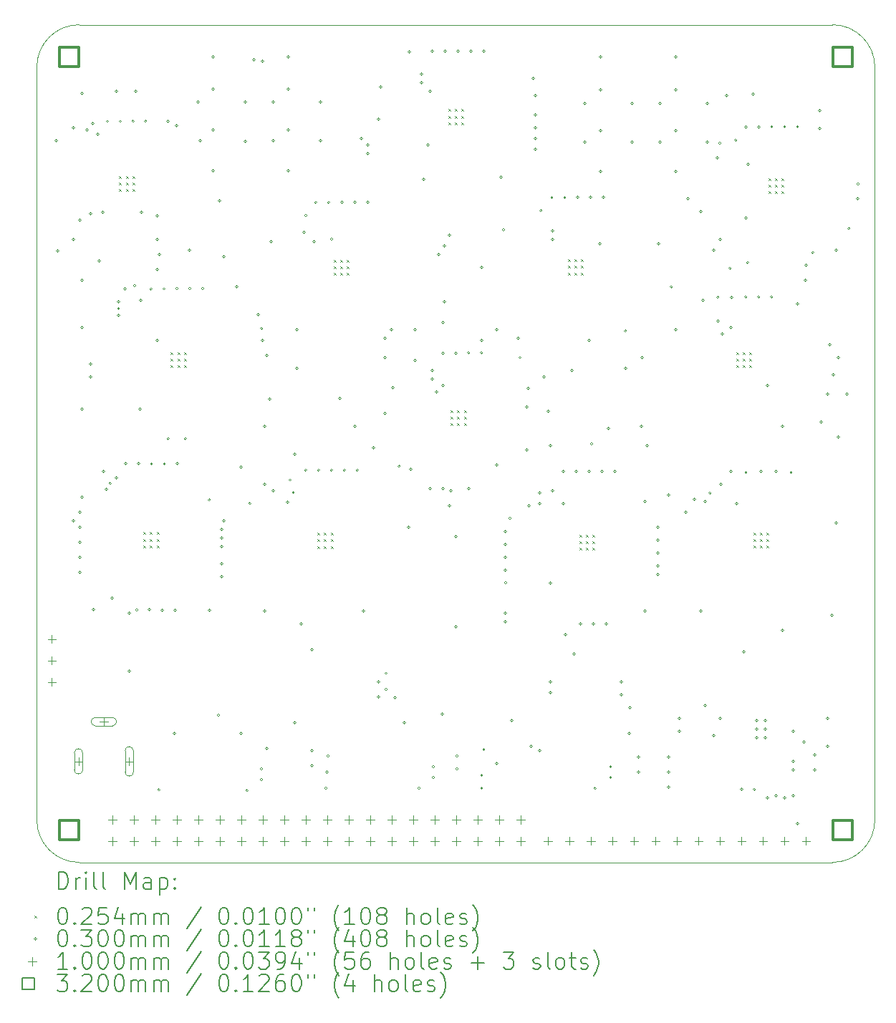
<source format=gbr>
%TF.GenerationSoftware,KiCad,Pcbnew,8.0.3*%
%TF.CreationDate,2024-07-11T15:42:11-04:00*%
%TF.ProjectId,_HW_Mini-Scoreboard,5f48575f-4d69-46e6-992d-53636f726562,v1.0*%
%TF.SameCoordinates,Original*%
%TF.FileFunction,Drillmap*%
%TF.FilePolarity,Positive*%
%FSLAX45Y45*%
G04 Gerber Fmt 4.5, Leading zero omitted, Abs format (unit mm)*
G04 Created by KiCad (PCBNEW 8.0.3) date 2024-07-11 15:42:11*
%MOMM*%
%LPD*%
G01*
G04 APERTURE LIST*
%ADD10C,0.050000*%
%ADD11C,0.200000*%
%ADD12C,0.100000*%
%ADD13C,0.320000*%
G04 APERTURE END LIST*
D10*
X12700000Y-15740000D02*
G75*
G02*
X13200000Y-15240000I500000J0D01*
G01*
X13200000Y-25146000D02*
G75*
G02*
X12700000Y-24646000I0J500000D01*
G01*
X22606000Y-24646000D02*
G75*
G02*
X22106000Y-25146000I-500000J0D01*
G01*
X22606000Y-15740000D02*
X22606000Y-24646000D01*
X22106000Y-25146000D02*
X13200000Y-25146000D01*
X13200000Y-15240000D02*
X22106000Y-15240000D01*
X12700000Y-24646000D02*
X12700000Y-15740000D01*
X22106000Y-15240000D02*
G75*
G02*
X22606000Y-15740000I0J-500000D01*
G01*
D11*
D12*
X13672820Y-17028160D02*
X13698220Y-17053560D01*
X13698220Y-17028160D02*
X13672820Y-17053560D01*
X13672820Y-17106900D02*
X13698220Y-17132300D01*
X13698220Y-17106900D02*
X13672820Y-17132300D01*
X13672820Y-17185640D02*
X13698220Y-17211040D01*
X13698220Y-17185640D02*
X13672820Y-17211040D01*
X13751560Y-17028160D02*
X13776960Y-17053560D01*
X13776960Y-17028160D02*
X13751560Y-17053560D01*
X13751560Y-17106900D02*
X13776960Y-17132300D01*
X13776960Y-17106900D02*
X13751560Y-17132300D01*
X13751560Y-17185640D02*
X13776960Y-17211040D01*
X13776960Y-17185640D02*
X13751560Y-17211040D01*
X13830300Y-17028160D02*
X13855700Y-17053560D01*
X13855700Y-17028160D02*
X13830300Y-17053560D01*
X13830300Y-17106900D02*
X13855700Y-17132300D01*
X13855700Y-17106900D02*
X13830300Y-17132300D01*
X13830300Y-17185640D02*
X13855700Y-17211040D01*
X13855700Y-17185640D02*
X13830300Y-17211040D01*
X13957300Y-21242020D02*
X13982700Y-21267420D01*
X13982700Y-21242020D02*
X13957300Y-21267420D01*
X13957300Y-21320760D02*
X13982700Y-21346160D01*
X13982700Y-21320760D02*
X13957300Y-21346160D01*
X13957300Y-21399500D02*
X13982700Y-21424900D01*
X13982700Y-21399500D02*
X13957300Y-21424900D01*
X14036040Y-21242020D02*
X14061440Y-21267420D01*
X14061440Y-21242020D02*
X14036040Y-21267420D01*
X14036040Y-21320760D02*
X14061440Y-21346160D01*
X14061440Y-21320760D02*
X14036040Y-21346160D01*
X14036040Y-21399500D02*
X14061440Y-21424900D01*
X14061440Y-21399500D02*
X14036040Y-21424900D01*
X14114780Y-21242020D02*
X14140180Y-21267420D01*
X14140180Y-21242020D02*
X14114780Y-21267420D01*
X14114780Y-21320760D02*
X14140180Y-21346160D01*
X14140180Y-21320760D02*
X14114780Y-21346160D01*
X14114780Y-21399500D02*
X14140180Y-21424900D01*
X14140180Y-21399500D02*
X14114780Y-21424900D01*
X14282420Y-19110960D02*
X14307820Y-19136360D01*
X14307820Y-19110960D02*
X14282420Y-19136360D01*
X14282420Y-19189700D02*
X14307820Y-19215100D01*
X14307820Y-19189700D02*
X14282420Y-19215100D01*
X14282420Y-19268440D02*
X14307820Y-19293840D01*
X14307820Y-19268440D02*
X14282420Y-19293840D01*
X14361160Y-19110960D02*
X14386560Y-19136360D01*
X14386560Y-19110960D02*
X14361160Y-19136360D01*
X14361160Y-19189700D02*
X14386560Y-19215100D01*
X14386560Y-19189700D02*
X14361160Y-19215100D01*
X14361160Y-19268440D02*
X14386560Y-19293840D01*
X14386560Y-19268440D02*
X14361160Y-19293840D01*
X14439900Y-19110960D02*
X14465300Y-19136360D01*
X14465300Y-19110960D02*
X14439900Y-19136360D01*
X14439900Y-19189700D02*
X14465300Y-19215100D01*
X14465300Y-19189700D02*
X14439900Y-19215100D01*
X14439900Y-19268440D02*
X14465300Y-19293840D01*
X14465300Y-19268440D02*
X14439900Y-19293840D01*
X16014700Y-21247100D02*
X16040100Y-21272500D01*
X16040100Y-21247100D02*
X16014700Y-21272500D01*
X16014700Y-21325840D02*
X16040100Y-21351240D01*
X16040100Y-21325840D02*
X16014700Y-21351240D01*
X16014700Y-21404580D02*
X16040100Y-21429980D01*
X16040100Y-21404580D02*
X16014700Y-21429980D01*
X16093440Y-21247100D02*
X16118840Y-21272500D01*
X16118840Y-21247100D02*
X16093440Y-21272500D01*
X16093440Y-21325840D02*
X16118840Y-21351240D01*
X16118840Y-21325840D02*
X16093440Y-21351240D01*
X16093440Y-21404580D02*
X16118840Y-21429980D01*
X16118840Y-21404580D02*
X16093440Y-21429980D01*
X16172180Y-21247100D02*
X16197580Y-21272500D01*
X16197580Y-21247100D02*
X16172180Y-21272500D01*
X16172180Y-21325840D02*
X16197580Y-21351240D01*
X16197580Y-21325840D02*
X16172180Y-21351240D01*
X16172180Y-21404580D02*
X16197580Y-21429980D01*
X16197580Y-21404580D02*
X16172180Y-21429980D01*
X16207160Y-18018760D02*
X16232560Y-18044160D01*
X16232560Y-18018760D02*
X16207160Y-18044160D01*
X16207160Y-18097500D02*
X16232560Y-18122900D01*
X16232560Y-18097500D02*
X16207160Y-18122900D01*
X16207160Y-18176240D02*
X16232560Y-18201640D01*
X16232560Y-18176240D02*
X16207160Y-18201640D01*
X16285900Y-18018760D02*
X16311300Y-18044160D01*
X16311300Y-18018760D02*
X16285900Y-18044160D01*
X16285900Y-18097500D02*
X16311300Y-18122900D01*
X16311300Y-18097500D02*
X16285900Y-18122900D01*
X16285900Y-18176240D02*
X16311300Y-18201640D01*
X16311300Y-18176240D02*
X16285900Y-18201640D01*
X16364640Y-18018760D02*
X16390040Y-18044160D01*
X16390040Y-18018760D02*
X16364640Y-18044160D01*
X16364640Y-18097500D02*
X16390040Y-18122900D01*
X16390040Y-18097500D02*
X16364640Y-18122900D01*
X16364640Y-18176240D02*
X16390040Y-18201640D01*
X16390040Y-18176240D02*
X16364640Y-18201640D01*
X17561560Y-16238220D02*
X17586960Y-16263620D01*
X17586960Y-16238220D02*
X17561560Y-16263620D01*
X17561560Y-16316960D02*
X17586960Y-16342360D01*
X17586960Y-16316960D02*
X17561560Y-16342360D01*
X17561560Y-16395700D02*
X17586960Y-16421100D01*
X17586960Y-16395700D02*
X17561560Y-16421100D01*
X17589500Y-19796760D02*
X17614900Y-19822160D01*
X17614900Y-19796760D02*
X17589500Y-19822160D01*
X17589500Y-19875500D02*
X17614900Y-19900900D01*
X17614900Y-19875500D02*
X17589500Y-19900900D01*
X17589500Y-19954240D02*
X17614900Y-19979640D01*
X17614900Y-19954240D02*
X17589500Y-19979640D01*
X17640300Y-16238220D02*
X17665700Y-16263620D01*
X17665700Y-16238220D02*
X17640300Y-16263620D01*
X17640300Y-16316960D02*
X17665700Y-16342360D01*
X17665700Y-16316960D02*
X17640300Y-16342360D01*
X17640300Y-16395700D02*
X17665700Y-16421100D01*
X17665700Y-16395700D02*
X17640300Y-16421100D01*
X17668240Y-19796760D02*
X17693640Y-19822160D01*
X17693640Y-19796760D02*
X17668240Y-19822160D01*
X17668240Y-19875500D02*
X17693640Y-19900900D01*
X17693640Y-19875500D02*
X17668240Y-19900900D01*
X17668240Y-19954240D02*
X17693640Y-19979640D01*
X17693640Y-19954240D02*
X17668240Y-19979640D01*
X17719040Y-16238220D02*
X17744440Y-16263620D01*
X17744440Y-16238220D02*
X17719040Y-16263620D01*
X17719040Y-16316960D02*
X17744440Y-16342360D01*
X17744440Y-16316960D02*
X17719040Y-16342360D01*
X17719040Y-16395700D02*
X17744440Y-16421100D01*
X17744440Y-16395700D02*
X17719040Y-16421100D01*
X17746980Y-19796760D02*
X17772380Y-19822160D01*
X17772380Y-19796760D02*
X17746980Y-19822160D01*
X17746980Y-19875500D02*
X17772380Y-19900900D01*
X17772380Y-19875500D02*
X17746980Y-19900900D01*
X17746980Y-19954240D02*
X17772380Y-19979640D01*
X17772380Y-19954240D02*
X17746980Y-19979640D01*
X18976332Y-18013060D02*
X19001732Y-18038460D01*
X19001732Y-18013060D02*
X18976332Y-18038460D01*
X18976332Y-18091800D02*
X19001732Y-18117200D01*
X19001732Y-18091800D02*
X18976332Y-18117200D01*
X18976332Y-18170540D02*
X19001732Y-18195940D01*
X19001732Y-18170540D02*
X18976332Y-18195940D01*
X19055072Y-18013060D02*
X19080472Y-18038460D01*
X19080472Y-18013060D02*
X19055072Y-18038460D01*
X19055072Y-18091800D02*
X19080472Y-18117200D01*
X19080472Y-18091800D02*
X19055072Y-18117200D01*
X19055072Y-18170540D02*
X19080472Y-18195940D01*
X19080472Y-18170540D02*
X19055072Y-18195940D01*
X19110960Y-21269960D02*
X19136360Y-21295360D01*
X19136360Y-21269960D02*
X19110960Y-21295360D01*
X19110960Y-21348700D02*
X19136360Y-21374100D01*
X19136360Y-21348700D02*
X19110960Y-21374100D01*
X19110960Y-21427440D02*
X19136360Y-21452840D01*
X19136360Y-21427440D02*
X19110960Y-21452840D01*
X19133812Y-18013060D02*
X19159212Y-18038460D01*
X19159212Y-18013060D02*
X19133812Y-18038460D01*
X19133812Y-18091800D02*
X19159212Y-18117200D01*
X19159212Y-18091800D02*
X19133812Y-18117200D01*
X19133812Y-18170540D02*
X19159212Y-18195940D01*
X19159212Y-18170540D02*
X19133812Y-18195940D01*
X19189700Y-21269960D02*
X19215100Y-21295360D01*
X19215100Y-21269960D02*
X19189700Y-21295360D01*
X19189700Y-21348700D02*
X19215100Y-21374100D01*
X19215100Y-21348700D02*
X19189700Y-21374100D01*
X19189700Y-21427440D02*
X19215100Y-21452840D01*
X19215100Y-21427440D02*
X19189700Y-21452840D01*
X19268440Y-21269960D02*
X19293840Y-21295360D01*
X19293840Y-21269960D02*
X19268440Y-21295360D01*
X19268440Y-21348700D02*
X19293840Y-21374100D01*
X19293840Y-21348700D02*
X19268440Y-21374100D01*
X19268440Y-21427440D02*
X19293840Y-21452840D01*
X19293840Y-21427440D02*
X19268440Y-21452840D01*
X20965160Y-19110960D02*
X20990560Y-19136360D01*
X20990560Y-19110960D02*
X20965160Y-19136360D01*
X20965160Y-19189700D02*
X20990560Y-19215100D01*
X20990560Y-19189700D02*
X20965160Y-19215100D01*
X20965160Y-19268440D02*
X20990560Y-19293840D01*
X20990560Y-19268440D02*
X20965160Y-19293840D01*
X21043900Y-19110960D02*
X21069300Y-19136360D01*
X21069300Y-19110960D02*
X21043900Y-19136360D01*
X21043900Y-19189700D02*
X21069300Y-19215100D01*
X21069300Y-19189700D02*
X21043900Y-19215100D01*
X21043900Y-19268440D02*
X21069300Y-19293840D01*
X21069300Y-19268440D02*
X21043900Y-19293840D01*
X21122640Y-19110960D02*
X21148040Y-19136360D01*
X21148040Y-19110960D02*
X21122640Y-19136360D01*
X21122640Y-19189700D02*
X21148040Y-19215100D01*
X21148040Y-19189700D02*
X21122640Y-19215100D01*
X21122640Y-19268440D02*
X21148040Y-19293840D01*
X21148040Y-19268440D02*
X21122640Y-19293840D01*
X21168360Y-21244560D02*
X21193760Y-21269960D01*
X21193760Y-21244560D02*
X21168360Y-21269960D01*
X21168360Y-21323300D02*
X21193760Y-21348700D01*
X21193760Y-21323300D02*
X21168360Y-21348700D01*
X21168360Y-21402040D02*
X21193760Y-21427440D01*
X21193760Y-21402040D02*
X21168360Y-21427440D01*
X21247100Y-21244560D02*
X21272500Y-21269960D01*
X21272500Y-21244560D02*
X21247100Y-21269960D01*
X21247100Y-21323300D02*
X21272500Y-21348700D01*
X21272500Y-21323300D02*
X21247100Y-21348700D01*
X21247100Y-21402040D02*
X21272500Y-21427440D01*
X21272500Y-21402040D02*
X21247100Y-21427440D01*
X21325840Y-21244560D02*
X21351240Y-21269960D01*
X21351240Y-21244560D02*
X21325840Y-21269960D01*
X21325840Y-21323300D02*
X21351240Y-21348700D01*
X21351240Y-21323300D02*
X21325840Y-21348700D01*
X21325840Y-21402040D02*
X21351240Y-21427440D01*
X21351240Y-21402040D02*
X21325840Y-21427440D01*
X21346160Y-17053560D02*
X21371560Y-17078960D01*
X21371560Y-17053560D02*
X21346160Y-17078960D01*
X21346160Y-17132300D02*
X21371560Y-17157700D01*
X21371560Y-17132300D02*
X21346160Y-17157700D01*
X21346160Y-17211040D02*
X21371560Y-17236440D01*
X21371560Y-17211040D02*
X21346160Y-17236440D01*
X21424900Y-17053560D02*
X21450300Y-17078960D01*
X21450300Y-17053560D02*
X21424900Y-17078960D01*
X21424900Y-17132300D02*
X21450300Y-17157700D01*
X21450300Y-17132300D02*
X21424900Y-17157700D01*
X21424900Y-17211040D02*
X21450300Y-17236440D01*
X21450300Y-17211040D02*
X21424900Y-17236440D01*
X21503640Y-17053560D02*
X21529040Y-17078960D01*
X21529040Y-17053560D02*
X21503640Y-17078960D01*
X21503640Y-17132300D02*
X21529040Y-17157700D01*
X21529040Y-17132300D02*
X21503640Y-17157700D01*
X21503640Y-17211040D02*
X21529040Y-17236440D01*
X21529040Y-17211040D02*
X21503640Y-17236440D01*
X12943600Y-16611600D02*
G75*
G02*
X12913600Y-16611600I-15000J0D01*
G01*
X12913600Y-16611600D02*
G75*
G02*
X12943600Y-16611600I15000J0D01*
G01*
X12960810Y-17914850D02*
G75*
G02*
X12930810Y-17914850I-15000J0D01*
G01*
X12930810Y-17914850D02*
G75*
G02*
X12960810Y-17914850I15000J0D01*
G01*
X13146800Y-16459200D02*
G75*
G02*
X13116800Y-16459200I-15000J0D01*
G01*
X13116800Y-16459200D02*
G75*
G02*
X13146800Y-16459200I15000J0D01*
G01*
X13146800Y-17780000D02*
G75*
G02*
X13116800Y-17780000I-15000J0D01*
G01*
X13116800Y-17780000D02*
G75*
G02*
X13146800Y-17780000I15000J0D01*
G01*
X13146800Y-21107400D02*
G75*
G02*
X13116800Y-21107400I-15000J0D01*
G01*
X13116800Y-21107400D02*
G75*
G02*
X13146800Y-21107400I15000J0D01*
G01*
X13223000Y-17551400D02*
G75*
G02*
X13193000Y-17551400I-15000J0D01*
G01*
X13193000Y-17551400D02*
G75*
G02*
X13223000Y-17551400I15000J0D01*
G01*
X13223000Y-21005800D02*
G75*
G02*
X13193000Y-21005800I-15000J0D01*
G01*
X13193000Y-21005800D02*
G75*
G02*
X13223000Y-21005800I15000J0D01*
G01*
X13223000Y-21183600D02*
G75*
G02*
X13193000Y-21183600I-15000J0D01*
G01*
X13193000Y-21183600D02*
G75*
G02*
X13223000Y-21183600I15000J0D01*
G01*
X13223000Y-21361400D02*
G75*
G02*
X13193000Y-21361400I-15000J0D01*
G01*
X13193000Y-21361400D02*
G75*
G02*
X13223000Y-21361400I15000J0D01*
G01*
X13223000Y-21539200D02*
G75*
G02*
X13193000Y-21539200I-15000J0D01*
G01*
X13193000Y-21539200D02*
G75*
G02*
X13223000Y-21539200I15000J0D01*
G01*
X13223000Y-21717000D02*
G75*
G02*
X13193000Y-21717000I-15000J0D01*
G01*
X13193000Y-21717000D02*
G75*
G02*
X13223000Y-21717000I15000J0D01*
G01*
X13248400Y-16052800D02*
G75*
G02*
X13218400Y-16052800I-15000J0D01*
G01*
X13218400Y-16052800D02*
G75*
G02*
X13248400Y-16052800I15000J0D01*
G01*
X13248400Y-18262600D02*
G75*
G02*
X13218400Y-18262600I-15000J0D01*
G01*
X13218400Y-18262600D02*
G75*
G02*
X13248400Y-18262600I15000J0D01*
G01*
X13248400Y-18821400D02*
G75*
G02*
X13218400Y-18821400I-15000J0D01*
G01*
X13218400Y-18821400D02*
G75*
G02*
X13248400Y-18821400I15000J0D01*
G01*
X13248400Y-19786600D02*
G75*
G02*
X13218400Y-19786600I-15000J0D01*
G01*
X13218400Y-19786600D02*
G75*
G02*
X13248400Y-19786600I15000J0D01*
G01*
X13248400Y-20828000D02*
G75*
G02*
X13218400Y-20828000I-15000J0D01*
G01*
X13218400Y-20828000D02*
G75*
G02*
X13248400Y-20828000I15000J0D01*
G01*
X13308560Y-16484600D02*
G75*
G02*
X13278560Y-16484600I-15000J0D01*
G01*
X13278560Y-16484600D02*
G75*
G02*
X13308560Y-16484600I15000J0D01*
G01*
X13350000Y-17475200D02*
G75*
G02*
X13320000Y-17475200I-15000J0D01*
G01*
X13320000Y-17475200D02*
G75*
G02*
X13350000Y-17475200I15000J0D01*
G01*
X13350000Y-19253200D02*
G75*
G02*
X13320000Y-19253200I-15000J0D01*
G01*
X13320000Y-19253200D02*
G75*
G02*
X13350000Y-19253200I15000J0D01*
G01*
X13350000Y-19405600D02*
G75*
G02*
X13320000Y-19405600I-15000J0D01*
G01*
X13320000Y-19405600D02*
G75*
G02*
X13350000Y-19405600I15000J0D01*
G01*
X13375400Y-16408400D02*
G75*
G02*
X13345400Y-16408400I-15000J0D01*
G01*
X13345400Y-16408400D02*
G75*
G02*
X13375400Y-16408400I15000J0D01*
G01*
X13383521Y-22156089D02*
G75*
G02*
X13353521Y-22156089I-15000J0D01*
G01*
X13353521Y-22156089D02*
G75*
G02*
X13383521Y-22156089I15000J0D01*
G01*
X13435560Y-16535400D02*
G75*
G02*
X13405560Y-16535400I-15000J0D01*
G01*
X13405560Y-16535400D02*
G75*
G02*
X13435560Y-16535400I15000J0D01*
G01*
X13451600Y-18034000D02*
G75*
G02*
X13421600Y-18034000I-15000J0D01*
G01*
X13421600Y-18034000D02*
G75*
G02*
X13451600Y-18034000I15000J0D01*
G01*
X13494550Y-17457650D02*
G75*
G02*
X13464550Y-17457650I-15000J0D01*
G01*
X13464550Y-17457650D02*
G75*
G02*
X13494550Y-17457650I15000J0D01*
G01*
X13502400Y-20523200D02*
G75*
G02*
X13472400Y-20523200I-15000J0D01*
G01*
X13472400Y-20523200D02*
G75*
G02*
X13502400Y-20523200I15000J0D01*
G01*
X13535737Y-20733560D02*
G75*
G02*
X13505737Y-20733560I-15000J0D01*
G01*
X13505737Y-20733560D02*
G75*
G02*
X13535737Y-20733560I15000J0D01*
G01*
X13548120Y-16382940D02*
G75*
G02*
X13518120Y-16382940I-15000J0D01*
G01*
X13518120Y-16382940D02*
G75*
G02*
X13548120Y-16382940I15000J0D01*
G01*
X13581682Y-20666240D02*
G75*
G02*
X13551682Y-20666240I-15000J0D01*
G01*
X13551682Y-20666240D02*
G75*
G02*
X13581682Y-20666240I15000J0D01*
G01*
X13604000Y-22021800D02*
G75*
G02*
X13574000Y-22021800I-15000J0D01*
G01*
X13574000Y-22021800D02*
G75*
G02*
X13604000Y-22021800I15000J0D01*
G01*
X13654800Y-16027400D02*
G75*
G02*
X13624800Y-16027400I-15000J0D01*
G01*
X13624800Y-16027400D02*
G75*
G02*
X13654800Y-16027400I15000J0D01*
G01*
X13654800Y-20599400D02*
G75*
G02*
X13624800Y-20599400I-15000J0D01*
G01*
X13624800Y-20599400D02*
G75*
G02*
X13654800Y-20599400I15000J0D01*
G01*
X13680200Y-18516600D02*
G75*
G02*
X13650200Y-18516600I-15000J0D01*
G01*
X13650200Y-18516600D02*
G75*
G02*
X13680200Y-18516600I15000J0D01*
G01*
X13680200Y-18596600D02*
G75*
G02*
X13650200Y-18596600I-15000J0D01*
G01*
X13650200Y-18596600D02*
G75*
G02*
X13680200Y-18596600I15000J0D01*
G01*
X13680200Y-18676601D02*
G75*
G02*
X13650200Y-18676601I-15000J0D01*
G01*
X13650200Y-18676601D02*
G75*
G02*
X13680200Y-18676601I15000J0D01*
G01*
X13700520Y-16382940D02*
G75*
G02*
X13670520Y-16382940I-15000J0D01*
G01*
X13670520Y-16382940D02*
G75*
G02*
X13700520Y-16382940I15000J0D01*
G01*
X13756400Y-18364200D02*
G75*
G02*
X13726400Y-18364200I-15000J0D01*
G01*
X13726400Y-18364200D02*
G75*
G02*
X13756400Y-18364200I15000J0D01*
G01*
X13765420Y-20430620D02*
G75*
G02*
X13735420Y-20430620I-15000J0D01*
G01*
X13735420Y-20430620D02*
G75*
G02*
X13765420Y-20430620I15000J0D01*
G01*
X13807200Y-22199600D02*
G75*
G02*
X13777200Y-22199600I-15000J0D01*
G01*
X13777200Y-22199600D02*
G75*
G02*
X13807200Y-22199600I15000J0D01*
G01*
X13807200Y-22885400D02*
G75*
G02*
X13777200Y-22885400I-15000J0D01*
G01*
X13777200Y-22885400D02*
G75*
G02*
X13807200Y-22885400I15000J0D01*
G01*
X13852920Y-16379240D02*
G75*
G02*
X13822920Y-16379240I-15000J0D01*
G01*
X13822920Y-16379240D02*
G75*
G02*
X13852920Y-16379240I15000J0D01*
G01*
X13870700Y-18326100D02*
G75*
G02*
X13840700Y-18326100I-15000J0D01*
G01*
X13840700Y-18326100D02*
G75*
G02*
X13870700Y-18326100I15000J0D01*
G01*
X13883400Y-16027400D02*
G75*
G02*
X13853400Y-16027400I-15000J0D01*
G01*
X13853400Y-16027400D02*
G75*
G02*
X13883400Y-16027400I15000J0D01*
G01*
X13896100Y-22161500D02*
G75*
G02*
X13866100Y-22161500I-15000J0D01*
G01*
X13866100Y-22161500D02*
G75*
G02*
X13896100Y-22161500I15000J0D01*
G01*
X13917820Y-20430960D02*
G75*
G02*
X13887820Y-20430960I-15000J0D01*
G01*
X13887820Y-20430960D02*
G75*
G02*
X13917820Y-20430960I15000J0D01*
G01*
X13934200Y-19786600D02*
G75*
G02*
X13904200Y-19786600I-15000J0D01*
G01*
X13904200Y-19786600D02*
G75*
G02*
X13934200Y-19786600I15000J0D01*
G01*
X13943560Y-18500560D02*
G75*
G02*
X13913560Y-18500560I-15000J0D01*
G01*
X13913560Y-18500560D02*
G75*
G02*
X13943560Y-18500560I15000J0D01*
G01*
X13951750Y-17457650D02*
G75*
G02*
X13921750Y-17457650I-15000J0D01*
G01*
X13921750Y-17457650D02*
G75*
G02*
X13951750Y-17457650I15000J0D01*
G01*
X14001040Y-16379240D02*
G75*
G02*
X13971040Y-16379240I-15000J0D01*
G01*
X13971040Y-16379240D02*
G75*
G02*
X14001040Y-16379240I15000J0D01*
G01*
X14044820Y-22157820D02*
G75*
G02*
X14014820Y-22157820I-15000J0D01*
G01*
X14014820Y-22157820D02*
G75*
G02*
X14044820Y-22157820I15000J0D01*
G01*
X14063690Y-18364415D02*
G75*
G02*
X14033690Y-18364415I-15000J0D01*
G01*
X14033690Y-18364415D02*
G75*
G02*
X14063690Y-18364415I15000J0D01*
G01*
X14070220Y-20434300D02*
G75*
G02*
X14040220Y-20434300I-15000J0D01*
G01*
X14040220Y-20434300D02*
G75*
G02*
X14070220Y-20434300I15000J0D01*
G01*
X14137400Y-17500600D02*
G75*
G02*
X14107400Y-17500600I-15000J0D01*
G01*
X14107400Y-17500600D02*
G75*
G02*
X14137400Y-17500600I15000J0D01*
G01*
X14137400Y-17780000D02*
G75*
G02*
X14107400Y-17780000I-15000J0D01*
G01*
X14107400Y-17780000D02*
G75*
G02*
X14137400Y-17780000I15000J0D01*
G01*
X14137400Y-18135600D02*
G75*
G02*
X14107400Y-18135600I-15000J0D01*
G01*
X14107400Y-18135600D02*
G75*
G02*
X14137400Y-18135600I15000J0D01*
G01*
X14137400Y-18973800D02*
G75*
G02*
X14107400Y-18973800I-15000J0D01*
G01*
X14107400Y-18973800D02*
G75*
G02*
X14137400Y-18973800I15000J0D01*
G01*
X14155900Y-24289000D02*
G75*
G02*
X14125900Y-24289000I-15000J0D01*
G01*
X14125900Y-24289000D02*
G75*
G02*
X14155900Y-24289000I15000J0D01*
G01*
X14162800Y-17957800D02*
G75*
G02*
X14132800Y-17957800I-15000J0D01*
G01*
X14132800Y-17957800D02*
G75*
G02*
X14162800Y-17957800I15000J0D01*
G01*
X14197220Y-22165180D02*
G75*
G02*
X14167220Y-22165180I-15000J0D01*
G01*
X14167220Y-22165180D02*
G75*
G02*
X14197220Y-22165180I15000J0D01*
G01*
X14216760Y-18363600D02*
G75*
G02*
X14186760Y-18363600I-15000J0D01*
G01*
X14186760Y-18363600D02*
G75*
G02*
X14216760Y-18363600I15000J0D01*
G01*
X14222620Y-20431960D02*
G75*
G02*
X14192620Y-20431960I-15000J0D01*
G01*
X14192620Y-20431960D02*
G75*
G02*
X14222620Y-20431960I15000J0D01*
G01*
X14264400Y-16383000D02*
G75*
G02*
X14234400Y-16383000I-15000J0D01*
G01*
X14234400Y-16383000D02*
G75*
G02*
X14264400Y-16383000I15000J0D01*
G01*
X14267560Y-20133850D02*
G75*
G02*
X14237560Y-20133850I-15000J0D01*
G01*
X14237560Y-20133850D02*
G75*
G02*
X14267560Y-20133850I15000J0D01*
G01*
X14340600Y-23622000D02*
G75*
G02*
X14310600Y-23622000I-15000J0D01*
G01*
X14310600Y-23622000D02*
G75*
G02*
X14340600Y-23622000I15000J0D01*
G01*
X14349620Y-22165180D02*
G75*
G02*
X14319620Y-22165180I-15000J0D01*
G01*
X14319620Y-22165180D02*
G75*
G02*
X14349620Y-22165180I15000J0D01*
G01*
X14366000Y-16433800D02*
G75*
G02*
X14336000Y-16433800I-15000J0D01*
G01*
X14336000Y-16433800D02*
G75*
G02*
X14366000Y-16433800I15000J0D01*
G01*
X14369160Y-18359900D02*
G75*
G02*
X14339160Y-18359900I-15000J0D01*
G01*
X14339160Y-18359900D02*
G75*
G02*
X14369160Y-18359900I15000J0D01*
G01*
X14375020Y-20430960D02*
G75*
G02*
X14345020Y-20430960I-15000J0D01*
G01*
X14345020Y-20430960D02*
G75*
G02*
X14375020Y-20430960I15000J0D01*
G01*
X14470760Y-20133850D02*
G75*
G02*
X14440760Y-20133850I-15000J0D01*
G01*
X14440760Y-20133850D02*
G75*
G02*
X14470760Y-20133850I15000J0D01*
G01*
X14518400Y-17907000D02*
G75*
G02*
X14488400Y-17907000I-15000J0D01*
G01*
X14488400Y-17907000D02*
G75*
G02*
X14518400Y-17907000I15000J0D01*
G01*
X14521560Y-18359900D02*
G75*
G02*
X14491560Y-18359900I-15000J0D01*
G01*
X14491560Y-18359900D02*
G75*
G02*
X14521560Y-18359900I15000J0D01*
G01*
X14620000Y-16154400D02*
G75*
G02*
X14590000Y-16154400I-15000J0D01*
G01*
X14590000Y-16154400D02*
G75*
G02*
X14620000Y-16154400I15000J0D01*
G01*
X14645400Y-16611600D02*
G75*
G02*
X14615400Y-16611600I-15000J0D01*
G01*
X14615400Y-16611600D02*
G75*
G02*
X14645400Y-16611600I15000J0D01*
G01*
X14673960Y-18359900D02*
G75*
G02*
X14643960Y-18359900I-15000J0D01*
G01*
X14643960Y-18359900D02*
G75*
G02*
X14673960Y-18359900I15000J0D01*
G01*
X14753300Y-20859700D02*
G75*
G02*
X14723300Y-20859700I-15000J0D01*
G01*
X14723300Y-20859700D02*
G75*
G02*
X14753300Y-20859700I15000J0D01*
G01*
X14754850Y-22164500D02*
G75*
G02*
X14724850Y-22164500I-15000J0D01*
G01*
X14724850Y-22164500D02*
G75*
G02*
X14754850Y-22164500I15000J0D01*
G01*
X14797800Y-15621000D02*
G75*
G02*
X14767800Y-15621000I-15000J0D01*
G01*
X14767800Y-15621000D02*
G75*
G02*
X14797800Y-15621000I15000J0D01*
G01*
X14797800Y-16002000D02*
G75*
G02*
X14767800Y-16002000I-15000J0D01*
G01*
X14767800Y-16002000D02*
G75*
G02*
X14797800Y-16002000I15000J0D01*
G01*
X14797800Y-16484600D02*
G75*
G02*
X14767800Y-16484600I-15000J0D01*
G01*
X14767800Y-16484600D02*
G75*
G02*
X14797800Y-16484600I15000J0D01*
G01*
X14797800Y-16967200D02*
G75*
G02*
X14767800Y-16967200I-15000J0D01*
G01*
X14767800Y-16967200D02*
G75*
G02*
X14797800Y-16967200I15000J0D01*
G01*
X14797800Y-16967200D02*
G75*
G02*
X14767800Y-16967200I-15000J0D01*
G01*
X14767800Y-16967200D02*
G75*
G02*
X14797800Y-16967200I15000J0D01*
G01*
X14861200Y-23406000D02*
G75*
G02*
X14831200Y-23406000I-15000J0D01*
G01*
X14831200Y-23406000D02*
G75*
G02*
X14861200Y-23406000I15000J0D01*
G01*
X14874000Y-17322800D02*
G75*
G02*
X14844000Y-17322800I-15000J0D01*
G01*
X14844000Y-17322800D02*
G75*
G02*
X14874000Y-17322800I15000J0D01*
G01*
X14899400Y-21209000D02*
G75*
G02*
X14869400Y-21209000I-15000J0D01*
G01*
X14869400Y-21209000D02*
G75*
G02*
X14899400Y-21209000I15000J0D01*
G01*
X14899400Y-21310600D02*
G75*
G02*
X14869400Y-21310600I-15000J0D01*
G01*
X14869400Y-21310600D02*
G75*
G02*
X14899400Y-21310600I15000J0D01*
G01*
X14899400Y-21412200D02*
G75*
G02*
X14869400Y-21412200I-15000J0D01*
G01*
X14869400Y-21412200D02*
G75*
G02*
X14899400Y-21412200I15000J0D01*
G01*
X14899400Y-21615400D02*
G75*
G02*
X14869400Y-21615400I-15000J0D01*
G01*
X14869400Y-21615400D02*
G75*
G02*
X14899400Y-21615400I15000J0D01*
G01*
X14899400Y-21767800D02*
G75*
G02*
X14869400Y-21767800I-15000J0D01*
G01*
X14869400Y-21767800D02*
G75*
G02*
X14899400Y-21767800I15000J0D01*
G01*
X14924800Y-17983200D02*
G75*
G02*
X14894800Y-17983200I-15000J0D01*
G01*
X14894800Y-17983200D02*
G75*
G02*
X14924800Y-17983200I15000J0D01*
G01*
X14924800Y-21107400D02*
G75*
G02*
X14894800Y-21107400I-15000J0D01*
G01*
X14894800Y-21107400D02*
G75*
G02*
X14924800Y-21107400I15000J0D01*
G01*
X15077200Y-18338800D02*
G75*
G02*
X15047200Y-18338800I-15000J0D01*
G01*
X15047200Y-18338800D02*
G75*
G02*
X15077200Y-18338800I15000J0D01*
G01*
X15128000Y-20472400D02*
G75*
G02*
X15098000Y-20472400I-15000J0D01*
G01*
X15098000Y-20472400D02*
G75*
G02*
X15128000Y-20472400I15000J0D01*
G01*
X15128000Y-23622000D02*
G75*
G02*
X15098000Y-23622000I-15000J0D01*
G01*
X15098000Y-23622000D02*
G75*
G02*
X15128000Y-23622000I15000J0D01*
G01*
X15178800Y-16154400D02*
G75*
G02*
X15148800Y-16154400I-15000J0D01*
G01*
X15148800Y-16154400D02*
G75*
G02*
X15178800Y-16154400I15000J0D01*
G01*
X15178800Y-16619450D02*
G75*
G02*
X15148800Y-16619450I-15000J0D01*
G01*
X15148800Y-16619450D02*
G75*
G02*
X15178800Y-16619450I15000J0D01*
G01*
X15197700Y-24295100D02*
G75*
G02*
X15167700Y-24295100I-15000J0D01*
G01*
X15167700Y-24295100D02*
G75*
G02*
X15197700Y-24295100I15000J0D01*
G01*
X15232760Y-20901040D02*
G75*
G02*
X15202760Y-20901040I-15000J0D01*
G01*
X15202760Y-20901040D02*
G75*
G02*
X15232760Y-20901040I15000J0D01*
G01*
X15280400Y-15655760D02*
G75*
G02*
X15250400Y-15655760I-15000J0D01*
G01*
X15250400Y-15655760D02*
G75*
G02*
X15280400Y-15655760I15000J0D01*
G01*
X15331200Y-18669000D02*
G75*
G02*
X15301200Y-18669000I-15000J0D01*
G01*
X15301200Y-18669000D02*
G75*
G02*
X15331200Y-18669000I15000J0D01*
G01*
X15369300Y-24041100D02*
G75*
G02*
X15339300Y-24041100I-15000J0D01*
G01*
X15339300Y-24041100D02*
G75*
G02*
X15369300Y-24041100I15000J0D01*
G01*
X15369300Y-24168100D02*
G75*
G02*
X15339300Y-24168100I-15000J0D01*
G01*
X15339300Y-24168100D02*
G75*
G02*
X15369300Y-24168100I15000J0D01*
G01*
X15372300Y-18831100D02*
G75*
G02*
X15342300Y-18831100I-15000J0D01*
G01*
X15342300Y-18831100D02*
G75*
G02*
X15372300Y-18831100I15000J0D01*
G01*
X15382000Y-15671800D02*
G75*
G02*
X15352000Y-15671800I-15000J0D01*
G01*
X15352000Y-15671800D02*
G75*
G02*
X15382000Y-15671800I15000J0D01*
G01*
X15382000Y-18973800D02*
G75*
G02*
X15352000Y-18973800I-15000J0D01*
G01*
X15352000Y-18973800D02*
G75*
G02*
X15382000Y-18973800I15000J0D01*
G01*
X15407400Y-19989800D02*
G75*
G02*
X15377400Y-19989800I-15000J0D01*
G01*
X15377400Y-19989800D02*
G75*
G02*
X15407400Y-19989800I15000J0D01*
G01*
X15407400Y-20675600D02*
G75*
G02*
X15377400Y-20675600I-15000J0D01*
G01*
X15377400Y-20675600D02*
G75*
G02*
X15407400Y-20675600I15000J0D01*
G01*
X15407400Y-22174200D02*
G75*
G02*
X15377400Y-22174200I-15000J0D01*
G01*
X15377400Y-22174200D02*
G75*
G02*
X15407400Y-22174200I15000J0D01*
G01*
X15432800Y-19151600D02*
G75*
G02*
X15402800Y-19151600I-15000J0D01*
G01*
X15402800Y-19151600D02*
G75*
G02*
X15432800Y-19151600I15000J0D01*
G01*
X15432800Y-23799800D02*
G75*
G02*
X15402800Y-23799800I-15000J0D01*
G01*
X15402800Y-23799800D02*
G75*
G02*
X15432800Y-23799800I15000J0D01*
G01*
X15467560Y-19668960D02*
G75*
G02*
X15437560Y-19668960I-15000J0D01*
G01*
X15437560Y-19668960D02*
G75*
G02*
X15467560Y-19668960I15000J0D01*
G01*
X15483600Y-17805400D02*
G75*
G02*
X15453600Y-17805400I-15000J0D01*
G01*
X15453600Y-17805400D02*
G75*
G02*
X15483600Y-17805400I15000J0D01*
G01*
X15509000Y-16154400D02*
G75*
G02*
X15479000Y-16154400I-15000J0D01*
G01*
X15479000Y-16154400D02*
G75*
G02*
X15509000Y-16154400I15000J0D01*
G01*
X15509000Y-16611600D02*
G75*
G02*
X15479000Y-16611600I-15000J0D01*
G01*
X15479000Y-16611600D02*
G75*
G02*
X15509000Y-16611600I15000J0D01*
G01*
X15509000Y-20751800D02*
G75*
G02*
X15479000Y-20751800I-15000J0D01*
G01*
X15479000Y-20751800D02*
G75*
G02*
X15509000Y-20751800I15000J0D01*
G01*
X15678540Y-20887060D02*
G75*
G02*
X15648540Y-20887060I-15000J0D01*
G01*
X15648540Y-20887060D02*
G75*
G02*
X15678540Y-20887060I15000J0D01*
G01*
X15686800Y-15621000D02*
G75*
G02*
X15656800Y-15621000I-15000J0D01*
G01*
X15656800Y-15621000D02*
G75*
G02*
X15686800Y-15621000I15000J0D01*
G01*
X15686800Y-16002000D02*
G75*
G02*
X15656800Y-16002000I-15000J0D01*
G01*
X15656800Y-16002000D02*
G75*
G02*
X15686800Y-16002000I15000J0D01*
G01*
X15686800Y-16484600D02*
G75*
G02*
X15656800Y-16484600I-15000J0D01*
G01*
X15656800Y-16484600D02*
G75*
G02*
X15686800Y-16484600I15000J0D01*
G01*
X15686800Y-16967200D02*
G75*
G02*
X15656800Y-16967200I-15000J0D01*
G01*
X15656800Y-16967200D02*
G75*
G02*
X15686800Y-16967200I15000J0D01*
G01*
X15709190Y-20624800D02*
G75*
G02*
X15679190Y-20624800I-15000J0D01*
G01*
X15679190Y-20624800D02*
G75*
G02*
X15709190Y-20624800I15000J0D01*
G01*
X15745300Y-20772200D02*
G75*
G02*
X15715300Y-20772200I-15000J0D01*
G01*
X15715300Y-20772200D02*
G75*
G02*
X15745300Y-20772200I15000J0D01*
G01*
X15763000Y-20320000D02*
G75*
G02*
X15733000Y-20320000I-15000J0D01*
G01*
X15733000Y-20320000D02*
G75*
G02*
X15763000Y-20320000I15000J0D01*
G01*
X15763000Y-23495000D02*
G75*
G02*
X15733000Y-23495000I-15000J0D01*
G01*
X15733000Y-23495000D02*
G75*
G02*
X15763000Y-23495000I15000J0D01*
G01*
X15788400Y-18846800D02*
G75*
G02*
X15758400Y-18846800I-15000J0D01*
G01*
X15758400Y-18846800D02*
G75*
G02*
X15788400Y-18846800I15000J0D01*
G01*
X15788400Y-19304000D02*
G75*
G02*
X15758400Y-19304000I-15000J0D01*
G01*
X15758400Y-19304000D02*
G75*
G02*
X15788400Y-19304000I15000J0D01*
G01*
X15839200Y-22326600D02*
G75*
G02*
X15809200Y-22326600I-15000J0D01*
G01*
X15809200Y-22326600D02*
G75*
G02*
X15839200Y-22326600I15000J0D01*
G01*
X15872450Y-17695950D02*
G75*
G02*
X15842450Y-17695950I-15000J0D01*
G01*
X15842450Y-17695950D02*
G75*
G02*
X15872450Y-17695950I15000J0D01*
G01*
X15892146Y-20509306D02*
G75*
G02*
X15862146Y-20509306I-15000J0D01*
G01*
X15862146Y-20509306D02*
G75*
G02*
X15892146Y-20509306I15000J0D01*
G01*
X15894400Y-17496200D02*
G75*
G02*
X15864400Y-17496200I-15000J0D01*
G01*
X15864400Y-17496200D02*
G75*
G02*
X15894400Y-17496200I15000J0D01*
G01*
X15966200Y-22631400D02*
G75*
G02*
X15936200Y-22631400I-15000J0D01*
G01*
X15936200Y-22631400D02*
G75*
G02*
X15966200Y-22631400I15000J0D01*
G01*
X15966200Y-23825200D02*
G75*
G02*
X15936200Y-23825200I-15000J0D01*
G01*
X15936200Y-23825200D02*
G75*
G02*
X15966200Y-23825200I15000J0D01*
G01*
X15966200Y-24003000D02*
G75*
G02*
X15936200Y-24003000I-15000J0D01*
G01*
X15936200Y-24003000D02*
G75*
G02*
X15966200Y-24003000I15000J0D01*
G01*
X15991600Y-17805400D02*
G75*
G02*
X15961600Y-17805400I-15000J0D01*
G01*
X15961600Y-17805400D02*
G75*
G02*
X15991600Y-17805400I15000J0D01*
G01*
X16009331Y-17341200D02*
G75*
G02*
X15979331Y-17341200I-15000J0D01*
G01*
X15979331Y-17341200D02*
G75*
G02*
X16009331Y-17341200I15000J0D01*
G01*
X16044546Y-20509306D02*
G75*
G02*
X16014546Y-20509306I-15000J0D01*
G01*
X16014546Y-20509306D02*
G75*
G02*
X16044546Y-20509306I15000J0D01*
G01*
X16067800Y-16154400D02*
G75*
G02*
X16037800Y-16154400I-15000J0D01*
G01*
X16037800Y-16154400D02*
G75*
G02*
X16067800Y-16154400I15000J0D01*
G01*
X16067800Y-16611600D02*
G75*
G02*
X16037800Y-16611600I-15000J0D01*
G01*
X16037800Y-16611600D02*
G75*
G02*
X16067800Y-16611600I15000J0D01*
G01*
X16131300Y-24269700D02*
G75*
G02*
X16101300Y-24269700I-15000J0D01*
G01*
X16101300Y-24269700D02*
G75*
G02*
X16131300Y-24269700I15000J0D01*
G01*
X16144000Y-24079200D02*
G75*
G02*
X16114000Y-24079200I-15000J0D01*
G01*
X16114000Y-24079200D02*
G75*
G02*
X16144000Y-24079200I15000J0D01*
G01*
X16156700Y-23888700D02*
G75*
G02*
X16126700Y-23888700I-15000J0D01*
G01*
X16126700Y-23888700D02*
G75*
G02*
X16156700Y-23888700I15000J0D01*
G01*
X16161731Y-17341200D02*
G75*
G02*
X16131731Y-17341200I-15000J0D01*
G01*
X16131731Y-17341200D02*
G75*
G02*
X16161731Y-17341200I15000J0D01*
G01*
X16196946Y-20509306D02*
G75*
G02*
X16166946Y-20509306I-15000J0D01*
G01*
X16166946Y-20509306D02*
G75*
G02*
X16196946Y-20509306I15000J0D01*
G01*
X16199992Y-17776313D02*
G75*
G02*
X16169992Y-17776313I-15000J0D01*
G01*
X16169992Y-17776313D02*
G75*
G02*
X16199992Y-17776313I15000J0D01*
G01*
X16296400Y-19659600D02*
G75*
G02*
X16266400Y-19659600I-15000J0D01*
G01*
X16266400Y-19659600D02*
G75*
G02*
X16296400Y-19659600I15000J0D01*
G01*
X16321800Y-17337600D02*
G75*
G02*
X16291800Y-17337600I-15000J0D01*
G01*
X16291800Y-17337600D02*
G75*
G02*
X16321800Y-17337600I15000J0D01*
G01*
X16349346Y-20509306D02*
G75*
G02*
X16319346Y-20509306I-15000J0D01*
G01*
X16319346Y-20509306D02*
G75*
G02*
X16349346Y-20509306I15000J0D01*
G01*
X16474200Y-17337600D02*
G75*
G02*
X16444200Y-17337600I-15000J0D01*
G01*
X16444200Y-17337600D02*
G75*
G02*
X16474200Y-17337600I15000J0D01*
G01*
X16474200Y-19989800D02*
G75*
G02*
X16444200Y-19989800I-15000J0D01*
G01*
X16444200Y-19989800D02*
G75*
G02*
X16474200Y-19989800I15000J0D01*
G01*
X16501746Y-20509306D02*
G75*
G02*
X16471746Y-20509306I-15000J0D01*
G01*
X16471746Y-20509306D02*
G75*
G02*
X16501746Y-20509306I15000J0D01*
G01*
X16550400Y-16586200D02*
G75*
G02*
X16520400Y-16586200I-15000J0D01*
G01*
X16520400Y-16586200D02*
G75*
G02*
X16550400Y-16586200I15000J0D01*
G01*
X16575800Y-22174200D02*
G75*
G02*
X16545800Y-22174200I-15000J0D01*
G01*
X16545800Y-22174200D02*
G75*
G02*
X16575800Y-22174200I15000J0D01*
G01*
X16626600Y-16662400D02*
G75*
G02*
X16596600Y-16662400I-15000J0D01*
G01*
X16596600Y-16662400D02*
G75*
G02*
X16626600Y-16662400I15000J0D01*
G01*
X16626600Y-16764000D02*
G75*
G02*
X16596600Y-16764000I-15000J0D01*
G01*
X16596600Y-16764000D02*
G75*
G02*
X16626600Y-16764000I15000J0D01*
G01*
X16626600Y-17337600D02*
G75*
G02*
X16596600Y-17337600I-15000J0D01*
G01*
X16596600Y-17337600D02*
G75*
G02*
X16626600Y-17337600I15000J0D01*
G01*
X16693440Y-20243800D02*
G75*
G02*
X16663440Y-20243800I-15000J0D01*
G01*
X16663440Y-20243800D02*
G75*
G02*
X16693440Y-20243800I15000J0D01*
G01*
X16753600Y-16357600D02*
G75*
G02*
X16723600Y-16357600I-15000J0D01*
G01*
X16723600Y-16357600D02*
G75*
G02*
X16753600Y-16357600I15000J0D01*
G01*
X16753600Y-23012400D02*
G75*
G02*
X16723600Y-23012400I-15000J0D01*
G01*
X16723600Y-23012400D02*
G75*
G02*
X16753600Y-23012400I15000J0D01*
G01*
X16753600Y-23190200D02*
G75*
G02*
X16723600Y-23190200I-15000J0D01*
G01*
X16723600Y-23190200D02*
G75*
G02*
X16753600Y-23190200I15000J0D01*
G01*
X16779000Y-15976600D02*
G75*
G02*
X16749000Y-15976600I-15000J0D01*
G01*
X16749000Y-15976600D02*
G75*
G02*
X16779000Y-15976600I15000J0D01*
G01*
X16829800Y-18948400D02*
G75*
G02*
X16799800Y-18948400I-15000J0D01*
G01*
X16799800Y-18948400D02*
G75*
G02*
X16829800Y-18948400I15000J0D01*
G01*
X16829800Y-19177000D02*
G75*
G02*
X16799800Y-19177000I-15000J0D01*
G01*
X16799800Y-19177000D02*
G75*
G02*
X16829800Y-19177000I15000J0D01*
G01*
X16829800Y-19837400D02*
G75*
G02*
X16799800Y-19837400I-15000J0D01*
G01*
X16799800Y-19837400D02*
G75*
G02*
X16829800Y-19837400I15000J0D01*
G01*
X16842940Y-23100860D02*
G75*
G02*
X16812940Y-23100860I-15000J0D01*
G01*
X16812940Y-23100860D02*
G75*
G02*
X16842940Y-23100860I15000J0D01*
G01*
X16843292Y-22910800D02*
G75*
G02*
X16813292Y-22910800I-15000J0D01*
G01*
X16813292Y-22910800D02*
G75*
G02*
X16843292Y-22910800I15000J0D01*
G01*
X16906000Y-18846800D02*
G75*
G02*
X16876000Y-18846800I-15000J0D01*
G01*
X16876000Y-18846800D02*
G75*
G02*
X16906000Y-18846800I15000J0D01*
G01*
X16925100Y-19532600D02*
G75*
G02*
X16895100Y-19532600I-15000J0D01*
G01*
X16895100Y-19532600D02*
G75*
G02*
X16925100Y-19532600I15000J0D01*
G01*
X16948950Y-23198050D02*
G75*
G02*
X16918950Y-23198050I-15000J0D01*
G01*
X16918950Y-23198050D02*
G75*
G02*
X16948950Y-23198050I15000J0D01*
G01*
X16997900Y-20462700D02*
G75*
G02*
X16967900Y-20462700I-15000J0D01*
G01*
X16967900Y-20462700D02*
G75*
G02*
X16997900Y-20462700I15000J0D01*
G01*
X17058400Y-23495000D02*
G75*
G02*
X17028400Y-23495000I-15000J0D01*
G01*
X17028400Y-23495000D02*
G75*
G02*
X17058400Y-23495000I15000J0D01*
G01*
X17109200Y-21183600D02*
G75*
G02*
X17079200Y-21183600I-15000J0D01*
G01*
X17079200Y-21183600D02*
G75*
G02*
X17109200Y-21183600I15000J0D01*
G01*
X17117050Y-15562350D02*
G75*
G02*
X17087050Y-15562350I-15000J0D01*
G01*
X17087050Y-15562350D02*
G75*
G02*
X17117050Y-15562350I15000J0D01*
G01*
X17134600Y-20497800D02*
G75*
G02*
X17104600Y-20497800I-15000J0D01*
G01*
X17104600Y-20497800D02*
G75*
G02*
X17134600Y-20497800I15000J0D01*
G01*
X17185400Y-18846800D02*
G75*
G02*
X17155400Y-18846800I-15000J0D01*
G01*
X17155400Y-18846800D02*
G75*
G02*
X17185400Y-18846800I15000J0D01*
G01*
X17185400Y-19211279D02*
G75*
G02*
X17155400Y-19211279I-15000J0D01*
G01*
X17155400Y-19211279D02*
G75*
G02*
X17185400Y-19211279I15000J0D01*
G01*
X17233550Y-24269700D02*
G75*
G02*
X17203550Y-24269700I-15000J0D01*
G01*
X17203550Y-24269700D02*
G75*
G02*
X17233550Y-24269700I15000J0D01*
G01*
X17261600Y-15824200D02*
G75*
G02*
X17231600Y-15824200I-15000J0D01*
G01*
X17231600Y-15824200D02*
G75*
G02*
X17261600Y-15824200I15000J0D01*
G01*
X17261600Y-15925800D02*
G75*
G02*
X17231600Y-15925800I-15000J0D01*
G01*
X17231600Y-15925800D02*
G75*
G02*
X17261600Y-15925800I15000J0D01*
G01*
X17287000Y-17068800D02*
G75*
G02*
X17257000Y-17068800I-15000J0D01*
G01*
X17257000Y-17068800D02*
G75*
G02*
X17287000Y-17068800I15000J0D01*
G01*
X17337800Y-16662400D02*
G75*
G02*
X17307800Y-16662400I-15000J0D01*
G01*
X17307800Y-16662400D02*
G75*
G02*
X17337800Y-16662400I15000J0D01*
G01*
X17363200Y-16027400D02*
G75*
G02*
X17333200Y-16027400I-15000J0D01*
G01*
X17333200Y-16027400D02*
G75*
G02*
X17363200Y-16027400I15000J0D01*
G01*
X17363200Y-20726400D02*
G75*
G02*
X17333200Y-20726400I-15000J0D01*
G01*
X17333200Y-20726400D02*
G75*
G02*
X17363200Y-20726400I15000J0D01*
G01*
X17388600Y-15554160D02*
G75*
G02*
X17358600Y-15554160I-15000J0D01*
G01*
X17358600Y-15554160D02*
G75*
G02*
X17388600Y-15554160I15000J0D01*
G01*
X17388600Y-19329400D02*
G75*
G02*
X17358600Y-19329400I-15000J0D01*
G01*
X17358600Y-19329400D02*
G75*
G02*
X17388600Y-19329400I15000J0D01*
G01*
X17388600Y-19431000D02*
G75*
G02*
X17358600Y-19431000I-15000J0D01*
G01*
X17358600Y-19431000D02*
G75*
G02*
X17388600Y-19431000I15000J0D01*
G01*
X17401300Y-24015700D02*
G75*
G02*
X17371300Y-24015700I-15000J0D01*
G01*
X17371300Y-24015700D02*
G75*
G02*
X17401300Y-24015700I15000J0D01*
G01*
X17401300Y-24142700D02*
G75*
G02*
X17371300Y-24142700I-15000J0D01*
G01*
X17371300Y-24142700D02*
G75*
G02*
X17401300Y-24142700I15000J0D01*
G01*
X17439400Y-19583400D02*
G75*
G02*
X17409400Y-19583400I-15000J0D01*
G01*
X17409400Y-19583400D02*
G75*
G02*
X17439400Y-19583400I15000J0D01*
G01*
X17464800Y-17957800D02*
G75*
G02*
X17434800Y-17957800I-15000J0D01*
G01*
X17434800Y-17957800D02*
G75*
G02*
X17464800Y-17957800I15000J0D01*
G01*
X17509300Y-23393400D02*
G75*
G02*
X17479300Y-23393400I-15000J0D01*
G01*
X17479300Y-23393400D02*
G75*
G02*
X17509300Y-23393400I15000J0D01*
G01*
X17515600Y-18760900D02*
G75*
G02*
X17485600Y-18760900I-15000J0D01*
G01*
X17485600Y-18760900D02*
G75*
G02*
X17515600Y-18760900I15000J0D01*
G01*
X17515600Y-19124900D02*
G75*
G02*
X17485600Y-19124900I-15000J0D01*
G01*
X17485600Y-19124900D02*
G75*
G02*
X17515600Y-19124900I15000J0D01*
G01*
X17515600Y-19507200D02*
G75*
G02*
X17485600Y-19507200I-15000J0D01*
G01*
X17485600Y-19507200D02*
G75*
G02*
X17515600Y-19507200I15000J0D01*
G01*
X17515600Y-20726400D02*
G75*
G02*
X17485600Y-20726400I-15000J0D01*
G01*
X17485600Y-20726400D02*
G75*
G02*
X17515600Y-20726400I15000J0D01*
G01*
X17531640Y-17856200D02*
G75*
G02*
X17501640Y-17856200I-15000J0D01*
G01*
X17501640Y-17856200D02*
G75*
G02*
X17531640Y-17856200I15000J0D01*
G01*
X17531640Y-18516600D02*
G75*
G02*
X17501640Y-18516600I-15000J0D01*
G01*
X17501640Y-18516600D02*
G75*
G02*
X17531640Y-18516600I15000J0D01*
G01*
X17541000Y-15554160D02*
G75*
G02*
X17511000Y-15554160I-15000J0D01*
G01*
X17511000Y-15554160D02*
G75*
G02*
X17541000Y-15554160I15000J0D01*
G01*
X17591800Y-17729200D02*
G75*
G02*
X17561800Y-17729200I-15000J0D01*
G01*
X17561800Y-17729200D02*
G75*
G02*
X17591800Y-17729200I15000J0D01*
G01*
X17591800Y-20929600D02*
G75*
G02*
X17561800Y-20929600I-15000J0D01*
G01*
X17561800Y-20929600D02*
G75*
G02*
X17591800Y-20929600I15000J0D01*
G01*
X17607840Y-20751800D02*
G75*
G02*
X17577840Y-20751800I-15000J0D01*
G01*
X17577840Y-20751800D02*
G75*
G02*
X17607840Y-20751800I15000J0D01*
G01*
X17668000Y-19124900D02*
G75*
G02*
X17638000Y-19124900I-15000J0D01*
G01*
X17638000Y-19124900D02*
G75*
G02*
X17668000Y-19124900I15000J0D01*
G01*
X17668000Y-21293050D02*
G75*
G02*
X17638000Y-21293050I-15000J0D01*
G01*
X17638000Y-21293050D02*
G75*
G02*
X17668000Y-21293050I15000J0D01*
G01*
X17668000Y-22359850D02*
G75*
G02*
X17638000Y-22359850I-15000J0D01*
G01*
X17638000Y-22359850D02*
G75*
G02*
X17668000Y-22359850I15000J0D01*
G01*
X17679650Y-23888700D02*
G75*
G02*
X17649650Y-23888700I-15000J0D01*
G01*
X17649650Y-23888700D02*
G75*
G02*
X17679650Y-23888700I15000J0D01*
G01*
X17679650Y-24041100D02*
G75*
G02*
X17649650Y-24041100I-15000J0D01*
G01*
X17649650Y-24041100D02*
G75*
G02*
X17679650Y-24041100I15000J0D01*
G01*
X17693400Y-15554160D02*
G75*
G02*
X17663400Y-15554160I-15000J0D01*
G01*
X17663400Y-15554160D02*
G75*
G02*
X17693400Y-15554160I15000J0D01*
G01*
X17820400Y-19119900D02*
G75*
G02*
X17790400Y-19119900I-15000J0D01*
G01*
X17790400Y-19119900D02*
G75*
G02*
X17820400Y-19119900I15000J0D01*
G01*
X17820400Y-20726400D02*
G75*
G02*
X17790400Y-20726400I-15000J0D01*
G01*
X17790400Y-20726400D02*
G75*
G02*
X17820400Y-20726400I15000J0D01*
G01*
X17845800Y-15554160D02*
G75*
G02*
X17815800Y-15554160I-15000J0D01*
G01*
X17815800Y-15554160D02*
G75*
G02*
X17845800Y-15554160I15000J0D01*
G01*
X17972800Y-18110200D02*
G75*
G02*
X17942800Y-18110200I-15000J0D01*
G01*
X17942800Y-18110200D02*
G75*
G02*
X17972800Y-18110200I15000J0D01*
G01*
X17972800Y-18973800D02*
G75*
G02*
X17942800Y-18973800I-15000J0D01*
G01*
X17942800Y-18973800D02*
G75*
G02*
X17972800Y-18973800I15000J0D01*
G01*
X17972800Y-19119900D02*
G75*
G02*
X17942800Y-19119900I-15000J0D01*
G01*
X17942800Y-19119900D02*
G75*
G02*
X17972800Y-19119900I15000J0D01*
G01*
X17972800Y-24117300D02*
G75*
G02*
X17942800Y-24117300I-15000J0D01*
G01*
X17942800Y-24117300D02*
G75*
G02*
X17972800Y-24117300I15000J0D01*
G01*
X17972800Y-24269700D02*
G75*
G02*
X17942800Y-24269700I-15000J0D01*
G01*
X17942800Y-24269700D02*
G75*
G02*
X17972800Y-24269700I15000J0D01*
G01*
X17998200Y-15554160D02*
G75*
G02*
X17968200Y-15554160I-15000J0D01*
G01*
X17968200Y-15554160D02*
G75*
G02*
X17998200Y-15554160I15000J0D01*
G01*
X17998200Y-23812500D02*
G75*
G02*
X17968200Y-23812500I-15000J0D01*
G01*
X17968200Y-23812500D02*
G75*
G02*
X17998200Y-23812500I15000J0D01*
G01*
X18150600Y-18846800D02*
G75*
G02*
X18120600Y-18846800I-15000J0D01*
G01*
X18120600Y-18846800D02*
G75*
G02*
X18150600Y-18846800I15000J0D01*
G01*
X18150600Y-20447000D02*
G75*
G02*
X18120600Y-20447000I-15000J0D01*
G01*
X18120600Y-20447000D02*
G75*
G02*
X18150600Y-20447000I15000J0D01*
G01*
X18150600Y-23977600D02*
G75*
G02*
X18120600Y-23977600I-15000J0D01*
G01*
X18120600Y-23977600D02*
G75*
G02*
X18150600Y-23977600I15000J0D01*
G01*
X18201400Y-17043400D02*
G75*
G02*
X18171400Y-17043400I-15000J0D01*
G01*
X18171400Y-17043400D02*
G75*
G02*
X18201400Y-17043400I15000J0D01*
G01*
X18231578Y-17667000D02*
G75*
G02*
X18201578Y-17667000I-15000J0D01*
G01*
X18201578Y-17667000D02*
G75*
G02*
X18231578Y-17667000I15000J0D01*
G01*
X18252200Y-21234400D02*
G75*
G02*
X18222200Y-21234400I-15000J0D01*
G01*
X18222200Y-21234400D02*
G75*
G02*
X18252200Y-21234400I15000J0D01*
G01*
X18252200Y-21386800D02*
G75*
G02*
X18222200Y-21386800I-15000J0D01*
G01*
X18222200Y-21386800D02*
G75*
G02*
X18252200Y-21386800I15000J0D01*
G01*
X18252200Y-21539200D02*
G75*
G02*
X18222200Y-21539200I-15000J0D01*
G01*
X18222200Y-21539200D02*
G75*
G02*
X18252200Y-21539200I15000J0D01*
G01*
X18252200Y-21691600D02*
G75*
G02*
X18222200Y-21691600I-15000J0D01*
G01*
X18222200Y-21691600D02*
G75*
G02*
X18252200Y-21691600I15000J0D01*
G01*
X18252200Y-22301200D02*
G75*
G02*
X18222200Y-22301200I-15000J0D01*
G01*
X18222200Y-22301200D02*
G75*
G02*
X18252200Y-22301200I15000J0D01*
G01*
X18252800Y-22200200D02*
G75*
G02*
X18222800Y-22200200I-15000J0D01*
G01*
X18222800Y-22200200D02*
G75*
G02*
X18252800Y-22200200I15000J0D01*
G01*
X18257900Y-21838300D02*
G75*
G02*
X18227900Y-21838300I-15000J0D01*
G01*
X18227900Y-21838300D02*
G75*
G02*
X18257900Y-21838300I15000J0D01*
G01*
X18308700Y-21076300D02*
G75*
G02*
X18278700Y-21076300I-15000J0D01*
G01*
X18278700Y-21076300D02*
G75*
G02*
X18308700Y-21076300I15000J0D01*
G01*
X18328400Y-23469600D02*
G75*
G02*
X18298400Y-23469600I-15000J0D01*
G01*
X18298400Y-23469600D02*
G75*
G02*
X18328400Y-23469600I15000J0D01*
G01*
X18404600Y-18948400D02*
G75*
G02*
X18374600Y-18948400I-15000J0D01*
G01*
X18374600Y-18948400D02*
G75*
G02*
X18404600Y-18948400I15000J0D01*
G01*
X18425000Y-19177000D02*
G75*
G02*
X18395000Y-19177000I-15000J0D01*
G01*
X18395000Y-19177000D02*
G75*
G02*
X18425000Y-19177000I15000J0D01*
G01*
X18506200Y-19761200D02*
G75*
G02*
X18476200Y-19761200I-15000J0D01*
G01*
X18476200Y-19761200D02*
G75*
G02*
X18506200Y-19761200I15000J0D01*
G01*
X18506200Y-20269200D02*
G75*
G02*
X18476200Y-20269200I-15000J0D01*
G01*
X18476200Y-20269200D02*
G75*
G02*
X18506200Y-20269200I15000J0D01*
G01*
X18524050Y-19540150D02*
G75*
G02*
X18494050Y-19540150I-15000J0D01*
G01*
X18494050Y-19540150D02*
G75*
G02*
X18524050Y-19540150I15000J0D01*
G01*
X18531600Y-20929600D02*
G75*
G02*
X18501600Y-20929600I-15000J0D01*
G01*
X18501600Y-20929600D02*
G75*
G02*
X18531600Y-20929600I15000J0D01*
G01*
X18557000Y-23774400D02*
G75*
G02*
X18527000Y-23774400I-15000J0D01*
G01*
X18527000Y-23774400D02*
G75*
G02*
X18557000Y-23774400I15000J0D01*
G01*
X18582400Y-15875000D02*
G75*
G02*
X18552400Y-15875000I-15000J0D01*
G01*
X18552400Y-15875000D02*
G75*
G02*
X18582400Y-15875000I15000J0D01*
G01*
X18607800Y-16078200D02*
G75*
G02*
X18577800Y-16078200I-15000J0D01*
G01*
X18577800Y-16078200D02*
G75*
G02*
X18607800Y-16078200I15000J0D01*
G01*
X18607800Y-16306800D02*
G75*
G02*
X18577800Y-16306800I-15000J0D01*
G01*
X18577800Y-16306800D02*
G75*
G02*
X18607800Y-16306800I15000J0D01*
G01*
X18607800Y-16459200D02*
G75*
G02*
X18577800Y-16459200I-15000J0D01*
G01*
X18577800Y-16459200D02*
G75*
G02*
X18607800Y-16459200I15000J0D01*
G01*
X18607800Y-16586200D02*
G75*
G02*
X18577800Y-16586200I-15000J0D01*
G01*
X18577800Y-16586200D02*
G75*
G02*
X18607800Y-16586200I15000J0D01*
G01*
X18607800Y-16713200D02*
G75*
G02*
X18577800Y-16713200I-15000J0D01*
G01*
X18577800Y-16713200D02*
G75*
G02*
X18607800Y-16713200I15000J0D01*
G01*
X18658600Y-20777200D02*
G75*
G02*
X18628600Y-20777200I-15000J0D01*
G01*
X18628600Y-20777200D02*
G75*
G02*
X18658600Y-20777200I15000J0D01*
G01*
X18658600Y-20904200D02*
G75*
G02*
X18628600Y-20904200I-15000J0D01*
G01*
X18628600Y-20904200D02*
G75*
G02*
X18658600Y-20904200I15000J0D01*
G01*
X18658600Y-23825200D02*
G75*
G02*
X18628600Y-23825200I-15000J0D01*
G01*
X18628600Y-23825200D02*
G75*
G02*
X18658600Y-23825200I15000J0D01*
G01*
X18672600Y-17438400D02*
G75*
G02*
X18642600Y-17438400I-15000J0D01*
G01*
X18642600Y-17438400D02*
G75*
G02*
X18672600Y-17438400I15000J0D01*
G01*
X18709400Y-19405600D02*
G75*
G02*
X18679400Y-19405600I-15000J0D01*
G01*
X18679400Y-19405600D02*
G75*
G02*
X18709400Y-19405600I15000J0D01*
G01*
X18760200Y-19812000D02*
G75*
G02*
X18730200Y-19812000I-15000J0D01*
G01*
X18730200Y-19812000D02*
G75*
G02*
X18760200Y-19812000I15000J0D01*
G01*
X18785600Y-20218400D02*
G75*
G02*
X18755600Y-20218400I-15000J0D01*
G01*
X18755600Y-20218400D02*
G75*
G02*
X18785600Y-20218400I15000J0D01*
G01*
X18785600Y-21844000D02*
G75*
G02*
X18755600Y-21844000I-15000J0D01*
G01*
X18755600Y-21844000D02*
G75*
G02*
X18785600Y-21844000I15000J0D01*
G01*
X18785600Y-23012400D02*
G75*
G02*
X18755600Y-23012400I-15000J0D01*
G01*
X18755600Y-23012400D02*
G75*
G02*
X18785600Y-23012400I15000J0D01*
G01*
X18785600Y-23139400D02*
G75*
G02*
X18755600Y-23139400I-15000J0D01*
G01*
X18755600Y-23139400D02*
G75*
G02*
X18785600Y-23139400I15000J0D01*
G01*
X18802978Y-17283400D02*
G75*
G02*
X18772978Y-17283400I-15000J0D01*
G01*
X18772978Y-17283400D02*
G75*
G02*
X18802978Y-17283400I15000J0D01*
G01*
X18811000Y-17678400D02*
G75*
G02*
X18781000Y-17678400I-15000J0D01*
G01*
X18781000Y-17678400D02*
G75*
G02*
X18811000Y-17678400I15000J0D01*
G01*
X18811000Y-17780000D02*
G75*
G02*
X18781000Y-17780000I-15000J0D01*
G01*
X18781000Y-17780000D02*
G75*
G02*
X18811000Y-17780000I15000J0D01*
G01*
X18811000Y-20751800D02*
G75*
G02*
X18781000Y-20751800I-15000J0D01*
G01*
X18781000Y-20751800D02*
G75*
G02*
X18811000Y-20751800I15000J0D01*
G01*
X18938000Y-20523200D02*
G75*
G02*
X18908000Y-20523200I-15000J0D01*
G01*
X18908000Y-20523200D02*
G75*
G02*
X18938000Y-20523200I15000J0D01*
G01*
X18938000Y-20904200D02*
G75*
G02*
X18908000Y-20904200I-15000J0D01*
G01*
X18908000Y-20904200D02*
G75*
G02*
X18938000Y-20904200I15000J0D01*
G01*
X18955378Y-17283400D02*
G75*
G02*
X18925378Y-17283400I-15000J0D01*
G01*
X18925378Y-17283400D02*
G75*
G02*
X18955378Y-17283400I15000J0D01*
G01*
X18963400Y-22453600D02*
G75*
G02*
X18933400Y-22453600I-15000J0D01*
G01*
X18933400Y-22453600D02*
G75*
G02*
X18963400Y-22453600I15000J0D01*
G01*
X19039600Y-19329400D02*
G75*
G02*
X19009600Y-19329400I-15000J0D01*
G01*
X19009600Y-19329400D02*
G75*
G02*
X19039600Y-19329400I15000J0D01*
G01*
X19065000Y-22682200D02*
G75*
G02*
X19035000Y-22682200I-15000J0D01*
G01*
X19035000Y-22682200D02*
G75*
G02*
X19065000Y-22682200I15000J0D01*
G01*
X19090400Y-20523200D02*
G75*
G02*
X19060400Y-20523200I-15000J0D01*
G01*
X19060400Y-20523200D02*
G75*
G02*
X19090400Y-20523200I15000J0D01*
G01*
X19107778Y-17279700D02*
G75*
G02*
X19077778Y-17279700I-15000J0D01*
G01*
X19077778Y-17279700D02*
G75*
G02*
X19107778Y-17279700I15000J0D01*
G01*
X19140806Y-22326206D02*
G75*
G02*
X19110806Y-22326206I-15000J0D01*
G01*
X19110806Y-22326206D02*
G75*
G02*
X19140806Y-22326206I15000J0D01*
G01*
X19192000Y-16170100D02*
G75*
G02*
X19162000Y-16170100I-15000J0D01*
G01*
X19162000Y-16170100D02*
G75*
G02*
X19192000Y-16170100I15000J0D01*
G01*
X19192000Y-16627300D02*
G75*
G02*
X19162000Y-16627300I-15000J0D01*
G01*
X19162000Y-16627300D02*
G75*
G02*
X19192000Y-16627300I15000J0D01*
G01*
X19242800Y-18973800D02*
G75*
G02*
X19212800Y-18973800I-15000J0D01*
G01*
X19212800Y-18973800D02*
G75*
G02*
X19242800Y-18973800I15000J0D01*
G01*
X19242800Y-20523200D02*
G75*
G02*
X19212800Y-20523200I-15000J0D01*
G01*
X19212800Y-20523200D02*
G75*
G02*
X19242800Y-20523200I15000J0D01*
G01*
X19260178Y-17279700D02*
G75*
G02*
X19230178Y-17279700I-15000J0D01*
G01*
X19230178Y-17279700D02*
G75*
G02*
X19260178Y-17279700I15000J0D01*
G01*
X19272640Y-20197440D02*
G75*
G02*
X19242640Y-20197440I-15000J0D01*
G01*
X19242640Y-20197440D02*
G75*
G02*
X19272640Y-20197440I15000J0D01*
G01*
X19293600Y-22326600D02*
G75*
G02*
X19263600Y-22326600I-15000J0D01*
G01*
X19263600Y-22326600D02*
G75*
G02*
X19293600Y-22326600I15000J0D01*
G01*
X19313840Y-24271040D02*
G75*
G02*
X19283840Y-24271040I-15000J0D01*
G01*
X19283840Y-24271040D02*
G75*
G02*
X19313840Y-24271040I15000J0D01*
G01*
X19369800Y-17830800D02*
G75*
G02*
X19339800Y-17830800I-15000J0D01*
G01*
X19339800Y-17830800D02*
G75*
G02*
X19369800Y-17830800I15000J0D01*
G01*
X19377650Y-15621000D02*
G75*
G02*
X19347650Y-15621000I-15000J0D01*
G01*
X19347650Y-15621000D02*
G75*
G02*
X19377650Y-15621000I15000J0D01*
G01*
X19377650Y-16009850D02*
G75*
G02*
X19347650Y-16009850I-15000J0D01*
G01*
X19347650Y-16009850D02*
G75*
G02*
X19377650Y-16009850I15000J0D01*
G01*
X19377650Y-16492450D02*
G75*
G02*
X19347650Y-16492450I-15000J0D01*
G01*
X19347650Y-16492450D02*
G75*
G02*
X19377650Y-16492450I15000J0D01*
G01*
X19377650Y-16975050D02*
G75*
G02*
X19347650Y-16975050I-15000J0D01*
G01*
X19347650Y-16975050D02*
G75*
G02*
X19377650Y-16975050I15000J0D01*
G01*
X19394806Y-20523594D02*
G75*
G02*
X19364806Y-20523594I-15000J0D01*
G01*
X19364806Y-20523594D02*
G75*
G02*
X19394806Y-20523594I15000J0D01*
G01*
X19412578Y-17279700D02*
G75*
G02*
X19382578Y-17279700I-15000J0D01*
G01*
X19382578Y-17279700D02*
G75*
G02*
X19412578Y-17279700I15000J0D01*
G01*
X19446000Y-22326600D02*
G75*
G02*
X19416000Y-22326600I-15000J0D01*
G01*
X19416000Y-22326600D02*
G75*
G02*
X19446000Y-22326600I15000J0D01*
G01*
X19471400Y-20015200D02*
G75*
G02*
X19441400Y-20015200I-15000J0D01*
G01*
X19441400Y-20015200D02*
G75*
G02*
X19471400Y-20015200I15000J0D01*
G01*
X19496800Y-24015700D02*
G75*
G02*
X19466800Y-24015700I-15000J0D01*
G01*
X19466800Y-24015700D02*
G75*
G02*
X19496800Y-24015700I15000J0D01*
G01*
X19496800Y-24142700D02*
G75*
G02*
X19466800Y-24142700I-15000J0D01*
G01*
X19466800Y-24142700D02*
G75*
G02*
X19496800Y-24142700I15000J0D01*
G01*
X19547600Y-20523200D02*
G75*
G02*
X19517600Y-20523200I-15000J0D01*
G01*
X19517600Y-20523200D02*
G75*
G02*
X19547600Y-20523200I15000J0D01*
G01*
X19623800Y-23012400D02*
G75*
G02*
X19593800Y-23012400I-15000J0D01*
G01*
X19593800Y-23012400D02*
G75*
G02*
X19623800Y-23012400I15000J0D01*
G01*
X19623800Y-23164800D02*
G75*
G02*
X19593800Y-23164800I-15000J0D01*
G01*
X19593800Y-23164800D02*
G75*
G02*
X19623800Y-23164800I15000J0D01*
G01*
X19674600Y-18860860D02*
G75*
G02*
X19644600Y-18860860I-15000J0D01*
G01*
X19644600Y-18860860D02*
G75*
G02*
X19674600Y-18860860I15000J0D01*
G01*
X19674600Y-19304000D02*
G75*
G02*
X19644600Y-19304000I-15000J0D01*
G01*
X19644600Y-19304000D02*
G75*
G02*
X19674600Y-19304000I15000J0D01*
G01*
X19715700Y-23622000D02*
G75*
G02*
X19685700Y-23622000I-15000J0D01*
G01*
X19685700Y-23622000D02*
G75*
G02*
X19715700Y-23622000I15000J0D01*
G01*
X19725400Y-23317200D02*
G75*
G02*
X19695400Y-23317200I-15000J0D01*
G01*
X19695400Y-23317200D02*
G75*
G02*
X19725400Y-23317200I15000J0D01*
G01*
X19750800Y-16170100D02*
G75*
G02*
X19720800Y-16170100I-15000J0D01*
G01*
X19720800Y-16170100D02*
G75*
G02*
X19750800Y-16170100I15000J0D01*
G01*
X19750800Y-16627300D02*
G75*
G02*
X19720800Y-16627300I-15000J0D01*
G01*
X19720800Y-16627300D02*
G75*
G02*
X19750800Y-16627300I15000J0D01*
G01*
X19827000Y-23901400D02*
G75*
G02*
X19797000Y-23901400I-15000J0D01*
G01*
X19797000Y-23901400D02*
G75*
G02*
X19827000Y-23901400I15000J0D01*
G01*
X19827000Y-24079200D02*
G75*
G02*
X19797000Y-24079200I-15000J0D01*
G01*
X19797000Y-24079200D02*
G75*
G02*
X19827000Y-24079200I15000J0D01*
G01*
X19860250Y-19989800D02*
G75*
G02*
X19830250Y-19989800I-15000J0D01*
G01*
X19830250Y-19989800D02*
G75*
G02*
X19860250Y-19989800I15000J0D01*
G01*
X19868100Y-19177000D02*
G75*
G02*
X19838100Y-19177000I-15000J0D01*
G01*
X19838100Y-19177000D02*
G75*
G02*
X19868100Y-19177000I15000J0D01*
G01*
X19903200Y-20878800D02*
G75*
G02*
X19873200Y-20878800I-15000J0D01*
G01*
X19873200Y-20878800D02*
G75*
G02*
X19903200Y-20878800I15000J0D01*
G01*
X19903200Y-22174200D02*
G75*
G02*
X19873200Y-22174200I-15000J0D01*
G01*
X19873200Y-22174200D02*
G75*
G02*
X19903200Y-22174200I15000J0D01*
G01*
X19928600Y-20218400D02*
G75*
G02*
X19898600Y-20218400I-15000J0D01*
G01*
X19898600Y-20218400D02*
G75*
G02*
X19928600Y-20218400I15000J0D01*
G01*
X20055600Y-21183600D02*
G75*
G02*
X20025600Y-21183600I-15000J0D01*
G01*
X20025600Y-21183600D02*
G75*
G02*
X20055600Y-21183600I15000J0D01*
G01*
X20055600Y-21336000D02*
G75*
G02*
X20025600Y-21336000I-15000J0D01*
G01*
X20025600Y-21336000D02*
G75*
G02*
X20055600Y-21336000I15000J0D01*
G01*
X20055600Y-21488400D02*
G75*
G02*
X20025600Y-21488400I-15000J0D01*
G01*
X20025600Y-21488400D02*
G75*
G02*
X20055600Y-21488400I15000J0D01*
G01*
X20055600Y-21640800D02*
G75*
G02*
X20025600Y-21640800I-15000J0D01*
G01*
X20025600Y-21640800D02*
G75*
G02*
X20055600Y-21640800I15000J0D01*
G01*
X20055600Y-21742400D02*
G75*
G02*
X20025600Y-21742400I-15000J0D01*
G01*
X20025600Y-21742400D02*
G75*
G02*
X20055600Y-21742400I15000J0D01*
G01*
X20064960Y-17830800D02*
G75*
G02*
X20034960Y-17830800I-15000J0D01*
G01*
X20034960Y-17830800D02*
G75*
G02*
X20064960Y-17830800I15000J0D01*
G01*
X20081000Y-16170100D02*
G75*
G02*
X20051000Y-16170100I-15000J0D01*
G01*
X20051000Y-16170100D02*
G75*
G02*
X20081000Y-16170100I15000J0D01*
G01*
X20081000Y-16627300D02*
G75*
G02*
X20051000Y-16627300I-15000J0D01*
G01*
X20051000Y-16627300D02*
G75*
G02*
X20081000Y-16627300I15000J0D01*
G01*
X20182600Y-20802600D02*
G75*
G02*
X20152600Y-20802600I-15000J0D01*
G01*
X20152600Y-20802600D02*
G75*
G02*
X20182600Y-20802600I15000J0D01*
G01*
X20182600Y-23901400D02*
G75*
G02*
X20152600Y-23901400I-15000J0D01*
G01*
X20152600Y-23901400D02*
G75*
G02*
X20182600Y-23901400I15000J0D01*
G01*
X20182600Y-24079200D02*
G75*
G02*
X20152600Y-24079200I-15000J0D01*
G01*
X20152600Y-24079200D02*
G75*
G02*
X20182600Y-24079200I15000J0D01*
G01*
X20182600Y-24257000D02*
G75*
G02*
X20152600Y-24257000I-15000J0D01*
G01*
X20152600Y-24257000D02*
G75*
G02*
X20182600Y-24257000I15000J0D01*
G01*
X20215850Y-18340400D02*
G75*
G02*
X20185850Y-18340400I-15000J0D01*
G01*
X20185850Y-18340400D02*
G75*
G02*
X20215850Y-18340400I15000J0D01*
G01*
X20266650Y-15621000D02*
G75*
G02*
X20236650Y-15621000I-15000J0D01*
G01*
X20236650Y-15621000D02*
G75*
G02*
X20266650Y-15621000I15000J0D01*
G01*
X20266650Y-16009850D02*
G75*
G02*
X20236650Y-16009850I-15000J0D01*
G01*
X20236650Y-16009850D02*
G75*
G02*
X20266650Y-16009850I15000J0D01*
G01*
X20266650Y-16492450D02*
G75*
G02*
X20236650Y-16492450I-15000J0D01*
G01*
X20236650Y-16492450D02*
G75*
G02*
X20266650Y-16492450I15000J0D01*
G01*
X20266650Y-16975050D02*
G75*
G02*
X20236650Y-16975050I-15000J0D01*
G01*
X20236650Y-16975050D02*
G75*
G02*
X20266650Y-16975050I15000J0D01*
G01*
X20269060Y-18846800D02*
G75*
G02*
X20239060Y-18846800I-15000J0D01*
G01*
X20239060Y-18846800D02*
G75*
G02*
X20269060Y-18846800I15000J0D01*
G01*
X20309600Y-23444200D02*
G75*
G02*
X20279600Y-23444200I-15000J0D01*
G01*
X20279600Y-23444200D02*
G75*
G02*
X20309600Y-23444200I15000J0D01*
G01*
X20309600Y-23596600D02*
G75*
G02*
X20279600Y-23596600I-15000J0D01*
G01*
X20279600Y-23596600D02*
G75*
G02*
X20309600Y-23596600I15000J0D01*
G01*
X20385800Y-21005800D02*
G75*
G02*
X20355800Y-21005800I-15000J0D01*
G01*
X20355800Y-21005800D02*
G75*
G02*
X20385800Y-21005800I15000J0D01*
G01*
X20411200Y-17297400D02*
G75*
G02*
X20381200Y-17297400I-15000J0D01*
G01*
X20381200Y-17297400D02*
G75*
G02*
X20411200Y-17297400I15000J0D01*
G01*
X20487400Y-20853400D02*
G75*
G02*
X20457400Y-20853400I-15000J0D01*
G01*
X20457400Y-20853400D02*
G75*
G02*
X20487400Y-20853400I15000J0D01*
G01*
X20563600Y-17449800D02*
G75*
G02*
X20533600Y-17449800I-15000J0D01*
G01*
X20533600Y-17449800D02*
G75*
G02*
X20563600Y-17449800I15000J0D01*
G01*
X20563600Y-22174200D02*
G75*
G02*
X20533600Y-22174200I-15000J0D01*
G01*
X20533600Y-22174200D02*
G75*
G02*
X20563600Y-22174200I15000J0D01*
G01*
X20589000Y-18499050D02*
G75*
G02*
X20559000Y-18499050I-15000J0D01*
G01*
X20559000Y-18499050D02*
G75*
G02*
X20589000Y-18499050I15000J0D01*
G01*
X20614400Y-20878800D02*
G75*
G02*
X20584400Y-20878800I-15000J0D01*
G01*
X20584400Y-20878800D02*
G75*
G02*
X20614400Y-20878800I15000J0D01*
G01*
X20614400Y-23291800D02*
G75*
G02*
X20584400Y-23291800I-15000J0D01*
G01*
X20584400Y-23291800D02*
G75*
G02*
X20614400Y-23291800I15000J0D01*
G01*
X20639800Y-16170100D02*
G75*
G02*
X20609800Y-16170100I-15000J0D01*
G01*
X20609800Y-16170100D02*
G75*
G02*
X20639800Y-16170100I15000J0D01*
G01*
X20639800Y-16627300D02*
G75*
G02*
X20609800Y-16627300I-15000J0D01*
G01*
X20609800Y-16627300D02*
G75*
G02*
X20639800Y-16627300I15000J0D01*
G01*
X20671421Y-20777200D02*
G75*
G02*
X20641421Y-20777200I-15000J0D01*
G01*
X20641421Y-20777200D02*
G75*
G02*
X20671421Y-20777200I15000J0D01*
G01*
X20716000Y-17907000D02*
G75*
G02*
X20686000Y-17907000I-15000J0D01*
G01*
X20686000Y-17907000D02*
G75*
G02*
X20716000Y-17907000I15000J0D01*
G01*
X20716000Y-23647400D02*
G75*
G02*
X20686000Y-23647400I-15000J0D01*
G01*
X20686000Y-23647400D02*
G75*
G02*
X20716000Y-23647400I15000J0D01*
G01*
X20759960Y-16814800D02*
G75*
G02*
X20729960Y-16814800I-15000J0D01*
G01*
X20729960Y-16814800D02*
G75*
G02*
X20759960Y-16814800I15000J0D01*
G01*
X20764260Y-18464500D02*
G75*
G02*
X20734260Y-18464500I-15000J0D01*
G01*
X20734260Y-18464500D02*
G75*
G02*
X20764260Y-18464500I15000J0D01*
G01*
X20766800Y-18745200D02*
G75*
G02*
X20736800Y-18745200I-15000J0D01*
G01*
X20736800Y-18745200D02*
G75*
G02*
X20766800Y-18745200I15000J0D01*
G01*
X20787760Y-16641440D02*
G75*
G02*
X20757760Y-16641440I-15000J0D01*
G01*
X20757760Y-16641440D02*
G75*
G02*
X20787760Y-16641440I15000J0D01*
G01*
X20792200Y-17780000D02*
G75*
G02*
X20762200Y-17780000I-15000J0D01*
G01*
X20762200Y-17780000D02*
G75*
G02*
X20792200Y-17780000I15000J0D01*
G01*
X20792200Y-23444200D02*
G75*
G02*
X20762200Y-23444200I-15000J0D01*
G01*
X20762200Y-23444200D02*
G75*
G02*
X20792200Y-23444200I15000J0D01*
G01*
X20801560Y-20675600D02*
G75*
G02*
X20771560Y-20675600I-15000J0D01*
G01*
X20771560Y-20675600D02*
G75*
G02*
X20801560Y-20675600I15000J0D01*
G01*
X20817600Y-18897600D02*
G75*
G02*
X20787600Y-18897600I-15000J0D01*
G01*
X20787600Y-18897600D02*
G75*
G02*
X20817600Y-18897600I15000J0D01*
G01*
X20868400Y-16078200D02*
G75*
G02*
X20838400Y-16078200I-15000J0D01*
G01*
X20838400Y-16078200D02*
G75*
G02*
X20868400Y-16078200I15000J0D01*
G01*
X20909500Y-18119900D02*
G75*
G02*
X20879500Y-18119900I-15000J0D01*
G01*
X20879500Y-18119900D02*
G75*
G02*
X20909500Y-18119900I15000J0D01*
G01*
X20919200Y-18821400D02*
G75*
G02*
X20889200Y-18821400I-15000J0D01*
G01*
X20889200Y-18821400D02*
G75*
G02*
X20919200Y-18821400I15000J0D01*
G01*
X20919200Y-20523200D02*
G75*
G02*
X20889200Y-20523200I-15000J0D01*
G01*
X20889200Y-20523200D02*
G75*
G02*
X20919200Y-20523200I15000J0D01*
G01*
X20927060Y-18464500D02*
G75*
G02*
X20897060Y-18464500I-15000J0D01*
G01*
X20897060Y-18464500D02*
G75*
G02*
X20927060Y-18464500I15000J0D01*
G01*
X20976300Y-16605300D02*
G75*
G02*
X20946300Y-16605300I-15000J0D01*
G01*
X20946300Y-16605300D02*
G75*
G02*
X20976300Y-16605300I15000J0D01*
G01*
X20985700Y-20904200D02*
G75*
G02*
X20955700Y-20904200I-15000J0D01*
G01*
X20955700Y-20904200D02*
G75*
G02*
X20985700Y-20904200I15000J0D01*
G01*
X21046200Y-24282400D02*
G75*
G02*
X21016200Y-24282400I-15000J0D01*
G01*
X21016200Y-24282400D02*
G75*
G02*
X21046200Y-24282400I15000J0D01*
G01*
X21071600Y-22656800D02*
G75*
G02*
X21041600Y-22656800I-15000J0D01*
G01*
X21041600Y-22656800D02*
G75*
G02*
X21071600Y-22656800I15000J0D01*
G01*
X21094460Y-18459500D02*
G75*
G02*
X21064460Y-18459500I-15000J0D01*
G01*
X21064460Y-18459500D02*
G75*
G02*
X21094460Y-18459500I15000J0D01*
G01*
X21097000Y-16450300D02*
G75*
G02*
X21067000Y-16450300I-15000J0D01*
G01*
X21067000Y-16450300D02*
G75*
G02*
X21097000Y-16450300I15000J0D01*
G01*
X21097000Y-17526000D02*
G75*
G02*
X21067000Y-17526000I-15000J0D01*
G01*
X21067000Y-17526000D02*
G75*
G02*
X21097000Y-17526000I15000J0D01*
G01*
X21097000Y-20535900D02*
G75*
G02*
X21067000Y-20535900I-15000J0D01*
G01*
X21067000Y-20535900D02*
G75*
G02*
X21097000Y-20535900I15000J0D01*
G01*
X21116640Y-18053640D02*
G75*
G02*
X21086640Y-18053640I-15000J0D01*
G01*
X21086640Y-18053640D02*
G75*
G02*
X21116640Y-18053640I15000J0D01*
G01*
X21122400Y-16891000D02*
G75*
G02*
X21092400Y-16891000I-15000J0D01*
G01*
X21092400Y-16891000D02*
G75*
G02*
X21122400Y-16891000I15000J0D01*
G01*
X21181050Y-16060650D02*
G75*
G02*
X21151050Y-16060650I-15000J0D01*
G01*
X21151050Y-16060650D02*
G75*
G02*
X21181050Y-16060650I15000J0D01*
G01*
X21198600Y-24283700D02*
G75*
G02*
X21168600Y-24283700I-15000J0D01*
G01*
X21168600Y-24283700D02*
G75*
G02*
X21198600Y-24283700I15000J0D01*
G01*
X21224000Y-23469600D02*
G75*
G02*
X21194000Y-23469600I-15000J0D01*
G01*
X21194000Y-23469600D02*
G75*
G02*
X21224000Y-23469600I15000J0D01*
G01*
X21224000Y-23571200D02*
G75*
G02*
X21194000Y-23571200I-15000J0D01*
G01*
X21194000Y-23571200D02*
G75*
G02*
X21224000Y-23571200I15000J0D01*
G01*
X21224000Y-23672800D02*
G75*
G02*
X21194000Y-23672800I-15000J0D01*
G01*
X21194000Y-23672800D02*
G75*
G02*
X21224000Y-23672800I15000J0D01*
G01*
X21246860Y-18459500D02*
G75*
G02*
X21216860Y-18459500I-15000J0D01*
G01*
X21216860Y-18459500D02*
G75*
G02*
X21246860Y-18459500I15000J0D01*
G01*
X21249400Y-16450300D02*
G75*
G02*
X21219400Y-16450300I-15000J0D01*
G01*
X21219400Y-16450300D02*
G75*
G02*
X21249400Y-16450300I15000J0D01*
G01*
X21274800Y-20523200D02*
G75*
G02*
X21244800Y-20523200I-15000J0D01*
G01*
X21244800Y-20523200D02*
G75*
G02*
X21274800Y-20523200I15000J0D01*
G01*
X21325600Y-23469600D02*
G75*
G02*
X21295600Y-23469600I-15000J0D01*
G01*
X21295600Y-23469600D02*
G75*
G02*
X21325600Y-23469600I15000J0D01*
G01*
X21325600Y-23571200D02*
G75*
G02*
X21295600Y-23571200I-15000J0D01*
G01*
X21295600Y-23571200D02*
G75*
G02*
X21325600Y-23571200I15000J0D01*
G01*
X21325600Y-23672800D02*
G75*
G02*
X21295600Y-23672800I-15000J0D01*
G01*
X21295600Y-23672800D02*
G75*
G02*
X21325600Y-23672800I15000J0D01*
G01*
X21351000Y-19507200D02*
G75*
G02*
X21321000Y-19507200I-15000J0D01*
G01*
X21321000Y-19507200D02*
G75*
G02*
X21351000Y-19507200I15000J0D01*
G01*
X21351000Y-24384000D02*
G75*
G02*
X21321000Y-24384000I-15000J0D01*
G01*
X21321000Y-24384000D02*
G75*
G02*
X21351000Y-24384000I15000J0D01*
G01*
X21399260Y-18459500D02*
G75*
G02*
X21369260Y-18459500I-15000J0D01*
G01*
X21369260Y-18459500D02*
G75*
G02*
X21399260Y-18459500I15000J0D01*
G01*
X21401800Y-16446600D02*
G75*
G02*
X21371800Y-16446600I-15000J0D01*
G01*
X21371800Y-16446600D02*
G75*
G02*
X21401800Y-16446600I15000J0D01*
G01*
X21452600Y-20523200D02*
G75*
G02*
X21422600Y-20523200I-15000J0D01*
G01*
X21422600Y-20523200D02*
G75*
G02*
X21452600Y-20523200I15000J0D01*
G01*
X21452600Y-24358600D02*
G75*
G02*
X21422600Y-24358600I-15000J0D01*
G01*
X21422600Y-24358600D02*
G75*
G02*
X21452600Y-24358600I15000J0D01*
G01*
X21528800Y-19989800D02*
G75*
G02*
X21498800Y-19989800I-15000J0D01*
G01*
X21498800Y-19989800D02*
G75*
G02*
X21528800Y-19989800I15000J0D01*
G01*
X21528800Y-22402800D02*
G75*
G02*
X21498800Y-22402800I-15000J0D01*
G01*
X21498800Y-22402800D02*
G75*
G02*
X21528800Y-22402800I15000J0D01*
G01*
X21554200Y-16446600D02*
G75*
G02*
X21524200Y-16446600I-15000J0D01*
G01*
X21524200Y-16446600D02*
G75*
G02*
X21554200Y-16446600I15000J0D01*
G01*
X21554200Y-24384000D02*
G75*
G02*
X21524200Y-24384000I-15000J0D01*
G01*
X21524200Y-24384000D02*
G75*
G02*
X21554200Y-24384000I15000J0D01*
G01*
X21630400Y-20535900D02*
G75*
G02*
X21600400Y-20535900I-15000J0D01*
G01*
X21600400Y-20535900D02*
G75*
G02*
X21630400Y-20535900I15000J0D01*
G01*
X21655800Y-23596600D02*
G75*
G02*
X21625800Y-23596600I-15000J0D01*
G01*
X21625800Y-23596600D02*
G75*
G02*
X21655800Y-23596600I15000J0D01*
G01*
X21655800Y-23952200D02*
G75*
G02*
X21625800Y-23952200I-15000J0D01*
G01*
X21625800Y-23952200D02*
G75*
G02*
X21655800Y-23952200I15000J0D01*
G01*
X21655800Y-24053800D02*
G75*
G02*
X21625800Y-24053800I-15000J0D01*
G01*
X21625800Y-24053800D02*
G75*
G02*
X21655800Y-24053800I15000J0D01*
G01*
X21655800Y-24358600D02*
G75*
G02*
X21625800Y-24358600I-15000J0D01*
G01*
X21625800Y-24358600D02*
G75*
G02*
X21655800Y-24358600I15000J0D01*
G01*
X21706600Y-16446600D02*
G75*
G02*
X21676600Y-16446600I-15000J0D01*
G01*
X21676600Y-16446600D02*
G75*
G02*
X21706600Y-16446600I15000J0D01*
G01*
X21706600Y-18542000D02*
G75*
G02*
X21676600Y-18542000I-15000J0D01*
G01*
X21676600Y-18542000D02*
G75*
G02*
X21706600Y-18542000I15000J0D01*
G01*
X21706600Y-24688800D02*
G75*
G02*
X21676600Y-24688800I-15000J0D01*
G01*
X21676600Y-24688800D02*
G75*
G02*
X21706600Y-24688800I15000J0D01*
G01*
X21782800Y-23723600D02*
G75*
G02*
X21752800Y-23723600I-15000J0D01*
G01*
X21752800Y-23723600D02*
G75*
G02*
X21782800Y-23723600I15000J0D01*
G01*
X21798500Y-18262600D02*
G75*
G02*
X21768500Y-18262600I-15000J0D01*
G01*
X21768500Y-18262600D02*
G75*
G02*
X21798500Y-18262600I15000J0D01*
G01*
X21808200Y-18084800D02*
G75*
G02*
X21778200Y-18084800I-15000J0D01*
G01*
X21778200Y-18084800D02*
G75*
G02*
X21808200Y-18084800I15000J0D01*
G01*
X21886220Y-17934220D02*
G75*
G02*
X21856220Y-17934220I-15000J0D01*
G01*
X21856220Y-17934220D02*
G75*
G02*
X21886220Y-17934220I15000J0D01*
G01*
X21909800Y-23876000D02*
G75*
G02*
X21879800Y-23876000I-15000J0D01*
G01*
X21879800Y-23876000D02*
G75*
G02*
X21909800Y-23876000I15000J0D01*
G01*
X21909800Y-24053800D02*
G75*
G02*
X21879800Y-24053800I-15000J0D01*
G01*
X21879800Y-24053800D02*
G75*
G02*
X21909800Y-24053800I15000J0D01*
G01*
X21968450Y-16256000D02*
G75*
G02*
X21938450Y-16256000I-15000J0D01*
G01*
X21938450Y-16256000D02*
G75*
G02*
X21968450Y-16256000I15000J0D01*
G01*
X21968450Y-16467050D02*
G75*
G02*
X21938450Y-16467050I-15000J0D01*
G01*
X21938450Y-16467050D02*
G75*
G02*
X21968450Y-16467050I15000J0D01*
G01*
X21986000Y-19939000D02*
G75*
G02*
X21956000Y-19939000I-15000J0D01*
G01*
X21956000Y-19939000D02*
G75*
G02*
X21986000Y-19939000I15000J0D01*
G01*
X22062200Y-19608800D02*
G75*
G02*
X22032200Y-19608800I-15000J0D01*
G01*
X22032200Y-19608800D02*
G75*
G02*
X22062200Y-19608800I15000J0D01*
G01*
X22062200Y-23444200D02*
G75*
G02*
X22032200Y-23444200I-15000J0D01*
G01*
X22032200Y-23444200D02*
G75*
G02*
X22062200Y-23444200I15000J0D01*
G01*
X22062200Y-23774400D02*
G75*
G02*
X22032200Y-23774400I-15000J0D01*
G01*
X22032200Y-23774400D02*
G75*
G02*
X22062200Y-23774400I15000J0D01*
G01*
X22087600Y-19024600D02*
G75*
G02*
X22057600Y-19024600I-15000J0D01*
G01*
X22057600Y-19024600D02*
G75*
G02*
X22087600Y-19024600I15000J0D01*
G01*
X22113000Y-22225000D02*
G75*
G02*
X22083000Y-22225000I-15000J0D01*
G01*
X22083000Y-22225000D02*
G75*
G02*
X22113000Y-22225000I15000J0D01*
G01*
X22129040Y-19380200D02*
G75*
G02*
X22099040Y-19380200I-15000J0D01*
G01*
X22099040Y-19380200D02*
G75*
G02*
X22129040Y-19380200I15000J0D01*
G01*
X22163800Y-17907000D02*
G75*
G02*
X22133800Y-17907000I-15000J0D01*
G01*
X22133800Y-17907000D02*
G75*
G02*
X22163800Y-17907000I15000J0D01*
G01*
X22163800Y-21132800D02*
G75*
G02*
X22133800Y-21132800I-15000J0D01*
G01*
X22133800Y-21132800D02*
G75*
G02*
X22163800Y-21132800I15000J0D01*
G01*
X22189200Y-19177000D02*
G75*
G02*
X22159200Y-19177000I-15000J0D01*
G01*
X22159200Y-19177000D02*
G75*
G02*
X22189200Y-19177000I15000J0D01*
G01*
X22189200Y-20116800D02*
G75*
G02*
X22159200Y-20116800I-15000J0D01*
G01*
X22159200Y-20116800D02*
G75*
G02*
X22189200Y-20116800I15000J0D01*
G01*
X22290800Y-19608800D02*
G75*
G02*
X22260800Y-19608800I-15000J0D01*
G01*
X22260800Y-19608800D02*
G75*
G02*
X22290800Y-19608800I15000J0D01*
G01*
X22316200Y-17650120D02*
G75*
G02*
X22286200Y-17650120I-15000J0D01*
G01*
X22286200Y-17650120D02*
G75*
G02*
X22316200Y-17650120I15000J0D01*
G01*
X22417800Y-17297400D02*
G75*
G02*
X22387800Y-17297400I-15000J0D01*
G01*
X22387800Y-17297400D02*
G75*
G02*
X22417800Y-17297400I15000J0D01*
G01*
X22423680Y-17124040D02*
G75*
G02*
X22393680Y-17124040I-15000J0D01*
G01*
X22393680Y-17124040D02*
G75*
G02*
X22423680Y-17124040I15000J0D01*
G01*
X12877800Y-22454400D02*
X12877800Y-22554400D01*
X12827800Y-22504400D02*
X12927800Y-22504400D01*
X12877800Y-22708400D02*
X12877800Y-22808400D01*
X12827800Y-22758400D02*
X12927800Y-22758400D01*
X12877800Y-22962400D02*
X12877800Y-23062400D01*
X12827800Y-23012400D02*
X12927800Y-23012400D01*
X13192200Y-23902200D02*
X13192200Y-24002200D01*
X13142200Y-23952200D02*
X13242200Y-23952200D01*
X13242200Y-24052200D02*
X13242200Y-23852200D01*
X13142200Y-23852200D02*
G75*
G02*
X13242200Y-23852200I50000J0D01*
G01*
X13142200Y-23852200D02*
X13142200Y-24052200D01*
X13142200Y-24052200D02*
G75*
G03*
X13242200Y-24052200I50000J0D01*
G01*
X13492200Y-23432200D02*
X13492200Y-23532200D01*
X13442200Y-23482200D02*
X13542200Y-23482200D01*
X13592200Y-23432200D02*
X13392200Y-23432200D01*
X13392200Y-23532200D02*
G75*
G02*
X13392200Y-23432200I0J50000D01*
G01*
X13392200Y-23532200D02*
X13592200Y-23532200D01*
X13592200Y-23532200D02*
G75*
G03*
X13592200Y-23432200I0J50000D01*
G01*
X13595000Y-24592000D02*
X13595000Y-24692000D01*
X13545000Y-24642000D02*
X13645000Y-24642000D01*
X13595000Y-24846000D02*
X13595000Y-24946000D01*
X13545000Y-24896000D02*
X13645000Y-24896000D01*
X13792200Y-23902200D02*
X13792200Y-24002200D01*
X13742200Y-23952200D02*
X13842200Y-23952200D01*
X13842200Y-24077200D02*
X13842200Y-23827200D01*
X13742200Y-23827200D02*
G75*
G02*
X13842200Y-23827200I50000J0D01*
G01*
X13742200Y-23827200D02*
X13742200Y-24077200D01*
X13742200Y-24077200D02*
G75*
G03*
X13842200Y-24077200I50000J0D01*
G01*
X13849000Y-24592000D02*
X13849000Y-24692000D01*
X13799000Y-24642000D02*
X13899000Y-24642000D01*
X13849000Y-24846000D02*
X13849000Y-24946000D01*
X13799000Y-24896000D02*
X13899000Y-24896000D01*
X14103000Y-24846000D02*
X14103000Y-24946000D01*
X14053000Y-24896000D02*
X14153000Y-24896000D01*
X14103000Y-24592000D02*
X14103000Y-24692000D01*
X14053000Y-24642000D02*
X14153000Y-24642000D01*
X14357000Y-24592000D02*
X14357000Y-24692000D01*
X14307000Y-24642000D02*
X14407000Y-24642000D01*
X14357000Y-24846000D02*
X14357000Y-24946000D01*
X14307000Y-24896000D02*
X14407000Y-24896000D01*
X14611000Y-24592000D02*
X14611000Y-24692000D01*
X14561000Y-24642000D02*
X14661000Y-24642000D01*
X14611000Y-24846000D02*
X14611000Y-24946000D01*
X14561000Y-24896000D02*
X14661000Y-24896000D01*
X14865000Y-24592000D02*
X14865000Y-24692000D01*
X14815000Y-24642000D02*
X14915000Y-24642000D01*
X14865000Y-24846000D02*
X14865000Y-24946000D01*
X14815000Y-24896000D02*
X14915000Y-24896000D01*
X15119000Y-24592000D02*
X15119000Y-24692000D01*
X15069000Y-24642000D02*
X15169000Y-24642000D01*
X15119000Y-24846000D02*
X15119000Y-24946000D01*
X15069000Y-24896000D02*
X15169000Y-24896000D01*
X15373000Y-24592000D02*
X15373000Y-24692000D01*
X15323000Y-24642000D02*
X15423000Y-24642000D01*
X15373000Y-24846000D02*
X15373000Y-24946000D01*
X15323000Y-24896000D02*
X15423000Y-24896000D01*
X15627000Y-24592000D02*
X15627000Y-24692000D01*
X15577000Y-24642000D02*
X15677000Y-24642000D01*
X15627000Y-24846000D02*
X15627000Y-24946000D01*
X15577000Y-24896000D02*
X15677000Y-24896000D01*
X15881000Y-24592000D02*
X15881000Y-24692000D01*
X15831000Y-24642000D02*
X15931000Y-24642000D01*
X15881000Y-24846000D02*
X15881000Y-24946000D01*
X15831000Y-24896000D02*
X15931000Y-24896000D01*
X16135000Y-24592000D02*
X16135000Y-24692000D01*
X16085000Y-24642000D02*
X16185000Y-24642000D01*
X16135000Y-24846000D02*
X16135000Y-24946000D01*
X16085000Y-24896000D02*
X16185000Y-24896000D01*
X16389000Y-24846000D02*
X16389000Y-24946000D01*
X16339000Y-24896000D02*
X16439000Y-24896000D01*
X16389000Y-24592000D02*
X16389000Y-24692000D01*
X16339000Y-24642000D02*
X16439000Y-24642000D01*
X16643000Y-24592000D02*
X16643000Y-24692000D01*
X16593000Y-24642000D02*
X16693000Y-24642000D01*
X16643000Y-24846000D02*
X16643000Y-24946000D01*
X16593000Y-24896000D02*
X16693000Y-24896000D01*
X16897000Y-24592000D02*
X16897000Y-24692000D01*
X16847000Y-24642000D02*
X16947000Y-24642000D01*
X16897000Y-24846000D02*
X16897000Y-24946000D01*
X16847000Y-24896000D02*
X16947000Y-24896000D01*
X17151000Y-24592000D02*
X17151000Y-24692000D01*
X17101000Y-24642000D02*
X17201000Y-24642000D01*
X17151000Y-24846000D02*
X17151000Y-24946000D01*
X17101000Y-24896000D02*
X17201000Y-24896000D01*
X17405000Y-24846000D02*
X17405000Y-24946000D01*
X17355000Y-24896000D02*
X17455000Y-24896000D01*
X17405000Y-24592000D02*
X17405000Y-24692000D01*
X17355000Y-24642000D02*
X17455000Y-24642000D01*
X17659000Y-24592000D02*
X17659000Y-24692000D01*
X17609000Y-24642000D02*
X17709000Y-24642000D01*
X17659000Y-24846000D02*
X17659000Y-24946000D01*
X17609000Y-24896000D02*
X17709000Y-24896000D01*
X17913000Y-24592000D02*
X17913000Y-24692000D01*
X17863000Y-24642000D02*
X17963000Y-24642000D01*
X17913000Y-24846000D02*
X17913000Y-24946000D01*
X17863000Y-24896000D02*
X17963000Y-24896000D01*
X18167000Y-24592000D02*
X18167000Y-24692000D01*
X18117000Y-24642000D02*
X18217000Y-24642000D01*
X18167000Y-24846000D02*
X18167000Y-24946000D01*
X18117000Y-24896000D02*
X18217000Y-24896000D01*
X18421000Y-24592000D02*
X18421000Y-24692000D01*
X18371000Y-24642000D02*
X18471000Y-24642000D01*
X18421000Y-24846000D02*
X18421000Y-24946000D01*
X18371000Y-24896000D02*
X18471000Y-24896000D01*
X18744200Y-24842000D02*
X18744200Y-24942000D01*
X18694200Y-24892000D02*
X18794200Y-24892000D01*
X18998200Y-24842000D02*
X18998200Y-24942000D01*
X18948200Y-24892000D02*
X19048200Y-24892000D01*
X19252200Y-24842000D02*
X19252200Y-24942000D01*
X19202200Y-24892000D02*
X19302200Y-24892000D01*
X19506200Y-24842000D02*
X19506200Y-24942000D01*
X19456200Y-24892000D02*
X19556200Y-24892000D01*
X19761200Y-24842000D02*
X19761200Y-24942000D01*
X19711200Y-24892000D02*
X19811200Y-24892000D01*
X20015200Y-24842000D02*
X20015200Y-24942000D01*
X19965200Y-24892000D02*
X20065200Y-24892000D01*
X20269200Y-24842000D02*
X20269200Y-24942000D01*
X20219200Y-24892000D02*
X20319200Y-24892000D01*
X20523200Y-24842000D02*
X20523200Y-24942000D01*
X20473200Y-24892000D02*
X20573200Y-24892000D01*
X20777200Y-24842000D02*
X20777200Y-24942000D01*
X20727200Y-24892000D02*
X20827200Y-24892000D01*
X21031200Y-24842000D02*
X21031200Y-24942000D01*
X20981200Y-24892000D02*
X21081200Y-24892000D01*
X21285200Y-24842000D02*
X21285200Y-24942000D01*
X21235200Y-24892000D02*
X21335200Y-24892000D01*
X21539200Y-24842000D02*
X21539200Y-24942000D01*
X21489200Y-24892000D02*
X21589200Y-24892000D01*
X21793200Y-24842000D02*
X21793200Y-24942000D01*
X21743200Y-24892000D02*
X21843200Y-24892000D01*
D13*
X13194138Y-15734138D02*
X13194138Y-15507862D01*
X12967862Y-15507862D01*
X12967862Y-15734138D01*
X13194138Y-15734138D01*
X13194138Y-24878138D02*
X13194138Y-24651862D01*
X12967862Y-24651862D01*
X12967862Y-24878138D01*
X13194138Y-24878138D01*
X22338138Y-15734138D02*
X22338138Y-15507862D01*
X22111862Y-15507862D01*
X22111862Y-15734138D01*
X22338138Y-15734138D01*
X22338138Y-24878138D02*
X22338138Y-24651862D01*
X22111862Y-24651862D01*
X22111862Y-24878138D01*
X22338138Y-24878138D01*
D11*
X12958277Y-25459984D02*
X12958277Y-25259984D01*
X12958277Y-25259984D02*
X13005896Y-25259984D01*
X13005896Y-25259984D02*
X13034467Y-25269508D01*
X13034467Y-25269508D02*
X13053515Y-25288555D01*
X13053515Y-25288555D02*
X13063039Y-25307603D01*
X13063039Y-25307603D02*
X13072562Y-25345698D01*
X13072562Y-25345698D02*
X13072562Y-25374269D01*
X13072562Y-25374269D02*
X13063039Y-25412365D01*
X13063039Y-25412365D02*
X13053515Y-25431412D01*
X13053515Y-25431412D02*
X13034467Y-25450460D01*
X13034467Y-25450460D02*
X13005896Y-25459984D01*
X13005896Y-25459984D02*
X12958277Y-25459984D01*
X13158277Y-25459984D02*
X13158277Y-25326650D01*
X13158277Y-25364746D02*
X13167801Y-25345698D01*
X13167801Y-25345698D02*
X13177324Y-25336174D01*
X13177324Y-25336174D02*
X13196372Y-25326650D01*
X13196372Y-25326650D02*
X13215420Y-25326650D01*
X13282086Y-25459984D02*
X13282086Y-25326650D01*
X13282086Y-25259984D02*
X13272562Y-25269508D01*
X13272562Y-25269508D02*
X13282086Y-25279031D01*
X13282086Y-25279031D02*
X13291610Y-25269508D01*
X13291610Y-25269508D02*
X13282086Y-25259984D01*
X13282086Y-25259984D02*
X13282086Y-25279031D01*
X13405896Y-25459984D02*
X13386848Y-25450460D01*
X13386848Y-25450460D02*
X13377324Y-25431412D01*
X13377324Y-25431412D02*
X13377324Y-25259984D01*
X13510658Y-25459984D02*
X13491610Y-25450460D01*
X13491610Y-25450460D02*
X13482086Y-25431412D01*
X13482086Y-25431412D02*
X13482086Y-25259984D01*
X13739229Y-25459984D02*
X13739229Y-25259984D01*
X13739229Y-25259984D02*
X13805896Y-25402841D01*
X13805896Y-25402841D02*
X13872562Y-25259984D01*
X13872562Y-25259984D02*
X13872562Y-25459984D01*
X14053515Y-25459984D02*
X14053515Y-25355222D01*
X14053515Y-25355222D02*
X14043991Y-25336174D01*
X14043991Y-25336174D02*
X14024943Y-25326650D01*
X14024943Y-25326650D02*
X13986848Y-25326650D01*
X13986848Y-25326650D02*
X13967801Y-25336174D01*
X14053515Y-25450460D02*
X14034467Y-25459984D01*
X14034467Y-25459984D02*
X13986848Y-25459984D01*
X13986848Y-25459984D02*
X13967801Y-25450460D01*
X13967801Y-25450460D02*
X13958277Y-25431412D01*
X13958277Y-25431412D02*
X13958277Y-25412365D01*
X13958277Y-25412365D02*
X13967801Y-25393317D01*
X13967801Y-25393317D02*
X13986848Y-25383793D01*
X13986848Y-25383793D02*
X14034467Y-25383793D01*
X14034467Y-25383793D02*
X14053515Y-25374269D01*
X14148753Y-25326650D02*
X14148753Y-25526650D01*
X14148753Y-25336174D02*
X14167801Y-25326650D01*
X14167801Y-25326650D02*
X14205896Y-25326650D01*
X14205896Y-25326650D02*
X14224943Y-25336174D01*
X14224943Y-25336174D02*
X14234467Y-25345698D01*
X14234467Y-25345698D02*
X14243991Y-25364746D01*
X14243991Y-25364746D02*
X14243991Y-25421888D01*
X14243991Y-25421888D02*
X14234467Y-25440936D01*
X14234467Y-25440936D02*
X14224943Y-25450460D01*
X14224943Y-25450460D02*
X14205896Y-25459984D01*
X14205896Y-25459984D02*
X14167801Y-25459984D01*
X14167801Y-25459984D02*
X14148753Y-25450460D01*
X14329705Y-25440936D02*
X14339229Y-25450460D01*
X14339229Y-25450460D02*
X14329705Y-25459984D01*
X14329705Y-25459984D02*
X14320182Y-25450460D01*
X14320182Y-25450460D02*
X14329705Y-25440936D01*
X14329705Y-25440936D02*
X14329705Y-25459984D01*
X14329705Y-25336174D02*
X14339229Y-25345698D01*
X14339229Y-25345698D02*
X14329705Y-25355222D01*
X14329705Y-25355222D02*
X14320182Y-25345698D01*
X14320182Y-25345698D02*
X14329705Y-25336174D01*
X14329705Y-25336174D02*
X14329705Y-25355222D01*
D12*
X12672100Y-25775800D02*
X12697500Y-25801200D01*
X12697500Y-25775800D02*
X12672100Y-25801200D01*
D11*
X12996372Y-25679984D02*
X13015420Y-25679984D01*
X13015420Y-25679984D02*
X13034467Y-25689508D01*
X13034467Y-25689508D02*
X13043991Y-25699031D01*
X13043991Y-25699031D02*
X13053515Y-25718079D01*
X13053515Y-25718079D02*
X13063039Y-25756174D01*
X13063039Y-25756174D02*
X13063039Y-25803793D01*
X13063039Y-25803793D02*
X13053515Y-25841888D01*
X13053515Y-25841888D02*
X13043991Y-25860936D01*
X13043991Y-25860936D02*
X13034467Y-25870460D01*
X13034467Y-25870460D02*
X13015420Y-25879984D01*
X13015420Y-25879984D02*
X12996372Y-25879984D01*
X12996372Y-25879984D02*
X12977324Y-25870460D01*
X12977324Y-25870460D02*
X12967801Y-25860936D01*
X12967801Y-25860936D02*
X12958277Y-25841888D01*
X12958277Y-25841888D02*
X12948753Y-25803793D01*
X12948753Y-25803793D02*
X12948753Y-25756174D01*
X12948753Y-25756174D02*
X12958277Y-25718079D01*
X12958277Y-25718079D02*
X12967801Y-25699031D01*
X12967801Y-25699031D02*
X12977324Y-25689508D01*
X12977324Y-25689508D02*
X12996372Y-25679984D01*
X13148753Y-25860936D02*
X13158277Y-25870460D01*
X13158277Y-25870460D02*
X13148753Y-25879984D01*
X13148753Y-25879984D02*
X13139229Y-25870460D01*
X13139229Y-25870460D02*
X13148753Y-25860936D01*
X13148753Y-25860936D02*
X13148753Y-25879984D01*
X13234467Y-25699031D02*
X13243991Y-25689508D01*
X13243991Y-25689508D02*
X13263039Y-25679984D01*
X13263039Y-25679984D02*
X13310658Y-25679984D01*
X13310658Y-25679984D02*
X13329705Y-25689508D01*
X13329705Y-25689508D02*
X13339229Y-25699031D01*
X13339229Y-25699031D02*
X13348753Y-25718079D01*
X13348753Y-25718079D02*
X13348753Y-25737127D01*
X13348753Y-25737127D02*
X13339229Y-25765698D01*
X13339229Y-25765698D02*
X13224943Y-25879984D01*
X13224943Y-25879984D02*
X13348753Y-25879984D01*
X13529705Y-25679984D02*
X13434467Y-25679984D01*
X13434467Y-25679984D02*
X13424943Y-25775222D01*
X13424943Y-25775222D02*
X13434467Y-25765698D01*
X13434467Y-25765698D02*
X13453515Y-25756174D01*
X13453515Y-25756174D02*
X13501134Y-25756174D01*
X13501134Y-25756174D02*
X13520182Y-25765698D01*
X13520182Y-25765698D02*
X13529705Y-25775222D01*
X13529705Y-25775222D02*
X13539229Y-25794269D01*
X13539229Y-25794269D02*
X13539229Y-25841888D01*
X13539229Y-25841888D02*
X13529705Y-25860936D01*
X13529705Y-25860936D02*
X13520182Y-25870460D01*
X13520182Y-25870460D02*
X13501134Y-25879984D01*
X13501134Y-25879984D02*
X13453515Y-25879984D01*
X13453515Y-25879984D02*
X13434467Y-25870460D01*
X13434467Y-25870460D02*
X13424943Y-25860936D01*
X13710658Y-25746650D02*
X13710658Y-25879984D01*
X13663039Y-25670460D02*
X13615420Y-25813317D01*
X13615420Y-25813317D02*
X13739229Y-25813317D01*
X13815420Y-25879984D02*
X13815420Y-25746650D01*
X13815420Y-25765698D02*
X13824943Y-25756174D01*
X13824943Y-25756174D02*
X13843991Y-25746650D01*
X13843991Y-25746650D02*
X13872563Y-25746650D01*
X13872563Y-25746650D02*
X13891610Y-25756174D01*
X13891610Y-25756174D02*
X13901134Y-25775222D01*
X13901134Y-25775222D02*
X13901134Y-25879984D01*
X13901134Y-25775222D02*
X13910658Y-25756174D01*
X13910658Y-25756174D02*
X13929705Y-25746650D01*
X13929705Y-25746650D02*
X13958277Y-25746650D01*
X13958277Y-25746650D02*
X13977324Y-25756174D01*
X13977324Y-25756174D02*
X13986848Y-25775222D01*
X13986848Y-25775222D02*
X13986848Y-25879984D01*
X14082086Y-25879984D02*
X14082086Y-25746650D01*
X14082086Y-25765698D02*
X14091610Y-25756174D01*
X14091610Y-25756174D02*
X14110658Y-25746650D01*
X14110658Y-25746650D02*
X14139229Y-25746650D01*
X14139229Y-25746650D02*
X14158277Y-25756174D01*
X14158277Y-25756174D02*
X14167801Y-25775222D01*
X14167801Y-25775222D02*
X14167801Y-25879984D01*
X14167801Y-25775222D02*
X14177324Y-25756174D01*
X14177324Y-25756174D02*
X14196372Y-25746650D01*
X14196372Y-25746650D02*
X14224943Y-25746650D01*
X14224943Y-25746650D02*
X14243991Y-25756174D01*
X14243991Y-25756174D02*
X14253515Y-25775222D01*
X14253515Y-25775222D02*
X14253515Y-25879984D01*
X14643991Y-25670460D02*
X14472563Y-25927603D01*
X14901134Y-25679984D02*
X14920182Y-25679984D01*
X14920182Y-25679984D02*
X14939229Y-25689508D01*
X14939229Y-25689508D02*
X14948753Y-25699031D01*
X14948753Y-25699031D02*
X14958277Y-25718079D01*
X14958277Y-25718079D02*
X14967801Y-25756174D01*
X14967801Y-25756174D02*
X14967801Y-25803793D01*
X14967801Y-25803793D02*
X14958277Y-25841888D01*
X14958277Y-25841888D02*
X14948753Y-25860936D01*
X14948753Y-25860936D02*
X14939229Y-25870460D01*
X14939229Y-25870460D02*
X14920182Y-25879984D01*
X14920182Y-25879984D02*
X14901134Y-25879984D01*
X14901134Y-25879984D02*
X14882086Y-25870460D01*
X14882086Y-25870460D02*
X14872563Y-25860936D01*
X14872563Y-25860936D02*
X14863039Y-25841888D01*
X14863039Y-25841888D02*
X14853515Y-25803793D01*
X14853515Y-25803793D02*
X14853515Y-25756174D01*
X14853515Y-25756174D02*
X14863039Y-25718079D01*
X14863039Y-25718079D02*
X14872563Y-25699031D01*
X14872563Y-25699031D02*
X14882086Y-25689508D01*
X14882086Y-25689508D02*
X14901134Y-25679984D01*
X15053515Y-25860936D02*
X15063039Y-25870460D01*
X15063039Y-25870460D02*
X15053515Y-25879984D01*
X15053515Y-25879984D02*
X15043991Y-25870460D01*
X15043991Y-25870460D02*
X15053515Y-25860936D01*
X15053515Y-25860936D02*
X15053515Y-25879984D01*
X15186848Y-25679984D02*
X15205896Y-25679984D01*
X15205896Y-25679984D02*
X15224944Y-25689508D01*
X15224944Y-25689508D02*
X15234467Y-25699031D01*
X15234467Y-25699031D02*
X15243991Y-25718079D01*
X15243991Y-25718079D02*
X15253515Y-25756174D01*
X15253515Y-25756174D02*
X15253515Y-25803793D01*
X15253515Y-25803793D02*
X15243991Y-25841888D01*
X15243991Y-25841888D02*
X15234467Y-25860936D01*
X15234467Y-25860936D02*
X15224944Y-25870460D01*
X15224944Y-25870460D02*
X15205896Y-25879984D01*
X15205896Y-25879984D02*
X15186848Y-25879984D01*
X15186848Y-25879984D02*
X15167801Y-25870460D01*
X15167801Y-25870460D02*
X15158277Y-25860936D01*
X15158277Y-25860936D02*
X15148753Y-25841888D01*
X15148753Y-25841888D02*
X15139229Y-25803793D01*
X15139229Y-25803793D02*
X15139229Y-25756174D01*
X15139229Y-25756174D02*
X15148753Y-25718079D01*
X15148753Y-25718079D02*
X15158277Y-25699031D01*
X15158277Y-25699031D02*
X15167801Y-25689508D01*
X15167801Y-25689508D02*
X15186848Y-25679984D01*
X15443991Y-25879984D02*
X15329706Y-25879984D01*
X15386848Y-25879984D02*
X15386848Y-25679984D01*
X15386848Y-25679984D02*
X15367801Y-25708555D01*
X15367801Y-25708555D02*
X15348753Y-25727603D01*
X15348753Y-25727603D02*
X15329706Y-25737127D01*
X15567801Y-25679984D02*
X15586848Y-25679984D01*
X15586848Y-25679984D02*
X15605896Y-25689508D01*
X15605896Y-25689508D02*
X15615420Y-25699031D01*
X15615420Y-25699031D02*
X15624944Y-25718079D01*
X15624944Y-25718079D02*
X15634467Y-25756174D01*
X15634467Y-25756174D02*
X15634467Y-25803793D01*
X15634467Y-25803793D02*
X15624944Y-25841888D01*
X15624944Y-25841888D02*
X15615420Y-25860936D01*
X15615420Y-25860936D02*
X15605896Y-25870460D01*
X15605896Y-25870460D02*
X15586848Y-25879984D01*
X15586848Y-25879984D02*
X15567801Y-25879984D01*
X15567801Y-25879984D02*
X15548753Y-25870460D01*
X15548753Y-25870460D02*
X15539229Y-25860936D01*
X15539229Y-25860936D02*
X15529706Y-25841888D01*
X15529706Y-25841888D02*
X15520182Y-25803793D01*
X15520182Y-25803793D02*
X15520182Y-25756174D01*
X15520182Y-25756174D02*
X15529706Y-25718079D01*
X15529706Y-25718079D02*
X15539229Y-25699031D01*
X15539229Y-25699031D02*
X15548753Y-25689508D01*
X15548753Y-25689508D02*
X15567801Y-25679984D01*
X15758277Y-25679984D02*
X15777325Y-25679984D01*
X15777325Y-25679984D02*
X15796372Y-25689508D01*
X15796372Y-25689508D02*
X15805896Y-25699031D01*
X15805896Y-25699031D02*
X15815420Y-25718079D01*
X15815420Y-25718079D02*
X15824944Y-25756174D01*
X15824944Y-25756174D02*
X15824944Y-25803793D01*
X15824944Y-25803793D02*
X15815420Y-25841888D01*
X15815420Y-25841888D02*
X15805896Y-25860936D01*
X15805896Y-25860936D02*
X15796372Y-25870460D01*
X15796372Y-25870460D02*
X15777325Y-25879984D01*
X15777325Y-25879984D02*
X15758277Y-25879984D01*
X15758277Y-25879984D02*
X15739229Y-25870460D01*
X15739229Y-25870460D02*
X15729706Y-25860936D01*
X15729706Y-25860936D02*
X15720182Y-25841888D01*
X15720182Y-25841888D02*
X15710658Y-25803793D01*
X15710658Y-25803793D02*
X15710658Y-25756174D01*
X15710658Y-25756174D02*
X15720182Y-25718079D01*
X15720182Y-25718079D02*
X15729706Y-25699031D01*
X15729706Y-25699031D02*
X15739229Y-25689508D01*
X15739229Y-25689508D02*
X15758277Y-25679984D01*
X15901134Y-25679984D02*
X15901134Y-25718079D01*
X15977325Y-25679984D02*
X15977325Y-25718079D01*
X16272563Y-25956174D02*
X16263039Y-25946650D01*
X16263039Y-25946650D02*
X16243991Y-25918079D01*
X16243991Y-25918079D02*
X16234468Y-25899031D01*
X16234468Y-25899031D02*
X16224944Y-25870460D01*
X16224944Y-25870460D02*
X16215420Y-25822841D01*
X16215420Y-25822841D02*
X16215420Y-25784746D01*
X16215420Y-25784746D02*
X16224944Y-25737127D01*
X16224944Y-25737127D02*
X16234468Y-25708555D01*
X16234468Y-25708555D02*
X16243991Y-25689508D01*
X16243991Y-25689508D02*
X16263039Y-25660936D01*
X16263039Y-25660936D02*
X16272563Y-25651412D01*
X16453515Y-25879984D02*
X16339229Y-25879984D01*
X16396372Y-25879984D02*
X16396372Y-25679984D01*
X16396372Y-25679984D02*
X16377325Y-25708555D01*
X16377325Y-25708555D02*
X16358277Y-25727603D01*
X16358277Y-25727603D02*
X16339229Y-25737127D01*
X16577325Y-25679984D02*
X16596372Y-25679984D01*
X16596372Y-25679984D02*
X16615420Y-25689508D01*
X16615420Y-25689508D02*
X16624944Y-25699031D01*
X16624944Y-25699031D02*
X16634468Y-25718079D01*
X16634468Y-25718079D02*
X16643991Y-25756174D01*
X16643991Y-25756174D02*
X16643991Y-25803793D01*
X16643991Y-25803793D02*
X16634468Y-25841888D01*
X16634468Y-25841888D02*
X16624944Y-25860936D01*
X16624944Y-25860936D02*
X16615420Y-25870460D01*
X16615420Y-25870460D02*
X16596372Y-25879984D01*
X16596372Y-25879984D02*
X16577325Y-25879984D01*
X16577325Y-25879984D02*
X16558277Y-25870460D01*
X16558277Y-25870460D02*
X16548753Y-25860936D01*
X16548753Y-25860936D02*
X16539229Y-25841888D01*
X16539229Y-25841888D02*
X16529706Y-25803793D01*
X16529706Y-25803793D02*
X16529706Y-25756174D01*
X16529706Y-25756174D02*
X16539229Y-25718079D01*
X16539229Y-25718079D02*
X16548753Y-25699031D01*
X16548753Y-25699031D02*
X16558277Y-25689508D01*
X16558277Y-25689508D02*
X16577325Y-25679984D01*
X16758277Y-25765698D02*
X16739229Y-25756174D01*
X16739229Y-25756174D02*
X16729706Y-25746650D01*
X16729706Y-25746650D02*
X16720182Y-25727603D01*
X16720182Y-25727603D02*
X16720182Y-25718079D01*
X16720182Y-25718079D02*
X16729706Y-25699031D01*
X16729706Y-25699031D02*
X16739229Y-25689508D01*
X16739229Y-25689508D02*
X16758277Y-25679984D01*
X16758277Y-25679984D02*
X16796372Y-25679984D01*
X16796372Y-25679984D02*
X16815420Y-25689508D01*
X16815420Y-25689508D02*
X16824944Y-25699031D01*
X16824944Y-25699031D02*
X16834468Y-25718079D01*
X16834468Y-25718079D02*
X16834468Y-25727603D01*
X16834468Y-25727603D02*
X16824944Y-25746650D01*
X16824944Y-25746650D02*
X16815420Y-25756174D01*
X16815420Y-25756174D02*
X16796372Y-25765698D01*
X16796372Y-25765698D02*
X16758277Y-25765698D01*
X16758277Y-25765698D02*
X16739229Y-25775222D01*
X16739229Y-25775222D02*
X16729706Y-25784746D01*
X16729706Y-25784746D02*
X16720182Y-25803793D01*
X16720182Y-25803793D02*
X16720182Y-25841888D01*
X16720182Y-25841888D02*
X16729706Y-25860936D01*
X16729706Y-25860936D02*
X16739229Y-25870460D01*
X16739229Y-25870460D02*
X16758277Y-25879984D01*
X16758277Y-25879984D02*
X16796372Y-25879984D01*
X16796372Y-25879984D02*
X16815420Y-25870460D01*
X16815420Y-25870460D02*
X16824944Y-25860936D01*
X16824944Y-25860936D02*
X16834468Y-25841888D01*
X16834468Y-25841888D02*
X16834468Y-25803793D01*
X16834468Y-25803793D02*
X16824944Y-25784746D01*
X16824944Y-25784746D02*
X16815420Y-25775222D01*
X16815420Y-25775222D02*
X16796372Y-25765698D01*
X17072563Y-25879984D02*
X17072563Y-25679984D01*
X17158277Y-25879984D02*
X17158277Y-25775222D01*
X17158277Y-25775222D02*
X17148753Y-25756174D01*
X17148753Y-25756174D02*
X17129706Y-25746650D01*
X17129706Y-25746650D02*
X17101134Y-25746650D01*
X17101134Y-25746650D02*
X17082087Y-25756174D01*
X17082087Y-25756174D02*
X17072563Y-25765698D01*
X17282087Y-25879984D02*
X17263039Y-25870460D01*
X17263039Y-25870460D02*
X17253515Y-25860936D01*
X17253515Y-25860936D02*
X17243992Y-25841888D01*
X17243992Y-25841888D02*
X17243992Y-25784746D01*
X17243992Y-25784746D02*
X17253515Y-25765698D01*
X17253515Y-25765698D02*
X17263039Y-25756174D01*
X17263039Y-25756174D02*
X17282087Y-25746650D01*
X17282087Y-25746650D02*
X17310658Y-25746650D01*
X17310658Y-25746650D02*
X17329706Y-25756174D01*
X17329706Y-25756174D02*
X17339230Y-25765698D01*
X17339230Y-25765698D02*
X17348753Y-25784746D01*
X17348753Y-25784746D02*
X17348753Y-25841888D01*
X17348753Y-25841888D02*
X17339230Y-25860936D01*
X17339230Y-25860936D02*
X17329706Y-25870460D01*
X17329706Y-25870460D02*
X17310658Y-25879984D01*
X17310658Y-25879984D02*
X17282087Y-25879984D01*
X17463039Y-25879984D02*
X17443992Y-25870460D01*
X17443992Y-25870460D02*
X17434468Y-25851412D01*
X17434468Y-25851412D02*
X17434468Y-25679984D01*
X17615420Y-25870460D02*
X17596373Y-25879984D01*
X17596373Y-25879984D02*
X17558277Y-25879984D01*
X17558277Y-25879984D02*
X17539230Y-25870460D01*
X17539230Y-25870460D02*
X17529706Y-25851412D01*
X17529706Y-25851412D02*
X17529706Y-25775222D01*
X17529706Y-25775222D02*
X17539230Y-25756174D01*
X17539230Y-25756174D02*
X17558277Y-25746650D01*
X17558277Y-25746650D02*
X17596373Y-25746650D01*
X17596373Y-25746650D02*
X17615420Y-25756174D01*
X17615420Y-25756174D02*
X17624944Y-25775222D01*
X17624944Y-25775222D02*
X17624944Y-25794269D01*
X17624944Y-25794269D02*
X17529706Y-25813317D01*
X17701134Y-25870460D02*
X17720182Y-25879984D01*
X17720182Y-25879984D02*
X17758277Y-25879984D01*
X17758277Y-25879984D02*
X17777325Y-25870460D01*
X17777325Y-25870460D02*
X17786849Y-25851412D01*
X17786849Y-25851412D02*
X17786849Y-25841888D01*
X17786849Y-25841888D02*
X17777325Y-25822841D01*
X17777325Y-25822841D02*
X17758277Y-25813317D01*
X17758277Y-25813317D02*
X17729706Y-25813317D01*
X17729706Y-25813317D02*
X17710658Y-25803793D01*
X17710658Y-25803793D02*
X17701134Y-25784746D01*
X17701134Y-25784746D02*
X17701134Y-25775222D01*
X17701134Y-25775222D02*
X17710658Y-25756174D01*
X17710658Y-25756174D02*
X17729706Y-25746650D01*
X17729706Y-25746650D02*
X17758277Y-25746650D01*
X17758277Y-25746650D02*
X17777325Y-25756174D01*
X17853515Y-25956174D02*
X17863039Y-25946650D01*
X17863039Y-25946650D02*
X17882087Y-25918079D01*
X17882087Y-25918079D02*
X17891611Y-25899031D01*
X17891611Y-25899031D02*
X17901134Y-25870460D01*
X17901134Y-25870460D02*
X17910658Y-25822841D01*
X17910658Y-25822841D02*
X17910658Y-25784746D01*
X17910658Y-25784746D02*
X17901134Y-25737127D01*
X17901134Y-25737127D02*
X17891611Y-25708555D01*
X17891611Y-25708555D02*
X17882087Y-25689508D01*
X17882087Y-25689508D02*
X17863039Y-25660936D01*
X17863039Y-25660936D02*
X17853515Y-25651412D01*
D12*
X12697500Y-26052500D02*
G75*
G02*
X12667500Y-26052500I-15000J0D01*
G01*
X12667500Y-26052500D02*
G75*
G02*
X12697500Y-26052500I15000J0D01*
G01*
D11*
X12996372Y-25943984D02*
X13015420Y-25943984D01*
X13015420Y-25943984D02*
X13034467Y-25953508D01*
X13034467Y-25953508D02*
X13043991Y-25963031D01*
X13043991Y-25963031D02*
X13053515Y-25982079D01*
X13053515Y-25982079D02*
X13063039Y-26020174D01*
X13063039Y-26020174D02*
X13063039Y-26067793D01*
X13063039Y-26067793D02*
X13053515Y-26105888D01*
X13053515Y-26105888D02*
X13043991Y-26124936D01*
X13043991Y-26124936D02*
X13034467Y-26134460D01*
X13034467Y-26134460D02*
X13015420Y-26143984D01*
X13015420Y-26143984D02*
X12996372Y-26143984D01*
X12996372Y-26143984D02*
X12977324Y-26134460D01*
X12977324Y-26134460D02*
X12967801Y-26124936D01*
X12967801Y-26124936D02*
X12958277Y-26105888D01*
X12958277Y-26105888D02*
X12948753Y-26067793D01*
X12948753Y-26067793D02*
X12948753Y-26020174D01*
X12948753Y-26020174D02*
X12958277Y-25982079D01*
X12958277Y-25982079D02*
X12967801Y-25963031D01*
X12967801Y-25963031D02*
X12977324Y-25953508D01*
X12977324Y-25953508D02*
X12996372Y-25943984D01*
X13148753Y-26124936D02*
X13158277Y-26134460D01*
X13158277Y-26134460D02*
X13148753Y-26143984D01*
X13148753Y-26143984D02*
X13139229Y-26134460D01*
X13139229Y-26134460D02*
X13148753Y-26124936D01*
X13148753Y-26124936D02*
X13148753Y-26143984D01*
X13224943Y-25943984D02*
X13348753Y-25943984D01*
X13348753Y-25943984D02*
X13282086Y-26020174D01*
X13282086Y-26020174D02*
X13310658Y-26020174D01*
X13310658Y-26020174D02*
X13329705Y-26029698D01*
X13329705Y-26029698D02*
X13339229Y-26039222D01*
X13339229Y-26039222D02*
X13348753Y-26058269D01*
X13348753Y-26058269D02*
X13348753Y-26105888D01*
X13348753Y-26105888D02*
X13339229Y-26124936D01*
X13339229Y-26124936D02*
X13329705Y-26134460D01*
X13329705Y-26134460D02*
X13310658Y-26143984D01*
X13310658Y-26143984D02*
X13253515Y-26143984D01*
X13253515Y-26143984D02*
X13234467Y-26134460D01*
X13234467Y-26134460D02*
X13224943Y-26124936D01*
X13472562Y-25943984D02*
X13491610Y-25943984D01*
X13491610Y-25943984D02*
X13510658Y-25953508D01*
X13510658Y-25953508D02*
X13520182Y-25963031D01*
X13520182Y-25963031D02*
X13529705Y-25982079D01*
X13529705Y-25982079D02*
X13539229Y-26020174D01*
X13539229Y-26020174D02*
X13539229Y-26067793D01*
X13539229Y-26067793D02*
X13529705Y-26105888D01*
X13529705Y-26105888D02*
X13520182Y-26124936D01*
X13520182Y-26124936D02*
X13510658Y-26134460D01*
X13510658Y-26134460D02*
X13491610Y-26143984D01*
X13491610Y-26143984D02*
X13472562Y-26143984D01*
X13472562Y-26143984D02*
X13453515Y-26134460D01*
X13453515Y-26134460D02*
X13443991Y-26124936D01*
X13443991Y-26124936D02*
X13434467Y-26105888D01*
X13434467Y-26105888D02*
X13424943Y-26067793D01*
X13424943Y-26067793D02*
X13424943Y-26020174D01*
X13424943Y-26020174D02*
X13434467Y-25982079D01*
X13434467Y-25982079D02*
X13443991Y-25963031D01*
X13443991Y-25963031D02*
X13453515Y-25953508D01*
X13453515Y-25953508D02*
X13472562Y-25943984D01*
X13663039Y-25943984D02*
X13682086Y-25943984D01*
X13682086Y-25943984D02*
X13701134Y-25953508D01*
X13701134Y-25953508D02*
X13710658Y-25963031D01*
X13710658Y-25963031D02*
X13720182Y-25982079D01*
X13720182Y-25982079D02*
X13729705Y-26020174D01*
X13729705Y-26020174D02*
X13729705Y-26067793D01*
X13729705Y-26067793D02*
X13720182Y-26105888D01*
X13720182Y-26105888D02*
X13710658Y-26124936D01*
X13710658Y-26124936D02*
X13701134Y-26134460D01*
X13701134Y-26134460D02*
X13682086Y-26143984D01*
X13682086Y-26143984D02*
X13663039Y-26143984D01*
X13663039Y-26143984D02*
X13643991Y-26134460D01*
X13643991Y-26134460D02*
X13634467Y-26124936D01*
X13634467Y-26124936D02*
X13624943Y-26105888D01*
X13624943Y-26105888D02*
X13615420Y-26067793D01*
X13615420Y-26067793D02*
X13615420Y-26020174D01*
X13615420Y-26020174D02*
X13624943Y-25982079D01*
X13624943Y-25982079D02*
X13634467Y-25963031D01*
X13634467Y-25963031D02*
X13643991Y-25953508D01*
X13643991Y-25953508D02*
X13663039Y-25943984D01*
X13815420Y-26143984D02*
X13815420Y-26010650D01*
X13815420Y-26029698D02*
X13824943Y-26020174D01*
X13824943Y-26020174D02*
X13843991Y-26010650D01*
X13843991Y-26010650D02*
X13872563Y-26010650D01*
X13872563Y-26010650D02*
X13891610Y-26020174D01*
X13891610Y-26020174D02*
X13901134Y-26039222D01*
X13901134Y-26039222D02*
X13901134Y-26143984D01*
X13901134Y-26039222D02*
X13910658Y-26020174D01*
X13910658Y-26020174D02*
X13929705Y-26010650D01*
X13929705Y-26010650D02*
X13958277Y-26010650D01*
X13958277Y-26010650D02*
X13977324Y-26020174D01*
X13977324Y-26020174D02*
X13986848Y-26039222D01*
X13986848Y-26039222D02*
X13986848Y-26143984D01*
X14082086Y-26143984D02*
X14082086Y-26010650D01*
X14082086Y-26029698D02*
X14091610Y-26020174D01*
X14091610Y-26020174D02*
X14110658Y-26010650D01*
X14110658Y-26010650D02*
X14139229Y-26010650D01*
X14139229Y-26010650D02*
X14158277Y-26020174D01*
X14158277Y-26020174D02*
X14167801Y-26039222D01*
X14167801Y-26039222D02*
X14167801Y-26143984D01*
X14167801Y-26039222D02*
X14177324Y-26020174D01*
X14177324Y-26020174D02*
X14196372Y-26010650D01*
X14196372Y-26010650D02*
X14224943Y-26010650D01*
X14224943Y-26010650D02*
X14243991Y-26020174D01*
X14243991Y-26020174D02*
X14253515Y-26039222D01*
X14253515Y-26039222D02*
X14253515Y-26143984D01*
X14643991Y-25934460D02*
X14472563Y-26191603D01*
X14901134Y-25943984D02*
X14920182Y-25943984D01*
X14920182Y-25943984D02*
X14939229Y-25953508D01*
X14939229Y-25953508D02*
X14948753Y-25963031D01*
X14948753Y-25963031D02*
X14958277Y-25982079D01*
X14958277Y-25982079D02*
X14967801Y-26020174D01*
X14967801Y-26020174D02*
X14967801Y-26067793D01*
X14967801Y-26067793D02*
X14958277Y-26105888D01*
X14958277Y-26105888D02*
X14948753Y-26124936D01*
X14948753Y-26124936D02*
X14939229Y-26134460D01*
X14939229Y-26134460D02*
X14920182Y-26143984D01*
X14920182Y-26143984D02*
X14901134Y-26143984D01*
X14901134Y-26143984D02*
X14882086Y-26134460D01*
X14882086Y-26134460D02*
X14872563Y-26124936D01*
X14872563Y-26124936D02*
X14863039Y-26105888D01*
X14863039Y-26105888D02*
X14853515Y-26067793D01*
X14853515Y-26067793D02*
X14853515Y-26020174D01*
X14853515Y-26020174D02*
X14863039Y-25982079D01*
X14863039Y-25982079D02*
X14872563Y-25963031D01*
X14872563Y-25963031D02*
X14882086Y-25953508D01*
X14882086Y-25953508D02*
X14901134Y-25943984D01*
X15053515Y-26124936D02*
X15063039Y-26134460D01*
X15063039Y-26134460D02*
X15053515Y-26143984D01*
X15053515Y-26143984D02*
X15043991Y-26134460D01*
X15043991Y-26134460D02*
X15053515Y-26124936D01*
X15053515Y-26124936D02*
X15053515Y-26143984D01*
X15186848Y-25943984D02*
X15205896Y-25943984D01*
X15205896Y-25943984D02*
X15224944Y-25953508D01*
X15224944Y-25953508D02*
X15234467Y-25963031D01*
X15234467Y-25963031D02*
X15243991Y-25982079D01*
X15243991Y-25982079D02*
X15253515Y-26020174D01*
X15253515Y-26020174D02*
X15253515Y-26067793D01*
X15253515Y-26067793D02*
X15243991Y-26105888D01*
X15243991Y-26105888D02*
X15234467Y-26124936D01*
X15234467Y-26124936D02*
X15224944Y-26134460D01*
X15224944Y-26134460D02*
X15205896Y-26143984D01*
X15205896Y-26143984D02*
X15186848Y-26143984D01*
X15186848Y-26143984D02*
X15167801Y-26134460D01*
X15167801Y-26134460D02*
X15158277Y-26124936D01*
X15158277Y-26124936D02*
X15148753Y-26105888D01*
X15148753Y-26105888D02*
X15139229Y-26067793D01*
X15139229Y-26067793D02*
X15139229Y-26020174D01*
X15139229Y-26020174D02*
X15148753Y-25982079D01*
X15148753Y-25982079D02*
X15158277Y-25963031D01*
X15158277Y-25963031D02*
X15167801Y-25953508D01*
X15167801Y-25953508D02*
X15186848Y-25943984D01*
X15443991Y-26143984D02*
X15329706Y-26143984D01*
X15386848Y-26143984D02*
X15386848Y-25943984D01*
X15386848Y-25943984D02*
X15367801Y-25972555D01*
X15367801Y-25972555D02*
X15348753Y-25991603D01*
X15348753Y-25991603D02*
X15329706Y-26001127D01*
X15634467Y-26143984D02*
X15520182Y-26143984D01*
X15577325Y-26143984D02*
X15577325Y-25943984D01*
X15577325Y-25943984D02*
X15558277Y-25972555D01*
X15558277Y-25972555D02*
X15539229Y-25991603D01*
X15539229Y-25991603D02*
X15520182Y-26001127D01*
X15748753Y-26029698D02*
X15729706Y-26020174D01*
X15729706Y-26020174D02*
X15720182Y-26010650D01*
X15720182Y-26010650D02*
X15710658Y-25991603D01*
X15710658Y-25991603D02*
X15710658Y-25982079D01*
X15710658Y-25982079D02*
X15720182Y-25963031D01*
X15720182Y-25963031D02*
X15729706Y-25953508D01*
X15729706Y-25953508D02*
X15748753Y-25943984D01*
X15748753Y-25943984D02*
X15786848Y-25943984D01*
X15786848Y-25943984D02*
X15805896Y-25953508D01*
X15805896Y-25953508D02*
X15815420Y-25963031D01*
X15815420Y-25963031D02*
X15824944Y-25982079D01*
X15824944Y-25982079D02*
X15824944Y-25991603D01*
X15824944Y-25991603D02*
X15815420Y-26010650D01*
X15815420Y-26010650D02*
X15805896Y-26020174D01*
X15805896Y-26020174D02*
X15786848Y-26029698D01*
X15786848Y-26029698D02*
X15748753Y-26029698D01*
X15748753Y-26029698D02*
X15729706Y-26039222D01*
X15729706Y-26039222D02*
X15720182Y-26048746D01*
X15720182Y-26048746D02*
X15710658Y-26067793D01*
X15710658Y-26067793D02*
X15710658Y-26105888D01*
X15710658Y-26105888D02*
X15720182Y-26124936D01*
X15720182Y-26124936D02*
X15729706Y-26134460D01*
X15729706Y-26134460D02*
X15748753Y-26143984D01*
X15748753Y-26143984D02*
X15786848Y-26143984D01*
X15786848Y-26143984D02*
X15805896Y-26134460D01*
X15805896Y-26134460D02*
X15815420Y-26124936D01*
X15815420Y-26124936D02*
X15824944Y-26105888D01*
X15824944Y-26105888D02*
X15824944Y-26067793D01*
X15824944Y-26067793D02*
X15815420Y-26048746D01*
X15815420Y-26048746D02*
X15805896Y-26039222D01*
X15805896Y-26039222D02*
X15786848Y-26029698D01*
X15901134Y-25943984D02*
X15901134Y-25982079D01*
X15977325Y-25943984D02*
X15977325Y-25982079D01*
X16272563Y-26220174D02*
X16263039Y-26210650D01*
X16263039Y-26210650D02*
X16243991Y-26182079D01*
X16243991Y-26182079D02*
X16234468Y-26163031D01*
X16234468Y-26163031D02*
X16224944Y-26134460D01*
X16224944Y-26134460D02*
X16215420Y-26086841D01*
X16215420Y-26086841D02*
X16215420Y-26048746D01*
X16215420Y-26048746D02*
X16224944Y-26001127D01*
X16224944Y-26001127D02*
X16234468Y-25972555D01*
X16234468Y-25972555D02*
X16243991Y-25953508D01*
X16243991Y-25953508D02*
X16263039Y-25924936D01*
X16263039Y-25924936D02*
X16272563Y-25915412D01*
X16434468Y-26010650D02*
X16434468Y-26143984D01*
X16386848Y-25934460D02*
X16339229Y-26077317D01*
X16339229Y-26077317D02*
X16463039Y-26077317D01*
X16577325Y-25943984D02*
X16596372Y-25943984D01*
X16596372Y-25943984D02*
X16615420Y-25953508D01*
X16615420Y-25953508D02*
X16624944Y-25963031D01*
X16624944Y-25963031D02*
X16634468Y-25982079D01*
X16634468Y-25982079D02*
X16643991Y-26020174D01*
X16643991Y-26020174D02*
X16643991Y-26067793D01*
X16643991Y-26067793D02*
X16634468Y-26105888D01*
X16634468Y-26105888D02*
X16624944Y-26124936D01*
X16624944Y-26124936D02*
X16615420Y-26134460D01*
X16615420Y-26134460D02*
X16596372Y-26143984D01*
X16596372Y-26143984D02*
X16577325Y-26143984D01*
X16577325Y-26143984D02*
X16558277Y-26134460D01*
X16558277Y-26134460D02*
X16548753Y-26124936D01*
X16548753Y-26124936D02*
X16539229Y-26105888D01*
X16539229Y-26105888D02*
X16529706Y-26067793D01*
X16529706Y-26067793D02*
X16529706Y-26020174D01*
X16529706Y-26020174D02*
X16539229Y-25982079D01*
X16539229Y-25982079D02*
X16548753Y-25963031D01*
X16548753Y-25963031D02*
X16558277Y-25953508D01*
X16558277Y-25953508D02*
X16577325Y-25943984D01*
X16758277Y-26029698D02*
X16739229Y-26020174D01*
X16739229Y-26020174D02*
X16729706Y-26010650D01*
X16729706Y-26010650D02*
X16720182Y-25991603D01*
X16720182Y-25991603D02*
X16720182Y-25982079D01*
X16720182Y-25982079D02*
X16729706Y-25963031D01*
X16729706Y-25963031D02*
X16739229Y-25953508D01*
X16739229Y-25953508D02*
X16758277Y-25943984D01*
X16758277Y-25943984D02*
X16796372Y-25943984D01*
X16796372Y-25943984D02*
X16815420Y-25953508D01*
X16815420Y-25953508D02*
X16824944Y-25963031D01*
X16824944Y-25963031D02*
X16834468Y-25982079D01*
X16834468Y-25982079D02*
X16834468Y-25991603D01*
X16834468Y-25991603D02*
X16824944Y-26010650D01*
X16824944Y-26010650D02*
X16815420Y-26020174D01*
X16815420Y-26020174D02*
X16796372Y-26029698D01*
X16796372Y-26029698D02*
X16758277Y-26029698D01*
X16758277Y-26029698D02*
X16739229Y-26039222D01*
X16739229Y-26039222D02*
X16729706Y-26048746D01*
X16729706Y-26048746D02*
X16720182Y-26067793D01*
X16720182Y-26067793D02*
X16720182Y-26105888D01*
X16720182Y-26105888D02*
X16729706Y-26124936D01*
X16729706Y-26124936D02*
X16739229Y-26134460D01*
X16739229Y-26134460D02*
X16758277Y-26143984D01*
X16758277Y-26143984D02*
X16796372Y-26143984D01*
X16796372Y-26143984D02*
X16815420Y-26134460D01*
X16815420Y-26134460D02*
X16824944Y-26124936D01*
X16824944Y-26124936D02*
X16834468Y-26105888D01*
X16834468Y-26105888D02*
X16834468Y-26067793D01*
X16834468Y-26067793D02*
X16824944Y-26048746D01*
X16824944Y-26048746D02*
X16815420Y-26039222D01*
X16815420Y-26039222D02*
X16796372Y-26029698D01*
X17072563Y-26143984D02*
X17072563Y-25943984D01*
X17158277Y-26143984D02*
X17158277Y-26039222D01*
X17158277Y-26039222D02*
X17148753Y-26020174D01*
X17148753Y-26020174D02*
X17129706Y-26010650D01*
X17129706Y-26010650D02*
X17101134Y-26010650D01*
X17101134Y-26010650D02*
X17082087Y-26020174D01*
X17082087Y-26020174D02*
X17072563Y-26029698D01*
X17282087Y-26143984D02*
X17263039Y-26134460D01*
X17263039Y-26134460D02*
X17253515Y-26124936D01*
X17253515Y-26124936D02*
X17243992Y-26105888D01*
X17243992Y-26105888D02*
X17243992Y-26048746D01*
X17243992Y-26048746D02*
X17253515Y-26029698D01*
X17253515Y-26029698D02*
X17263039Y-26020174D01*
X17263039Y-26020174D02*
X17282087Y-26010650D01*
X17282087Y-26010650D02*
X17310658Y-26010650D01*
X17310658Y-26010650D02*
X17329706Y-26020174D01*
X17329706Y-26020174D02*
X17339230Y-26029698D01*
X17339230Y-26029698D02*
X17348753Y-26048746D01*
X17348753Y-26048746D02*
X17348753Y-26105888D01*
X17348753Y-26105888D02*
X17339230Y-26124936D01*
X17339230Y-26124936D02*
X17329706Y-26134460D01*
X17329706Y-26134460D02*
X17310658Y-26143984D01*
X17310658Y-26143984D02*
X17282087Y-26143984D01*
X17463039Y-26143984D02*
X17443992Y-26134460D01*
X17443992Y-26134460D02*
X17434468Y-26115412D01*
X17434468Y-26115412D02*
X17434468Y-25943984D01*
X17615420Y-26134460D02*
X17596373Y-26143984D01*
X17596373Y-26143984D02*
X17558277Y-26143984D01*
X17558277Y-26143984D02*
X17539230Y-26134460D01*
X17539230Y-26134460D02*
X17529706Y-26115412D01*
X17529706Y-26115412D02*
X17529706Y-26039222D01*
X17529706Y-26039222D02*
X17539230Y-26020174D01*
X17539230Y-26020174D02*
X17558277Y-26010650D01*
X17558277Y-26010650D02*
X17596373Y-26010650D01*
X17596373Y-26010650D02*
X17615420Y-26020174D01*
X17615420Y-26020174D02*
X17624944Y-26039222D01*
X17624944Y-26039222D02*
X17624944Y-26058269D01*
X17624944Y-26058269D02*
X17529706Y-26077317D01*
X17701134Y-26134460D02*
X17720182Y-26143984D01*
X17720182Y-26143984D02*
X17758277Y-26143984D01*
X17758277Y-26143984D02*
X17777325Y-26134460D01*
X17777325Y-26134460D02*
X17786849Y-26115412D01*
X17786849Y-26115412D02*
X17786849Y-26105888D01*
X17786849Y-26105888D02*
X17777325Y-26086841D01*
X17777325Y-26086841D02*
X17758277Y-26077317D01*
X17758277Y-26077317D02*
X17729706Y-26077317D01*
X17729706Y-26077317D02*
X17710658Y-26067793D01*
X17710658Y-26067793D02*
X17701134Y-26048746D01*
X17701134Y-26048746D02*
X17701134Y-26039222D01*
X17701134Y-26039222D02*
X17710658Y-26020174D01*
X17710658Y-26020174D02*
X17729706Y-26010650D01*
X17729706Y-26010650D02*
X17758277Y-26010650D01*
X17758277Y-26010650D02*
X17777325Y-26020174D01*
X17853515Y-26220174D02*
X17863039Y-26210650D01*
X17863039Y-26210650D02*
X17882087Y-26182079D01*
X17882087Y-26182079D02*
X17891611Y-26163031D01*
X17891611Y-26163031D02*
X17901134Y-26134460D01*
X17901134Y-26134460D02*
X17910658Y-26086841D01*
X17910658Y-26086841D02*
X17910658Y-26048746D01*
X17910658Y-26048746D02*
X17901134Y-26001127D01*
X17901134Y-26001127D02*
X17891611Y-25972555D01*
X17891611Y-25972555D02*
X17882087Y-25953508D01*
X17882087Y-25953508D02*
X17863039Y-25924936D01*
X17863039Y-25924936D02*
X17853515Y-25915412D01*
D12*
X12647500Y-26266500D02*
X12647500Y-26366500D01*
X12597500Y-26316500D02*
X12697500Y-26316500D01*
D11*
X13063039Y-26407984D02*
X12948753Y-26407984D01*
X13005896Y-26407984D02*
X13005896Y-26207984D01*
X13005896Y-26207984D02*
X12986848Y-26236555D01*
X12986848Y-26236555D02*
X12967801Y-26255603D01*
X12967801Y-26255603D02*
X12948753Y-26265127D01*
X13148753Y-26388936D02*
X13158277Y-26398460D01*
X13158277Y-26398460D02*
X13148753Y-26407984D01*
X13148753Y-26407984D02*
X13139229Y-26398460D01*
X13139229Y-26398460D02*
X13148753Y-26388936D01*
X13148753Y-26388936D02*
X13148753Y-26407984D01*
X13282086Y-26207984D02*
X13301134Y-26207984D01*
X13301134Y-26207984D02*
X13320182Y-26217508D01*
X13320182Y-26217508D02*
X13329705Y-26227031D01*
X13329705Y-26227031D02*
X13339229Y-26246079D01*
X13339229Y-26246079D02*
X13348753Y-26284174D01*
X13348753Y-26284174D02*
X13348753Y-26331793D01*
X13348753Y-26331793D02*
X13339229Y-26369888D01*
X13339229Y-26369888D02*
X13329705Y-26388936D01*
X13329705Y-26388936D02*
X13320182Y-26398460D01*
X13320182Y-26398460D02*
X13301134Y-26407984D01*
X13301134Y-26407984D02*
X13282086Y-26407984D01*
X13282086Y-26407984D02*
X13263039Y-26398460D01*
X13263039Y-26398460D02*
X13253515Y-26388936D01*
X13253515Y-26388936D02*
X13243991Y-26369888D01*
X13243991Y-26369888D02*
X13234467Y-26331793D01*
X13234467Y-26331793D02*
X13234467Y-26284174D01*
X13234467Y-26284174D02*
X13243991Y-26246079D01*
X13243991Y-26246079D02*
X13253515Y-26227031D01*
X13253515Y-26227031D02*
X13263039Y-26217508D01*
X13263039Y-26217508D02*
X13282086Y-26207984D01*
X13472562Y-26207984D02*
X13491610Y-26207984D01*
X13491610Y-26207984D02*
X13510658Y-26217508D01*
X13510658Y-26217508D02*
X13520182Y-26227031D01*
X13520182Y-26227031D02*
X13529705Y-26246079D01*
X13529705Y-26246079D02*
X13539229Y-26284174D01*
X13539229Y-26284174D02*
X13539229Y-26331793D01*
X13539229Y-26331793D02*
X13529705Y-26369888D01*
X13529705Y-26369888D02*
X13520182Y-26388936D01*
X13520182Y-26388936D02*
X13510658Y-26398460D01*
X13510658Y-26398460D02*
X13491610Y-26407984D01*
X13491610Y-26407984D02*
X13472562Y-26407984D01*
X13472562Y-26407984D02*
X13453515Y-26398460D01*
X13453515Y-26398460D02*
X13443991Y-26388936D01*
X13443991Y-26388936D02*
X13434467Y-26369888D01*
X13434467Y-26369888D02*
X13424943Y-26331793D01*
X13424943Y-26331793D02*
X13424943Y-26284174D01*
X13424943Y-26284174D02*
X13434467Y-26246079D01*
X13434467Y-26246079D02*
X13443991Y-26227031D01*
X13443991Y-26227031D02*
X13453515Y-26217508D01*
X13453515Y-26217508D02*
X13472562Y-26207984D01*
X13663039Y-26207984D02*
X13682086Y-26207984D01*
X13682086Y-26207984D02*
X13701134Y-26217508D01*
X13701134Y-26217508D02*
X13710658Y-26227031D01*
X13710658Y-26227031D02*
X13720182Y-26246079D01*
X13720182Y-26246079D02*
X13729705Y-26284174D01*
X13729705Y-26284174D02*
X13729705Y-26331793D01*
X13729705Y-26331793D02*
X13720182Y-26369888D01*
X13720182Y-26369888D02*
X13710658Y-26388936D01*
X13710658Y-26388936D02*
X13701134Y-26398460D01*
X13701134Y-26398460D02*
X13682086Y-26407984D01*
X13682086Y-26407984D02*
X13663039Y-26407984D01*
X13663039Y-26407984D02*
X13643991Y-26398460D01*
X13643991Y-26398460D02*
X13634467Y-26388936D01*
X13634467Y-26388936D02*
X13624943Y-26369888D01*
X13624943Y-26369888D02*
X13615420Y-26331793D01*
X13615420Y-26331793D02*
X13615420Y-26284174D01*
X13615420Y-26284174D02*
X13624943Y-26246079D01*
X13624943Y-26246079D02*
X13634467Y-26227031D01*
X13634467Y-26227031D02*
X13643991Y-26217508D01*
X13643991Y-26217508D02*
X13663039Y-26207984D01*
X13815420Y-26407984D02*
X13815420Y-26274650D01*
X13815420Y-26293698D02*
X13824943Y-26284174D01*
X13824943Y-26284174D02*
X13843991Y-26274650D01*
X13843991Y-26274650D02*
X13872563Y-26274650D01*
X13872563Y-26274650D02*
X13891610Y-26284174D01*
X13891610Y-26284174D02*
X13901134Y-26303222D01*
X13901134Y-26303222D02*
X13901134Y-26407984D01*
X13901134Y-26303222D02*
X13910658Y-26284174D01*
X13910658Y-26284174D02*
X13929705Y-26274650D01*
X13929705Y-26274650D02*
X13958277Y-26274650D01*
X13958277Y-26274650D02*
X13977324Y-26284174D01*
X13977324Y-26284174D02*
X13986848Y-26303222D01*
X13986848Y-26303222D02*
X13986848Y-26407984D01*
X14082086Y-26407984D02*
X14082086Y-26274650D01*
X14082086Y-26293698D02*
X14091610Y-26284174D01*
X14091610Y-26284174D02*
X14110658Y-26274650D01*
X14110658Y-26274650D02*
X14139229Y-26274650D01*
X14139229Y-26274650D02*
X14158277Y-26284174D01*
X14158277Y-26284174D02*
X14167801Y-26303222D01*
X14167801Y-26303222D02*
X14167801Y-26407984D01*
X14167801Y-26303222D02*
X14177324Y-26284174D01*
X14177324Y-26284174D02*
X14196372Y-26274650D01*
X14196372Y-26274650D02*
X14224943Y-26274650D01*
X14224943Y-26274650D02*
X14243991Y-26284174D01*
X14243991Y-26284174D02*
X14253515Y-26303222D01*
X14253515Y-26303222D02*
X14253515Y-26407984D01*
X14643991Y-26198460D02*
X14472563Y-26455603D01*
X14901134Y-26207984D02*
X14920182Y-26207984D01*
X14920182Y-26207984D02*
X14939229Y-26217508D01*
X14939229Y-26217508D02*
X14948753Y-26227031D01*
X14948753Y-26227031D02*
X14958277Y-26246079D01*
X14958277Y-26246079D02*
X14967801Y-26284174D01*
X14967801Y-26284174D02*
X14967801Y-26331793D01*
X14967801Y-26331793D02*
X14958277Y-26369888D01*
X14958277Y-26369888D02*
X14948753Y-26388936D01*
X14948753Y-26388936D02*
X14939229Y-26398460D01*
X14939229Y-26398460D02*
X14920182Y-26407984D01*
X14920182Y-26407984D02*
X14901134Y-26407984D01*
X14901134Y-26407984D02*
X14882086Y-26398460D01*
X14882086Y-26398460D02*
X14872563Y-26388936D01*
X14872563Y-26388936D02*
X14863039Y-26369888D01*
X14863039Y-26369888D02*
X14853515Y-26331793D01*
X14853515Y-26331793D02*
X14853515Y-26284174D01*
X14853515Y-26284174D02*
X14863039Y-26246079D01*
X14863039Y-26246079D02*
X14872563Y-26227031D01*
X14872563Y-26227031D02*
X14882086Y-26217508D01*
X14882086Y-26217508D02*
X14901134Y-26207984D01*
X15053515Y-26388936D02*
X15063039Y-26398460D01*
X15063039Y-26398460D02*
X15053515Y-26407984D01*
X15053515Y-26407984D02*
X15043991Y-26398460D01*
X15043991Y-26398460D02*
X15053515Y-26388936D01*
X15053515Y-26388936D02*
X15053515Y-26407984D01*
X15186848Y-26207984D02*
X15205896Y-26207984D01*
X15205896Y-26207984D02*
X15224944Y-26217508D01*
X15224944Y-26217508D02*
X15234467Y-26227031D01*
X15234467Y-26227031D02*
X15243991Y-26246079D01*
X15243991Y-26246079D02*
X15253515Y-26284174D01*
X15253515Y-26284174D02*
X15253515Y-26331793D01*
X15253515Y-26331793D02*
X15243991Y-26369888D01*
X15243991Y-26369888D02*
X15234467Y-26388936D01*
X15234467Y-26388936D02*
X15224944Y-26398460D01*
X15224944Y-26398460D02*
X15205896Y-26407984D01*
X15205896Y-26407984D02*
X15186848Y-26407984D01*
X15186848Y-26407984D02*
X15167801Y-26398460D01*
X15167801Y-26398460D02*
X15158277Y-26388936D01*
X15158277Y-26388936D02*
X15148753Y-26369888D01*
X15148753Y-26369888D02*
X15139229Y-26331793D01*
X15139229Y-26331793D02*
X15139229Y-26284174D01*
X15139229Y-26284174D02*
X15148753Y-26246079D01*
X15148753Y-26246079D02*
X15158277Y-26227031D01*
X15158277Y-26227031D02*
X15167801Y-26217508D01*
X15167801Y-26217508D02*
X15186848Y-26207984D01*
X15320182Y-26207984D02*
X15443991Y-26207984D01*
X15443991Y-26207984D02*
X15377325Y-26284174D01*
X15377325Y-26284174D02*
X15405896Y-26284174D01*
X15405896Y-26284174D02*
X15424944Y-26293698D01*
X15424944Y-26293698D02*
X15434467Y-26303222D01*
X15434467Y-26303222D02*
X15443991Y-26322269D01*
X15443991Y-26322269D02*
X15443991Y-26369888D01*
X15443991Y-26369888D02*
X15434467Y-26388936D01*
X15434467Y-26388936D02*
X15424944Y-26398460D01*
X15424944Y-26398460D02*
X15405896Y-26407984D01*
X15405896Y-26407984D02*
X15348753Y-26407984D01*
X15348753Y-26407984D02*
X15329706Y-26398460D01*
X15329706Y-26398460D02*
X15320182Y-26388936D01*
X15539229Y-26407984D02*
X15577325Y-26407984D01*
X15577325Y-26407984D02*
X15596372Y-26398460D01*
X15596372Y-26398460D02*
X15605896Y-26388936D01*
X15605896Y-26388936D02*
X15624944Y-26360365D01*
X15624944Y-26360365D02*
X15634467Y-26322269D01*
X15634467Y-26322269D02*
X15634467Y-26246079D01*
X15634467Y-26246079D02*
X15624944Y-26227031D01*
X15624944Y-26227031D02*
X15615420Y-26217508D01*
X15615420Y-26217508D02*
X15596372Y-26207984D01*
X15596372Y-26207984D02*
X15558277Y-26207984D01*
X15558277Y-26207984D02*
X15539229Y-26217508D01*
X15539229Y-26217508D02*
X15529706Y-26227031D01*
X15529706Y-26227031D02*
X15520182Y-26246079D01*
X15520182Y-26246079D02*
X15520182Y-26293698D01*
X15520182Y-26293698D02*
X15529706Y-26312746D01*
X15529706Y-26312746D02*
X15539229Y-26322269D01*
X15539229Y-26322269D02*
X15558277Y-26331793D01*
X15558277Y-26331793D02*
X15596372Y-26331793D01*
X15596372Y-26331793D02*
X15615420Y-26322269D01*
X15615420Y-26322269D02*
X15624944Y-26312746D01*
X15624944Y-26312746D02*
X15634467Y-26293698D01*
X15805896Y-26274650D02*
X15805896Y-26407984D01*
X15758277Y-26198460D02*
X15710658Y-26341317D01*
X15710658Y-26341317D02*
X15834467Y-26341317D01*
X15901134Y-26207984D02*
X15901134Y-26246079D01*
X15977325Y-26207984D02*
X15977325Y-26246079D01*
X16272563Y-26484174D02*
X16263039Y-26474650D01*
X16263039Y-26474650D02*
X16243991Y-26446079D01*
X16243991Y-26446079D02*
X16234468Y-26427031D01*
X16234468Y-26427031D02*
X16224944Y-26398460D01*
X16224944Y-26398460D02*
X16215420Y-26350841D01*
X16215420Y-26350841D02*
X16215420Y-26312746D01*
X16215420Y-26312746D02*
X16224944Y-26265127D01*
X16224944Y-26265127D02*
X16234468Y-26236555D01*
X16234468Y-26236555D02*
X16243991Y-26217508D01*
X16243991Y-26217508D02*
X16263039Y-26188936D01*
X16263039Y-26188936D02*
X16272563Y-26179412D01*
X16443991Y-26207984D02*
X16348753Y-26207984D01*
X16348753Y-26207984D02*
X16339229Y-26303222D01*
X16339229Y-26303222D02*
X16348753Y-26293698D01*
X16348753Y-26293698D02*
X16367801Y-26284174D01*
X16367801Y-26284174D02*
X16415420Y-26284174D01*
X16415420Y-26284174D02*
X16434468Y-26293698D01*
X16434468Y-26293698D02*
X16443991Y-26303222D01*
X16443991Y-26303222D02*
X16453515Y-26322269D01*
X16453515Y-26322269D02*
X16453515Y-26369888D01*
X16453515Y-26369888D02*
X16443991Y-26388936D01*
X16443991Y-26388936D02*
X16434468Y-26398460D01*
X16434468Y-26398460D02*
X16415420Y-26407984D01*
X16415420Y-26407984D02*
X16367801Y-26407984D01*
X16367801Y-26407984D02*
X16348753Y-26398460D01*
X16348753Y-26398460D02*
X16339229Y-26388936D01*
X16624944Y-26207984D02*
X16586848Y-26207984D01*
X16586848Y-26207984D02*
X16567801Y-26217508D01*
X16567801Y-26217508D02*
X16558277Y-26227031D01*
X16558277Y-26227031D02*
X16539229Y-26255603D01*
X16539229Y-26255603D02*
X16529706Y-26293698D01*
X16529706Y-26293698D02*
X16529706Y-26369888D01*
X16529706Y-26369888D02*
X16539229Y-26388936D01*
X16539229Y-26388936D02*
X16548753Y-26398460D01*
X16548753Y-26398460D02*
X16567801Y-26407984D01*
X16567801Y-26407984D02*
X16605896Y-26407984D01*
X16605896Y-26407984D02*
X16624944Y-26398460D01*
X16624944Y-26398460D02*
X16634468Y-26388936D01*
X16634468Y-26388936D02*
X16643991Y-26369888D01*
X16643991Y-26369888D02*
X16643991Y-26322269D01*
X16643991Y-26322269D02*
X16634468Y-26303222D01*
X16634468Y-26303222D02*
X16624944Y-26293698D01*
X16624944Y-26293698D02*
X16605896Y-26284174D01*
X16605896Y-26284174D02*
X16567801Y-26284174D01*
X16567801Y-26284174D02*
X16548753Y-26293698D01*
X16548753Y-26293698D02*
X16539229Y-26303222D01*
X16539229Y-26303222D02*
X16529706Y-26322269D01*
X16882087Y-26407984D02*
X16882087Y-26207984D01*
X16967801Y-26407984D02*
X16967801Y-26303222D01*
X16967801Y-26303222D02*
X16958277Y-26284174D01*
X16958277Y-26284174D02*
X16939230Y-26274650D01*
X16939230Y-26274650D02*
X16910658Y-26274650D01*
X16910658Y-26274650D02*
X16891611Y-26284174D01*
X16891611Y-26284174D02*
X16882087Y-26293698D01*
X17091611Y-26407984D02*
X17072563Y-26398460D01*
X17072563Y-26398460D02*
X17063039Y-26388936D01*
X17063039Y-26388936D02*
X17053515Y-26369888D01*
X17053515Y-26369888D02*
X17053515Y-26312746D01*
X17053515Y-26312746D02*
X17063039Y-26293698D01*
X17063039Y-26293698D02*
X17072563Y-26284174D01*
X17072563Y-26284174D02*
X17091611Y-26274650D01*
X17091611Y-26274650D02*
X17120182Y-26274650D01*
X17120182Y-26274650D02*
X17139230Y-26284174D01*
X17139230Y-26284174D02*
X17148753Y-26293698D01*
X17148753Y-26293698D02*
X17158277Y-26312746D01*
X17158277Y-26312746D02*
X17158277Y-26369888D01*
X17158277Y-26369888D02*
X17148753Y-26388936D01*
X17148753Y-26388936D02*
X17139230Y-26398460D01*
X17139230Y-26398460D02*
X17120182Y-26407984D01*
X17120182Y-26407984D02*
X17091611Y-26407984D01*
X17272563Y-26407984D02*
X17253515Y-26398460D01*
X17253515Y-26398460D02*
X17243992Y-26379412D01*
X17243992Y-26379412D02*
X17243992Y-26207984D01*
X17424944Y-26398460D02*
X17405896Y-26407984D01*
X17405896Y-26407984D02*
X17367801Y-26407984D01*
X17367801Y-26407984D02*
X17348753Y-26398460D01*
X17348753Y-26398460D02*
X17339230Y-26379412D01*
X17339230Y-26379412D02*
X17339230Y-26303222D01*
X17339230Y-26303222D02*
X17348753Y-26284174D01*
X17348753Y-26284174D02*
X17367801Y-26274650D01*
X17367801Y-26274650D02*
X17405896Y-26274650D01*
X17405896Y-26274650D02*
X17424944Y-26284174D01*
X17424944Y-26284174D02*
X17434468Y-26303222D01*
X17434468Y-26303222D02*
X17434468Y-26322269D01*
X17434468Y-26322269D02*
X17339230Y-26341317D01*
X17510658Y-26398460D02*
X17529706Y-26407984D01*
X17529706Y-26407984D02*
X17567801Y-26407984D01*
X17567801Y-26407984D02*
X17586849Y-26398460D01*
X17586849Y-26398460D02*
X17596373Y-26379412D01*
X17596373Y-26379412D02*
X17596373Y-26369888D01*
X17596373Y-26369888D02*
X17586849Y-26350841D01*
X17586849Y-26350841D02*
X17567801Y-26341317D01*
X17567801Y-26341317D02*
X17539230Y-26341317D01*
X17539230Y-26341317D02*
X17520182Y-26331793D01*
X17520182Y-26331793D02*
X17510658Y-26312746D01*
X17510658Y-26312746D02*
X17510658Y-26303222D01*
X17510658Y-26303222D02*
X17520182Y-26284174D01*
X17520182Y-26284174D02*
X17539230Y-26274650D01*
X17539230Y-26274650D02*
X17567801Y-26274650D01*
X17567801Y-26274650D02*
X17586849Y-26284174D01*
X17834468Y-26331793D02*
X17986849Y-26331793D01*
X17910658Y-26407984D02*
X17910658Y-26255603D01*
X18215420Y-26207984D02*
X18339230Y-26207984D01*
X18339230Y-26207984D02*
X18272563Y-26284174D01*
X18272563Y-26284174D02*
X18301135Y-26284174D01*
X18301135Y-26284174D02*
X18320182Y-26293698D01*
X18320182Y-26293698D02*
X18329706Y-26303222D01*
X18329706Y-26303222D02*
X18339230Y-26322269D01*
X18339230Y-26322269D02*
X18339230Y-26369888D01*
X18339230Y-26369888D02*
X18329706Y-26388936D01*
X18329706Y-26388936D02*
X18320182Y-26398460D01*
X18320182Y-26398460D02*
X18301135Y-26407984D01*
X18301135Y-26407984D02*
X18243992Y-26407984D01*
X18243992Y-26407984D02*
X18224944Y-26398460D01*
X18224944Y-26398460D02*
X18215420Y-26388936D01*
X18567801Y-26398460D02*
X18586849Y-26407984D01*
X18586849Y-26407984D02*
X18624944Y-26407984D01*
X18624944Y-26407984D02*
X18643992Y-26398460D01*
X18643992Y-26398460D02*
X18653516Y-26379412D01*
X18653516Y-26379412D02*
X18653516Y-26369888D01*
X18653516Y-26369888D02*
X18643992Y-26350841D01*
X18643992Y-26350841D02*
X18624944Y-26341317D01*
X18624944Y-26341317D02*
X18596373Y-26341317D01*
X18596373Y-26341317D02*
X18577325Y-26331793D01*
X18577325Y-26331793D02*
X18567801Y-26312746D01*
X18567801Y-26312746D02*
X18567801Y-26303222D01*
X18567801Y-26303222D02*
X18577325Y-26284174D01*
X18577325Y-26284174D02*
X18596373Y-26274650D01*
X18596373Y-26274650D02*
X18624944Y-26274650D01*
X18624944Y-26274650D02*
X18643992Y-26284174D01*
X18767801Y-26407984D02*
X18748754Y-26398460D01*
X18748754Y-26398460D02*
X18739230Y-26379412D01*
X18739230Y-26379412D02*
X18739230Y-26207984D01*
X18872563Y-26407984D02*
X18853516Y-26398460D01*
X18853516Y-26398460D02*
X18843992Y-26388936D01*
X18843992Y-26388936D02*
X18834468Y-26369888D01*
X18834468Y-26369888D02*
X18834468Y-26312746D01*
X18834468Y-26312746D02*
X18843992Y-26293698D01*
X18843992Y-26293698D02*
X18853516Y-26284174D01*
X18853516Y-26284174D02*
X18872563Y-26274650D01*
X18872563Y-26274650D02*
X18901135Y-26274650D01*
X18901135Y-26274650D02*
X18920182Y-26284174D01*
X18920182Y-26284174D02*
X18929706Y-26293698D01*
X18929706Y-26293698D02*
X18939230Y-26312746D01*
X18939230Y-26312746D02*
X18939230Y-26369888D01*
X18939230Y-26369888D02*
X18929706Y-26388936D01*
X18929706Y-26388936D02*
X18920182Y-26398460D01*
X18920182Y-26398460D02*
X18901135Y-26407984D01*
X18901135Y-26407984D02*
X18872563Y-26407984D01*
X18996373Y-26274650D02*
X19072563Y-26274650D01*
X19024944Y-26207984D02*
X19024944Y-26379412D01*
X19024944Y-26379412D02*
X19034468Y-26398460D01*
X19034468Y-26398460D02*
X19053516Y-26407984D01*
X19053516Y-26407984D02*
X19072563Y-26407984D01*
X19129706Y-26398460D02*
X19148754Y-26407984D01*
X19148754Y-26407984D02*
X19186849Y-26407984D01*
X19186849Y-26407984D02*
X19205897Y-26398460D01*
X19205897Y-26398460D02*
X19215420Y-26379412D01*
X19215420Y-26379412D02*
X19215420Y-26369888D01*
X19215420Y-26369888D02*
X19205897Y-26350841D01*
X19205897Y-26350841D02*
X19186849Y-26341317D01*
X19186849Y-26341317D02*
X19158277Y-26341317D01*
X19158277Y-26341317D02*
X19139230Y-26331793D01*
X19139230Y-26331793D02*
X19129706Y-26312746D01*
X19129706Y-26312746D02*
X19129706Y-26303222D01*
X19129706Y-26303222D02*
X19139230Y-26284174D01*
X19139230Y-26284174D02*
X19158277Y-26274650D01*
X19158277Y-26274650D02*
X19186849Y-26274650D01*
X19186849Y-26274650D02*
X19205897Y-26284174D01*
X19282087Y-26484174D02*
X19291611Y-26474650D01*
X19291611Y-26474650D02*
X19310658Y-26446079D01*
X19310658Y-26446079D02*
X19320182Y-26427031D01*
X19320182Y-26427031D02*
X19329706Y-26398460D01*
X19329706Y-26398460D02*
X19339230Y-26350841D01*
X19339230Y-26350841D02*
X19339230Y-26312746D01*
X19339230Y-26312746D02*
X19329706Y-26265127D01*
X19329706Y-26265127D02*
X19320182Y-26236555D01*
X19320182Y-26236555D02*
X19310658Y-26217508D01*
X19310658Y-26217508D02*
X19291611Y-26188936D01*
X19291611Y-26188936D02*
X19282087Y-26179412D01*
X12668211Y-26651211D02*
X12668211Y-26509789D01*
X12526789Y-26509789D01*
X12526789Y-26651211D01*
X12668211Y-26651211D01*
X12939229Y-26471984D02*
X13063039Y-26471984D01*
X13063039Y-26471984D02*
X12996372Y-26548174D01*
X12996372Y-26548174D02*
X13024943Y-26548174D01*
X13024943Y-26548174D02*
X13043991Y-26557698D01*
X13043991Y-26557698D02*
X13053515Y-26567222D01*
X13053515Y-26567222D02*
X13063039Y-26586269D01*
X13063039Y-26586269D02*
X13063039Y-26633888D01*
X13063039Y-26633888D02*
X13053515Y-26652936D01*
X13053515Y-26652936D02*
X13043991Y-26662460D01*
X13043991Y-26662460D02*
X13024943Y-26671984D01*
X13024943Y-26671984D02*
X12967801Y-26671984D01*
X12967801Y-26671984D02*
X12948753Y-26662460D01*
X12948753Y-26662460D02*
X12939229Y-26652936D01*
X13148753Y-26652936D02*
X13158277Y-26662460D01*
X13158277Y-26662460D02*
X13148753Y-26671984D01*
X13148753Y-26671984D02*
X13139229Y-26662460D01*
X13139229Y-26662460D02*
X13148753Y-26652936D01*
X13148753Y-26652936D02*
X13148753Y-26671984D01*
X13234467Y-26491031D02*
X13243991Y-26481508D01*
X13243991Y-26481508D02*
X13263039Y-26471984D01*
X13263039Y-26471984D02*
X13310658Y-26471984D01*
X13310658Y-26471984D02*
X13329705Y-26481508D01*
X13329705Y-26481508D02*
X13339229Y-26491031D01*
X13339229Y-26491031D02*
X13348753Y-26510079D01*
X13348753Y-26510079D02*
X13348753Y-26529127D01*
X13348753Y-26529127D02*
X13339229Y-26557698D01*
X13339229Y-26557698D02*
X13224943Y-26671984D01*
X13224943Y-26671984D02*
X13348753Y-26671984D01*
X13472562Y-26471984D02*
X13491610Y-26471984D01*
X13491610Y-26471984D02*
X13510658Y-26481508D01*
X13510658Y-26481508D02*
X13520182Y-26491031D01*
X13520182Y-26491031D02*
X13529705Y-26510079D01*
X13529705Y-26510079D02*
X13539229Y-26548174D01*
X13539229Y-26548174D02*
X13539229Y-26595793D01*
X13539229Y-26595793D02*
X13529705Y-26633888D01*
X13529705Y-26633888D02*
X13520182Y-26652936D01*
X13520182Y-26652936D02*
X13510658Y-26662460D01*
X13510658Y-26662460D02*
X13491610Y-26671984D01*
X13491610Y-26671984D02*
X13472562Y-26671984D01*
X13472562Y-26671984D02*
X13453515Y-26662460D01*
X13453515Y-26662460D02*
X13443991Y-26652936D01*
X13443991Y-26652936D02*
X13434467Y-26633888D01*
X13434467Y-26633888D02*
X13424943Y-26595793D01*
X13424943Y-26595793D02*
X13424943Y-26548174D01*
X13424943Y-26548174D02*
X13434467Y-26510079D01*
X13434467Y-26510079D02*
X13443991Y-26491031D01*
X13443991Y-26491031D02*
X13453515Y-26481508D01*
X13453515Y-26481508D02*
X13472562Y-26471984D01*
X13663039Y-26471984D02*
X13682086Y-26471984D01*
X13682086Y-26471984D02*
X13701134Y-26481508D01*
X13701134Y-26481508D02*
X13710658Y-26491031D01*
X13710658Y-26491031D02*
X13720182Y-26510079D01*
X13720182Y-26510079D02*
X13729705Y-26548174D01*
X13729705Y-26548174D02*
X13729705Y-26595793D01*
X13729705Y-26595793D02*
X13720182Y-26633888D01*
X13720182Y-26633888D02*
X13710658Y-26652936D01*
X13710658Y-26652936D02*
X13701134Y-26662460D01*
X13701134Y-26662460D02*
X13682086Y-26671984D01*
X13682086Y-26671984D02*
X13663039Y-26671984D01*
X13663039Y-26671984D02*
X13643991Y-26662460D01*
X13643991Y-26662460D02*
X13634467Y-26652936D01*
X13634467Y-26652936D02*
X13624943Y-26633888D01*
X13624943Y-26633888D02*
X13615420Y-26595793D01*
X13615420Y-26595793D02*
X13615420Y-26548174D01*
X13615420Y-26548174D02*
X13624943Y-26510079D01*
X13624943Y-26510079D02*
X13634467Y-26491031D01*
X13634467Y-26491031D02*
X13643991Y-26481508D01*
X13643991Y-26481508D02*
X13663039Y-26471984D01*
X13815420Y-26671984D02*
X13815420Y-26538650D01*
X13815420Y-26557698D02*
X13824943Y-26548174D01*
X13824943Y-26548174D02*
X13843991Y-26538650D01*
X13843991Y-26538650D02*
X13872563Y-26538650D01*
X13872563Y-26538650D02*
X13891610Y-26548174D01*
X13891610Y-26548174D02*
X13901134Y-26567222D01*
X13901134Y-26567222D02*
X13901134Y-26671984D01*
X13901134Y-26567222D02*
X13910658Y-26548174D01*
X13910658Y-26548174D02*
X13929705Y-26538650D01*
X13929705Y-26538650D02*
X13958277Y-26538650D01*
X13958277Y-26538650D02*
X13977324Y-26548174D01*
X13977324Y-26548174D02*
X13986848Y-26567222D01*
X13986848Y-26567222D02*
X13986848Y-26671984D01*
X14082086Y-26671984D02*
X14082086Y-26538650D01*
X14082086Y-26557698D02*
X14091610Y-26548174D01*
X14091610Y-26548174D02*
X14110658Y-26538650D01*
X14110658Y-26538650D02*
X14139229Y-26538650D01*
X14139229Y-26538650D02*
X14158277Y-26548174D01*
X14158277Y-26548174D02*
X14167801Y-26567222D01*
X14167801Y-26567222D02*
X14167801Y-26671984D01*
X14167801Y-26567222D02*
X14177324Y-26548174D01*
X14177324Y-26548174D02*
X14196372Y-26538650D01*
X14196372Y-26538650D02*
X14224943Y-26538650D01*
X14224943Y-26538650D02*
X14243991Y-26548174D01*
X14243991Y-26548174D02*
X14253515Y-26567222D01*
X14253515Y-26567222D02*
X14253515Y-26671984D01*
X14643991Y-26462460D02*
X14472563Y-26719603D01*
X14901134Y-26471984D02*
X14920182Y-26471984D01*
X14920182Y-26471984D02*
X14939229Y-26481508D01*
X14939229Y-26481508D02*
X14948753Y-26491031D01*
X14948753Y-26491031D02*
X14958277Y-26510079D01*
X14958277Y-26510079D02*
X14967801Y-26548174D01*
X14967801Y-26548174D02*
X14967801Y-26595793D01*
X14967801Y-26595793D02*
X14958277Y-26633888D01*
X14958277Y-26633888D02*
X14948753Y-26652936D01*
X14948753Y-26652936D02*
X14939229Y-26662460D01*
X14939229Y-26662460D02*
X14920182Y-26671984D01*
X14920182Y-26671984D02*
X14901134Y-26671984D01*
X14901134Y-26671984D02*
X14882086Y-26662460D01*
X14882086Y-26662460D02*
X14872563Y-26652936D01*
X14872563Y-26652936D02*
X14863039Y-26633888D01*
X14863039Y-26633888D02*
X14853515Y-26595793D01*
X14853515Y-26595793D02*
X14853515Y-26548174D01*
X14853515Y-26548174D02*
X14863039Y-26510079D01*
X14863039Y-26510079D02*
X14872563Y-26491031D01*
X14872563Y-26491031D02*
X14882086Y-26481508D01*
X14882086Y-26481508D02*
X14901134Y-26471984D01*
X15053515Y-26652936D02*
X15063039Y-26662460D01*
X15063039Y-26662460D02*
X15053515Y-26671984D01*
X15053515Y-26671984D02*
X15043991Y-26662460D01*
X15043991Y-26662460D02*
X15053515Y-26652936D01*
X15053515Y-26652936D02*
X15053515Y-26671984D01*
X15253515Y-26671984D02*
X15139229Y-26671984D01*
X15196372Y-26671984D02*
X15196372Y-26471984D01*
X15196372Y-26471984D02*
X15177325Y-26500555D01*
X15177325Y-26500555D02*
X15158277Y-26519603D01*
X15158277Y-26519603D02*
X15139229Y-26529127D01*
X15329706Y-26491031D02*
X15339229Y-26481508D01*
X15339229Y-26481508D02*
X15358277Y-26471984D01*
X15358277Y-26471984D02*
X15405896Y-26471984D01*
X15405896Y-26471984D02*
X15424944Y-26481508D01*
X15424944Y-26481508D02*
X15434467Y-26491031D01*
X15434467Y-26491031D02*
X15443991Y-26510079D01*
X15443991Y-26510079D02*
X15443991Y-26529127D01*
X15443991Y-26529127D02*
X15434467Y-26557698D01*
X15434467Y-26557698D02*
X15320182Y-26671984D01*
X15320182Y-26671984D02*
X15443991Y-26671984D01*
X15615420Y-26471984D02*
X15577325Y-26471984D01*
X15577325Y-26471984D02*
X15558277Y-26481508D01*
X15558277Y-26481508D02*
X15548753Y-26491031D01*
X15548753Y-26491031D02*
X15529706Y-26519603D01*
X15529706Y-26519603D02*
X15520182Y-26557698D01*
X15520182Y-26557698D02*
X15520182Y-26633888D01*
X15520182Y-26633888D02*
X15529706Y-26652936D01*
X15529706Y-26652936D02*
X15539229Y-26662460D01*
X15539229Y-26662460D02*
X15558277Y-26671984D01*
X15558277Y-26671984D02*
X15596372Y-26671984D01*
X15596372Y-26671984D02*
X15615420Y-26662460D01*
X15615420Y-26662460D02*
X15624944Y-26652936D01*
X15624944Y-26652936D02*
X15634467Y-26633888D01*
X15634467Y-26633888D02*
X15634467Y-26586269D01*
X15634467Y-26586269D02*
X15624944Y-26567222D01*
X15624944Y-26567222D02*
X15615420Y-26557698D01*
X15615420Y-26557698D02*
X15596372Y-26548174D01*
X15596372Y-26548174D02*
X15558277Y-26548174D01*
X15558277Y-26548174D02*
X15539229Y-26557698D01*
X15539229Y-26557698D02*
X15529706Y-26567222D01*
X15529706Y-26567222D02*
X15520182Y-26586269D01*
X15758277Y-26471984D02*
X15777325Y-26471984D01*
X15777325Y-26471984D02*
X15796372Y-26481508D01*
X15796372Y-26481508D02*
X15805896Y-26491031D01*
X15805896Y-26491031D02*
X15815420Y-26510079D01*
X15815420Y-26510079D02*
X15824944Y-26548174D01*
X15824944Y-26548174D02*
X15824944Y-26595793D01*
X15824944Y-26595793D02*
X15815420Y-26633888D01*
X15815420Y-26633888D02*
X15805896Y-26652936D01*
X15805896Y-26652936D02*
X15796372Y-26662460D01*
X15796372Y-26662460D02*
X15777325Y-26671984D01*
X15777325Y-26671984D02*
X15758277Y-26671984D01*
X15758277Y-26671984D02*
X15739229Y-26662460D01*
X15739229Y-26662460D02*
X15729706Y-26652936D01*
X15729706Y-26652936D02*
X15720182Y-26633888D01*
X15720182Y-26633888D02*
X15710658Y-26595793D01*
X15710658Y-26595793D02*
X15710658Y-26548174D01*
X15710658Y-26548174D02*
X15720182Y-26510079D01*
X15720182Y-26510079D02*
X15729706Y-26491031D01*
X15729706Y-26491031D02*
X15739229Y-26481508D01*
X15739229Y-26481508D02*
X15758277Y-26471984D01*
X15901134Y-26471984D02*
X15901134Y-26510079D01*
X15977325Y-26471984D02*
X15977325Y-26510079D01*
X16272563Y-26748174D02*
X16263039Y-26738650D01*
X16263039Y-26738650D02*
X16243991Y-26710079D01*
X16243991Y-26710079D02*
X16234468Y-26691031D01*
X16234468Y-26691031D02*
X16224944Y-26662460D01*
X16224944Y-26662460D02*
X16215420Y-26614841D01*
X16215420Y-26614841D02*
X16215420Y-26576746D01*
X16215420Y-26576746D02*
X16224944Y-26529127D01*
X16224944Y-26529127D02*
X16234468Y-26500555D01*
X16234468Y-26500555D02*
X16243991Y-26481508D01*
X16243991Y-26481508D02*
X16263039Y-26452936D01*
X16263039Y-26452936D02*
X16272563Y-26443412D01*
X16434468Y-26538650D02*
X16434468Y-26671984D01*
X16386848Y-26462460D02*
X16339229Y-26605317D01*
X16339229Y-26605317D02*
X16463039Y-26605317D01*
X16691610Y-26671984D02*
X16691610Y-26471984D01*
X16777325Y-26671984D02*
X16777325Y-26567222D01*
X16777325Y-26567222D02*
X16767801Y-26548174D01*
X16767801Y-26548174D02*
X16748753Y-26538650D01*
X16748753Y-26538650D02*
X16720182Y-26538650D01*
X16720182Y-26538650D02*
X16701134Y-26548174D01*
X16701134Y-26548174D02*
X16691610Y-26557698D01*
X16901134Y-26671984D02*
X16882087Y-26662460D01*
X16882087Y-26662460D02*
X16872563Y-26652936D01*
X16872563Y-26652936D02*
X16863039Y-26633888D01*
X16863039Y-26633888D02*
X16863039Y-26576746D01*
X16863039Y-26576746D02*
X16872563Y-26557698D01*
X16872563Y-26557698D02*
X16882087Y-26548174D01*
X16882087Y-26548174D02*
X16901134Y-26538650D01*
X16901134Y-26538650D02*
X16929706Y-26538650D01*
X16929706Y-26538650D02*
X16948753Y-26548174D01*
X16948753Y-26548174D02*
X16958277Y-26557698D01*
X16958277Y-26557698D02*
X16967801Y-26576746D01*
X16967801Y-26576746D02*
X16967801Y-26633888D01*
X16967801Y-26633888D02*
X16958277Y-26652936D01*
X16958277Y-26652936D02*
X16948753Y-26662460D01*
X16948753Y-26662460D02*
X16929706Y-26671984D01*
X16929706Y-26671984D02*
X16901134Y-26671984D01*
X17082087Y-26671984D02*
X17063039Y-26662460D01*
X17063039Y-26662460D02*
X17053515Y-26643412D01*
X17053515Y-26643412D02*
X17053515Y-26471984D01*
X17234468Y-26662460D02*
X17215420Y-26671984D01*
X17215420Y-26671984D02*
X17177325Y-26671984D01*
X17177325Y-26671984D02*
X17158277Y-26662460D01*
X17158277Y-26662460D02*
X17148753Y-26643412D01*
X17148753Y-26643412D02*
X17148753Y-26567222D01*
X17148753Y-26567222D02*
X17158277Y-26548174D01*
X17158277Y-26548174D02*
X17177325Y-26538650D01*
X17177325Y-26538650D02*
X17215420Y-26538650D01*
X17215420Y-26538650D02*
X17234468Y-26548174D01*
X17234468Y-26548174D02*
X17243992Y-26567222D01*
X17243992Y-26567222D02*
X17243992Y-26586269D01*
X17243992Y-26586269D02*
X17148753Y-26605317D01*
X17320182Y-26662460D02*
X17339230Y-26671984D01*
X17339230Y-26671984D02*
X17377325Y-26671984D01*
X17377325Y-26671984D02*
X17396373Y-26662460D01*
X17396373Y-26662460D02*
X17405896Y-26643412D01*
X17405896Y-26643412D02*
X17405896Y-26633888D01*
X17405896Y-26633888D02*
X17396373Y-26614841D01*
X17396373Y-26614841D02*
X17377325Y-26605317D01*
X17377325Y-26605317D02*
X17348753Y-26605317D01*
X17348753Y-26605317D02*
X17329706Y-26595793D01*
X17329706Y-26595793D02*
X17320182Y-26576746D01*
X17320182Y-26576746D02*
X17320182Y-26567222D01*
X17320182Y-26567222D02*
X17329706Y-26548174D01*
X17329706Y-26548174D02*
X17348753Y-26538650D01*
X17348753Y-26538650D02*
X17377325Y-26538650D01*
X17377325Y-26538650D02*
X17396373Y-26548174D01*
X17472563Y-26748174D02*
X17482087Y-26738650D01*
X17482087Y-26738650D02*
X17501134Y-26710079D01*
X17501134Y-26710079D02*
X17510658Y-26691031D01*
X17510658Y-26691031D02*
X17520182Y-26662460D01*
X17520182Y-26662460D02*
X17529706Y-26614841D01*
X17529706Y-26614841D02*
X17529706Y-26576746D01*
X17529706Y-26576746D02*
X17520182Y-26529127D01*
X17520182Y-26529127D02*
X17510658Y-26500555D01*
X17510658Y-26500555D02*
X17501134Y-26481508D01*
X17501134Y-26481508D02*
X17482087Y-26452936D01*
X17482087Y-26452936D02*
X17472563Y-26443412D01*
M02*

</source>
